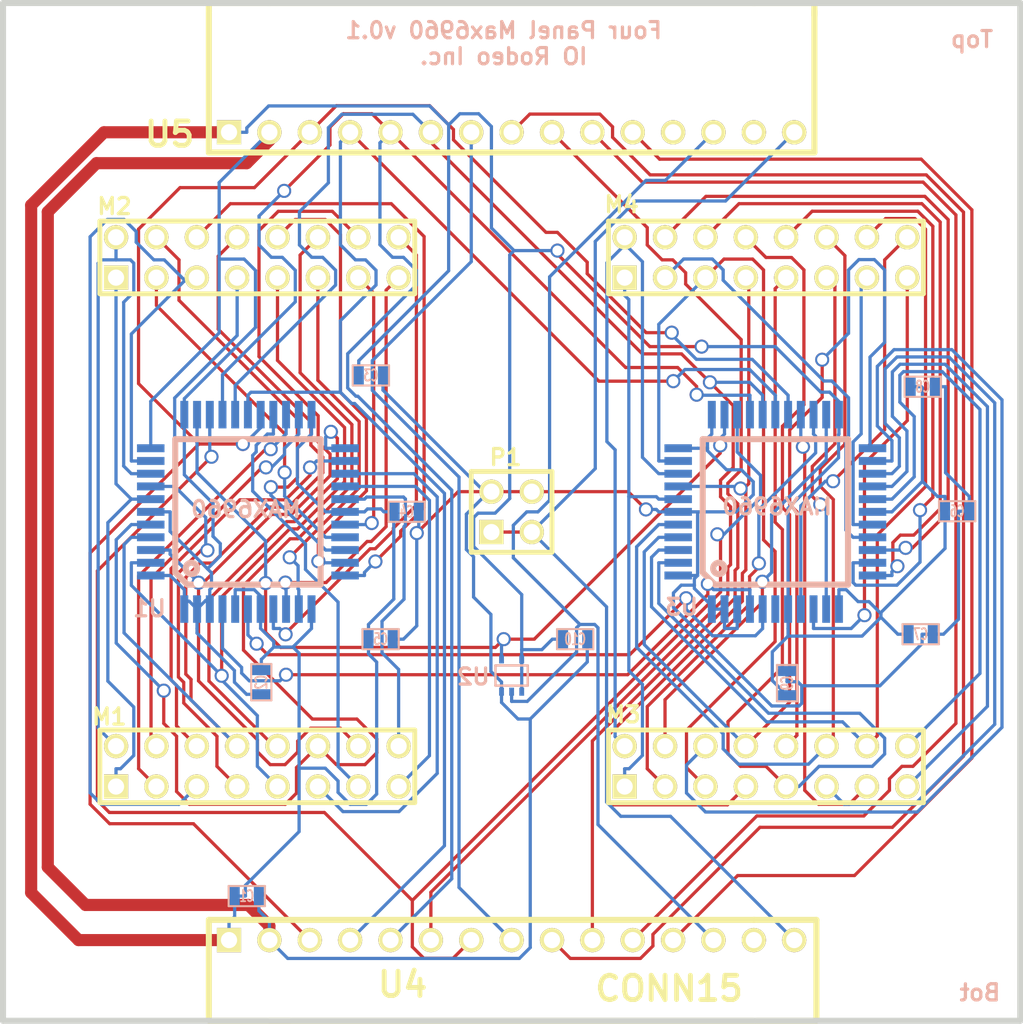
<source format=kicad_pcb>
(kicad_pcb (version 3) (host pcbnew "(2013-mar-13)-testing")

  (general
    (links 142)
    (no_connects 0)
    (area 25.209499 25.209499 89.590881 89.590881)
    (thickness 1.6002)
    (drawings 7)
    (tracks 1097)
    (zones 0)
    (modules 20)
    (nets 70)
  )

  (page A4)
  (title_block
    (date "26 jul 2013")
  )

  (layers
    (15 Front signal)
    (0 Back signal)
    (16 B.Adhes user)
    (17 F.Adhes user)
    (18 B.Paste user)
    (19 F.Paste user)
    (20 B.SilkS user)
    (21 F.SilkS user)
    (22 B.Mask user)
    (23 F.Mask user)
    (24 Dwgs.User user)
    (25 Cmts.User user)
    (26 Eco1.User user)
    (27 Eco2.User user)
    (28 Edge.Cuts user)
  )

  (setup
    (last_trace_width 0.2032)
    (trace_clearance 0.254)
    (zone_clearance 0.508)
    (zone_45_only no)
    (trace_min 0.2032)
    (segment_width 0.381)
    (edge_width 0.381)
    (via_size 0.889)
    (via_drill 0.635)
    (via_min_size 0.889)
    (via_min_drill 0.508)
    (uvia_size 0.508)
    (uvia_drill 0.127)
    (uvias_allowed no)
    (uvia_min_size 0.508)
    (uvia_min_drill 0.127)
    (pcb_text_width 0.3048)
    (pcb_text_size 1.524 2.032)
    (mod_edge_width 0.381)
    (mod_text_size 1.524 1.524)
    (mod_text_width 0.3048)
    (pad_size 1.524 1.524)
    (pad_drill 0.8128)
    (pad_to_mask_clearance 0.254)
    (aux_axis_origin 0 0)
    (visible_elements FFFFFF7F)
    (pcbplotparams
      (layerselection 3178497)
      (usegerberextensions true)
      (excludeedgelayer true)
      (linewidth 0.150000)
      (plotframeref false)
      (viasonmask false)
      (mode 1)
      (useauxorigin false)
      (hpglpennumber 1)
      (hpglpenspeed 20)
      (hpglpendiameter 15)
      (hpglpenoverlay 0)
      (psnegative false)
      (psa4output false)
      (plotreference true)
      (plotvalue true)
      (plotothertext true)
      (plotinvisibletext false)
      (padsonsilk false)
      (subtractmaskfromsilk false)
      (outputformat 1)
      (mirror false)
      (drillshape 1)
      (scaleselection 1)
      (outputdirectory ""))
  )

  (net 0 "")
  (net 1 /ADDCLK)
  (net 2 /ADDOUT_A)
  (net 3 /CLK)
  (net 4 /COL_A1)
  (net 5 /COL_A10)
  (net 6 /COL_A11)
  (net 7 /COL_A12)
  (net 8 /COL_A13)
  (net 9 /COL_A14)
  (net 10 /COL_A15)
  (net 11 /COL_A16)
  (net 12 /COL_A2)
  (net 13 /COL_A3)
  (net 14 /COL_A4)
  (net 15 /COL_A5)
  (net 16 /COL_A6)
  (net 17 /COL_A7)
  (net 18 /COL_A8)
  (net 19 /COL_A9)
  (net 20 /COL_B1)
  (net 21 /COL_B10)
  (net 22 /COL_B11)
  (net 23 /COL_B12)
  (net 24 /COL_B13)
  (net 25 /COL_B14)
  (net 26 /COL_B15)
  (net 27 /COL_B16)
  (net 28 /COL_B2)
  (net 29 /COL_B3)
  (net 30 /COL_B4)
  (net 31 /COL_B5)
  (net 32 /COL_B6)
  (net 33 /COL_B7)
  (net 34 /COL_B8)
  (net 35 /COL_B9)
  (net 36 /CS1)
  (net 37 /CS2)
  (net 38 /CS3)
  (net 39 /CS4)
  (net 40 /CS5)
  (net 41 /CS6)
  (net 42 /MISO)
  (net 43 /MOSI)
  (net 44 /OSC)
  (net 45 /OSC_BUF)
  (net 46 /ROW_A1)
  (net 47 /ROW_A2)
  (net 48 /ROW_A3)
  (net 49 /ROW_A4)
  (net 50 /ROW_A5)
  (net 51 /ROW_A6)
  (net 52 /ROW_A7)
  (net 53 /ROW_A8)
  (net 54 /ROW_B1)
  (net 55 /ROW_B2)
  (net 56 /ROW_B3)
  (net 57 /ROW_B4)
  (net 58 /ROW_B5)
  (net 59 /ROW_B6)
  (net 60 /ROW_B7)
  (net 61 /ROW_B8)
  (net 62 /RST)
  (net 63 /V+)
  (net 64 /VAUX)
  (net 65 GND)
  (net 66 N-000001)
  (net 67 N-0000035)
  (net 68 N-0000036)
  (net 69 N-0000066)

  (net_class Default "This is the default net class."
    (clearance 0.254)
    (trace_width 0.2032)
    (via_dia 0.889)
    (via_drill 0.635)
    (uvia_dia 0.508)
    (uvia_drill 0.127)
    (add_net "")
    (add_net /ADDCLK)
    (add_net /ADDOUT_A)
    (add_net /CLK)
    (add_net /COL_A1)
    (add_net /COL_A10)
    (add_net /COL_A11)
    (add_net /COL_A12)
    (add_net /COL_A13)
    (add_net /COL_A14)
    (add_net /COL_A15)
    (add_net /COL_A16)
    (add_net /COL_A2)
    (add_net /COL_A3)
    (add_net /COL_A4)
    (add_net /COL_A5)
    (add_net /COL_A6)
    (add_net /COL_A7)
    (add_net /COL_A8)
    (add_net /COL_A9)
    (add_net /COL_B1)
    (add_net /COL_B10)
    (add_net /COL_B11)
    (add_net /COL_B12)
    (add_net /COL_B13)
    (add_net /COL_B14)
    (add_net /COL_B15)
    (add_net /COL_B16)
    (add_net /COL_B2)
    (add_net /COL_B3)
    (add_net /COL_B4)
    (add_net /COL_B5)
    (add_net /COL_B6)
    (add_net /COL_B7)
    (add_net /COL_B8)
    (add_net /COL_B9)
    (add_net /CS1)
    (add_net /CS2)
    (add_net /CS3)
    (add_net /CS4)
    (add_net /CS5)
    (add_net /CS6)
    (add_net /MISO)
    (add_net /MOSI)
    (add_net /OSC)
    (add_net /OSC_BUF)
    (add_net /ROW_A1)
    (add_net /ROW_A2)
    (add_net /ROW_A3)
    (add_net /ROW_A4)
    (add_net /ROW_A5)
    (add_net /ROW_A6)
    (add_net /ROW_A7)
    (add_net /ROW_A8)
    (add_net /ROW_B1)
    (add_net /ROW_B2)
    (add_net /ROW_B3)
    (add_net /ROW_B4)
    (add_net /ROW_B5)
    (add_net /ROW_B6)
    (add_net /ROW_B7)
    (add_net /ROW_B8)
    (add_net /RST)
    (add_net /V+)
    (add_net /VAUX)
    (add_net GND)
    (add_net N-000001)
    (add_net N-0000035)
    (add_net N-0000036)
    (add_net N-0000066)
  )

  (module SOT353 (layer Back) (tedit 51F2CB93) (tstamp 51F2C19E)
    (at 57.3989 67.691 90)
    (descr SOT353)
    (path /51F2B1B1)
    (attr smd)
    (fp_text reference U2 (at -0.0762 -2.413 180) (layer B.SilkS)
      (effects (font (size 1.016 1.016) (thickness 0.2032)) (justify mirror))
    )
    (fp_text value 74AHC1G126 (at -2.07518 -0.0889 180) (layer B.SilkS) hide
      (effects (font (size 1.016 1.016) (thickness 0.2032)) (justify mirror))
    )
    (fp_line (start 0.635 -1.016) (end 0.635 1.016) (layer B.SilkS) (width 0.1524))
    (fp_line (start 0.635 1.016) (end -0.635 1.016) (layer B.SilkS) (width 0.1524))
    (fp_line (start -0.635 1.016) (end -0.635 -1.016) (layer B.SilkS) (width 0.1524))
    (fp_line (start -0.635 -1.016) (end 0.635 -1.016) (layer B.SilkS) (width 0.1524))
    (pad 1 smd rect (at -1.016 0.635 90) (size 0.508 0.3048)
      (layers Back B.Paste B.Mask)
      (net 63 /V+)
    )
    (pad 3 smd rect (at -1.016 -0.635 90) (size 0.508 0.3048)
      (layers Back B.Paste B.Mask)
      (net 65 GND)
    )
    (pad 5 smd rect (at 1.016 0.635 90) (size 0.508 0.3048)
      (layers Back B.Paste B.Mask)
      (net 63 /V+)
    )
    (pad 2 smd rect (at -1.016 0 90) (size 0.508 0.3048)
      (layers Back B.Paste B.Mask)
      (net 44 /OSC)
    )
    (pad 4 smd rect (at 1.016 -0.635 90) (size 0.508 0.3048)
      (layers Back B.Paste B.Mask)
      (net 45 /OSC_BUF)
    )
  )

  (module SM0603 (layer Back) (tedit 455C3716) (tstamp 51F2C19F)
    (at 40.7365 81.5594)
    (path /516115A2)
    (attr smd)
    (fp_text reference C1 (at 0 0) (layer B.SilkS)
      (effects (font (size 0.7112 0.4572) (thickness 0.1143)) (justify mirror))
    )
    (fp_text value 47uF (at 0 0) (layer B.SilkS) hide
      (effects (font (size 0.7112 0.4572) (thickness 0.1143)) (justify mirror))
    )
    (fp_line (start -1.143 0.635) (end 1.143 0.635) (layer B.SilkS) (width 0.127))
    (fp_line (start 1.143 0.635) (end 1.143 -0.635) (layer B.SilkS) (width 0.127))
    (fp_line (start 1.143 -0.635) (end -1.143 -0.635) (layer B.SilkS) (width 0.127))
    (fp_line (start -1.143 -0.635) (end -1.143 0.635) (layer B.SilkS) (width 0.127))
    (pad 1 smd rect (at -0.762 0) (size 0.635 1.143)
      (layers Back B.Paste B.Mask)
      (net 63 /V+)
    )
    (pad 2 smd rect (at 0.762 0) (size 0.635 1.143)
      (layers Back B.Paste B.Mask)
      (net 65 GND)
    )
    (model smd/chip_cms.wrl
      (at (xyz 0 0 0))
      (scale (xyz 0.08 0.08 0.08))
      (rotate (xyz 0 0 0))
    )
  )

  (module SM0603 (layer Back) (tedit 455C3716) (tstamp 51F2C1A3)
    (at 61.3969 65.405)
    (path /51F2B258)
    (attr smd)
    (fp_text reference C10 (at 0 0) (layer B.SilkS)
      (effects (font (size 0.7112 0.4572) (thickness 0.1143)) (justify mirror))
    )
    (fp_text value 0.1uF (at 0 0) (layer B.SilkS) hide
      (effects (font (size 0.7112 0.4572) (thickness 0.1143)) (justify mirror))
    )
    (fp_line (start -1.143 0.635) (end 1.143 0.635) (layer B.SilkS) (width 0.127))
    (fp_line (start 1.143 0.635) (end 1.143 -0.635) (layer B.SilkS) (width 0.127))
    (fp_line (start 1.143 -0.635) (end -1.143 -0.635) (layer B.SilkS) (width 0.127))
    (fp_line (start -1.143 -0.635) (end -1.143 0.635) (layer B.SilkS) (width 0.127))
    (pad 1 smd rect (at -0.762 0) (size 0.635 1.143)
      (layers Back B.Paste B.Mask)
      (net 63 /V+)
    )
    (pad 2 smd rect (at 0.762 0) (size 0.635 1.143)
      (layers Back B.Paste B.Mask)
      (net 65 GND)
    )
    (model smd/chip_cms.wrl
      (at (xyz 0 0 0))
      (scale (xyz 0.08 0.08 0.08))
      (rotate (xyz 0 0 0))
    )
  )

  (module SM0603 (layer Back) (tedit 455C3716) (tstamp 51F2C1A5)
    (at 74.7268 68.1685 90)
    (path /51F2963F)
    (attr smd)
    (fp_text reference C9 (at 0 0 90) (layer B.SilkS)
      (effects (font (size 0.7112 0.4572) (thickness 0.1143)) (justify mirror))
    )
    (fp_text value 0.1uF (at 0 0 90) (layer B.SilkS) hide
      (effects (font (size 0.7112 0.4572) (thickness 0.1143)) (justify mirror))
    )
    (fp_line (start -1.143 0.635) (end 1.143 0.635) (layer B.SilkS) (width 0.127))
    (fp_line (start 1.143 0.635) (end 1.143 -0.635) (layer B.SilkS) (width 0.127))
    (fp_line (start 1.143 -0.635) (end -1.143 -0.635) (layer B.SilkS) (width 0.127))
    (fp_line (start -1.143 -0.635) (end -1.143 0.635) (layer B.SilkS) (width 0.127))
    (pad 1 smd rect (at -0.762 0 90) (size 0.635 1.143)
      (layers Back B.Paste B.Mask)
      (net 63 /V+)
    )
    (pad 2 smd rect (at 0.762 0 90) (size 0.635 1.143)
      (layers Back B.Paste B.Mask)
      (net 65 GND)
    )
    (model smd/chip_cms.wrl
      (at (xyz 0 0 0))
      (scale (xyz 0.08 0.08 0.08))
      (rotate (xyz 0 0 0))
    )
  )

  (module SM0603 (layer Back) (tedit 455C3716) (tstamp 51F2C1A7)
    (at 83.2663 49.53)
    (path /51F29640)
    (attr smd)
    (fp_text reference C8 (at 0 0) (layer B.SilkS)
      (effects (font (size 0.7112 0.4572) (thickness 0.1143)) (justify mirror))
    )
    (fp_text value 0.1uF (at 0 0) (layer B.SilkS) hide
      (effects (font (size 0.7112 0.4572) (thickness 0.1143)) (justify mirror))
    )
    (fp_line (start -1.143 0.635) (end 1.143 0.635) (layer B.SilkS) (width 0.127))
    (fp_line (start 1.143 0.635) (end 1.143 -0.635) (layer B.SilkS) (width 0.127))
    (fp_line (start 1.143 -0.635) (end -1.143 -0.635) (layer B.SilkS) (width 0.127))
    (fp_line (start -1.143 -0.635) (end -1.143 0.635) (layer B.SilkS) (width 0.127))
    (pad 1 smd rect (at -0.762 0) (size 0.635 1.143)
      (layers Back B.Paste B.Mask)
      (net 63 /V+)
    )
    (pad 2 smd rect (at 0.762 0) (size 0.635 1.143)
      (layers Back B.Paste B.Mask)
      (net 65 GND)
    )
    (model smd/chip_cms.wrl
      (at (xyz 0 0 0))
      (scale (xyz 0.08 0.08 0.08))
      (rotate (xyz 0 0 0))
    )
  )

  (module SM0603 (layer Back) (tedit 455C3716) (tstamp 51F2C1A9)
    (at 83.1367 65.0926)
    (path /51F29641)
    (attr smd)
    (fp_text reference C7 (at 0 0) (layer B.SilkS)
      (effects (font (size 0.7112 0.4572) (thickness 0.1143)) (justify mirror))
    )
    (fp_text value 0.1uF (at 0 0) (layer B.SilkS) hide
      (effects (font (size 0.7112 0.4572) (thickness 0.1143)) (justify mirror))
    )
    (fp_line (start -1.143 0.635) (end 1.143 0.635) (layer B.SilkS) (width 0.127))
    (fp_line (start 1.143 0.635) (end 1.143 -0.635) (layer B.SilkS) (width 0.127))
    (fp_line (start 1.143 -0.635) (end -1.143 -0.635) (layer B.SilkS) (width 0.127))
    (fp_line (start -1.143 -0.635) (end -1.143 0.635) (layer B.SilkS) (width 0.127))
    (pad 1 smd rect (at -0.762 0) (size 0.635 1.143)
      (layers Back B.Paste B.Mask)
      (net 63 /V+)
    )
    (pad 2 smd rect (at 0.762 0) (size 0.635 1.143)
      (layers Back B.Paste B.Mask)
      (net 65 GND)
    )
    (model smd/chip_cms.wrl
      (at (xyz 0 0 0))
      (scale (xyz 0.08 0.08 0.08))
      (rotate (xyz 0 0 0))
    )
  )

  (module SM0603 (layer Back) (tedit 455C3716) (tstamp 51F2C1AB)
    (at 85.4304 57.3583)
    (path /51F29642)
    (attr smd)
    (fp_text reference C6 (at 0 0) (layer B.SilkS)
      (effects (font (size 0.7112 0.4572) (thickness 0.1143)) (justify mirror))
    )
    (fp_text value 0.1uF (at 0 0) (layer B.SilkS) hide
      (effects (font (size 0.7112 0.4572) (thickness 0.1143)) (justify mirror))
    )
    (fp_line (start -1.143 0.635) (end 1.143 0.635) (layer B.SilkS) (width 0.127))
    (fp_line (start 1.143 0.635) (end 1.143 -0.635) (layer B.SilkS) (width 0.127))
    (fp_line (start 1.143 -0.635) (end -1.143 -0.635) (layer B.SilkS) (width 0.127))
    (fp_line (start -1.143 -0.635) (end -1.143 0.635) (layer B.SilkS) (width 0.127))
    (pad 1 smd rect (at -0.762 0) (size 0.635 1.143)
      (layers Back B.Paste B.Mask)
      (net 63 /V+)
    )
    (pad 2 smd rect (at 0.762 0) (size 0.635 1.143)
      (layers Back B.Paste B.Mask)
      (net 65 GND)
    )
    (model smd/chip_cms.wrl
      (at (xyz 0 0 0))
      (scale (xyz 0.08 0.08 0.08))
      (rotate (xyz 0 0 0))
    )
  )

  (module SM0603 (layer Back) (tedit 455C3716) (tstamp 51F2C1AD)
    (at 49.1566 65.405)
    (path /516115E4)
    (attr smd)
    (fp_text reference C5 (at 0 0) (layer B.SilkS)
      (effects (font (size 0.7112 0.4572) (thickness 0.1143)) (justify mirror))
    )
    (fp_text value 0.1uF (at 0 0) (layer B.SilkS) hide
      (effects (font (size 0.7112 0.4572) (thickness 0.1143)) (justify mirror))
    )
    (fp_line (start -1.143 0.635) (end 1.143 0.635) (layer B.SilkS) (width 0.127))
    (fp_line (start 1.143 0.635) (end 1.143 -0.635) (layer B.SilkS) (width 0.127))
    (fp_line (start 1.143 -0.635) (end -1.143 -0.635) (layer B.SilkS) (width 0.127))
    (fp_line (start -1.143 -0.635) (end -1.143 0.635) (layer B.SilkS) (width 0.127))
    (pad 1 smd rect (at -0.762 0) (size 0.635 1.143)
      (layers Back B.Paste B.Mask)
      (net 63 /V+)
    )
    (pad 2 smd rect (at 0.762 0) (size 0.635 1.143)
      (layers Back B.Paste B.Mask)
      (net 65 GND)
    )
    (model smd/chip_cms.wrl
      (at (xyz 0 0 0))
      (scale (xyz 0.08 0.08 0.08))
      (rotate (xyz 0 0 0))
    )
  )

  (module SM0603 (layer Back) (tedit 455C3716) (tstamp 51F2C1AF)
    (at 50.7949 57.3938)
    (path /516115E0)
    (attr smd)
    (fp_text reference C4 (at 0 0) (layer B.SilkS)
      (effects (font (size 0.7112 0.4572) (thickness 0.1143)) (justify mirror))
    )
    (fp_text value 0.1uF (at 0 0) (layer B.SilkS) hide
      (effects (font (size 0.7112 0.4572) (thickness 0.1143)) (justify mirror))
    )
    (fp_line (start -1.143 0.635) (end 1.143 0.635) (layer B.SilkS) (width 0.127))
    (fp_line (start 1.143 0.635) (end 1.143 -0.635) (layer B.SilkS) (width 0.127))
    (fp_line (start 1.143 -0.635) (end -1.143 -0.635) (layer B.SilkS) (width 0.127))
    (fp_line (start -1.143 -0.635) (end -1.143 0.635) (layer B.SilkS) (width 0.127))
    (pad 1 smd rect (at -0.762 0) (size 0.635 1.143)
      (layers Back B.Paste B.Mask)
      (net 63 /V+)
    )
    (pad 2 smd rect (at 0.762 0) (size 0.635 1.143)
      (layers Back B.Paste B.Mask)
      (net 65 GND)
    )
    (model smd/chip_cms.wrl
      (at (xyz 0 0 0))
      (scale (xyz 0.08 0.08 0.08))
      (rotate (xyz 0 0 0))
    )
  )

  (module SM0603 (layer Back) (tedit 455C3716) (tstamp 51F2C1B1)
    (at 48.5445 48.8188)
    (path /516115DC)
    (attr smd)
    (fp_text reference C3 (at 0 0) (layer B.SilkS)
      (effects (font (size 0.7112 0.4572) (thickness 0.1143)) (justify mirror))
    )
    (fp_text value 0.1uF (at 0 0) (layer B.SilkS) hide
      (effects (font (size 0.7112 0.4572) (thickness 0.1143)) (justify mirror))
    )
    (fp_line (start -1.143 0.635) (end 1.143 0.635) (layer B.SilkS) (width 0.127))
    (fp_line (start 1.143 0.635) (end 1.143 -0.635) (layer B.SilkS) (width 0.127))
    (fp_line (start 1.143 -0.635) (end -1.143 -0.635) (layer B.SilkS) (width 0.127))
    (fp_line (start -1.143 -0.635) (end -1.143 0.635) (layer B.SilkS) (width 0.127))
    (pad 1 smd rect (at -0.762 0) (size 0.635 1.143)
      (layers Back B.Paste B.Mask)
      (net 63 /V+)
    )
    (pad 2 smd rect (at 0.762 0) (size 0.635 1.143)
      (layers Back B.Paste B.Mask)
      (net 65 GND)
    )
    (model smd/chip_cms.wrl
      (at (xyz 0 0 0))
      (scale (xyz 0.08 0.08 0.08))
      (rotate (xyz 0 0 0))
    )
  )

  (module SM0603 (layer Back) (tedit 455C3716) (tstamp 51F2C1B3)
    (at 41.6509 68.1101 270)
    (path /516115D7)
    (attr smd)
    (fp_text reference C2 (at 0 0 270) (layer B.SilkS)
      (effects (font (size 0.7112 0.4572) (thickness 0.1143)) (justify mirror))
    )
    (fp_text value 0.1uF (at 0 0 270) (layer B.SilkS) hide
      (effects (font (size 0.7112 0.4572) (thickness 0.1143)) (justify mirror))
    )
    (fp_line (start -1.143 0.635) (end 1.143 0.635) (layer B.SilkS) (width 0.127))
    (fp_line (start 1.143 0.635) (end 1.143 -0.635) (layer B.SilkS) (width 0.127))
    (fp_line (start 1.143 -0.635) (end -1.143 -0.635) (layer B.SilkS) (width 0.127))
    (fp_line (start -1.143 -0.635) (end -1.143 0.635) (layer B.SilkS) (width 0.127))
    (pad 1 smd rect (at -0.762 0 270) (size 0.635 1.143)
      (layers Back B.Paste B.Mask)
      (net 63 /V+)
    )
    (pad 2 smd rect (at 0.762 0 270) (size 0.635 1.143)
      (layers Back B.Paste B.Mask)
      (net 65 GND)
    )
    (model smd/chip_cms.wrl
      (at (xyz 0 0 0))
      (scale (xyz 0.08 0.08 0.08))
      (rotate (xyz 0 0 0))
    )
  )

  (module pin_array_8x2 (layer Front) (tedit 51F2CDEB) (tstamp 51F2C1B4)
    (at 41.3995 73.4009)
    (descr "Double rangee de contacts 2 x 8 pins")
    (tags CONN)
    (path /5161217C)
    (fp_text reference M1 (at -9.31164 -3.11912) (layer F.SilkS)
      (effects (font (size 1.016 1.016) (thickness 0.2032)))
    )
    (fp_text value LED-MATRIX-8X8 (at -0.21336 3.39344) (layer F.SilkS) hide
      (effects (font (size 1.016 1.016) (thickness 0.2032)))
    )
    (fp_line (start -9.906 2.286) (end -9.906 -2.286) (layer F.SilkS) (width 0.3048))
    (fp_line (start -9.906 -2.286) (end 9.906 -2.286) (layer F.SilkS) (width 0.3048))
    (fp_line (start 9.906 -2.286) (end 9.906 2.286) (layer F.SilkS) (width 0.3048))
    (fp_line (start 9.906 2.286) (end -9.906 2.286) (layer F.SilkS) (width 0.3048))
    (pad 1 thru_hole rect (at -8.89 1.27) (size 1.524 1.524) (drill 1.016)
      (layers *.Cu *.Mask F.SilkS)
      (net 50 /ROW_A5)
    )
    (pad 2 thru_hole circle (at -8.89 -1.27) (size 1.524 1.524) (drill 1.016)
      (layers *.Cu *.Mask F.SilkS)
      (net 52 /ROW_A7)
    )
    (pad 3 thru_hole circle (at -6.35 1.27) (size 1.524 1.524) (drill 1.016)
      (layers *.Cu *.Mask F.SilkS)
      (net 12 /COL_A2)
    )
    (pad 4 thru_hole circle (at -6.35 -1.27) (size 1.524 1.524) (drill 1.016)
      (layers *.Cu *.Mask F.SilkS)
      (net 13 /COL_A3)
    )
    (pad 5 thru_hole circle (at -3.81 1.27) (size 1.524 1.524) (drill 1.016)
      (layers *.Cu *.Mask F.SilkS)
      (net 53 /ROW_A8)
    )
    (pad 6 thru_hole circle (at -3.81 -1.27) (size 1.524 1.524) (drill 1.016)
      (layers *.Cu *.Mask F.SilkS)
      (net 15 /COL_A5)
    )
    (pad 7 thru_hole circle (at -1.27 1.27) (size 1.524 1.524) (drill 1.016)
      (layers *.Cu *.Mask F.SilkS)
      (net 51 /ROW_A6)
    )
    (pad 8 thru_hole circle (at -1.27 -1.27) (size 1.524 1.524) (drill 1.016)
      (layers *.Cu *.Mask F.SilkS)
      (net 48 /ROW_A3)
    )
    (pad 9 thru_hole circle (at 1.27 1.27) (size 1.524 1.524) (drill 1.016)
      (layers *.Cu *.Mask F.SilkS)
      (net 46 /ROW_A1)
    )
    (pad 10 thru_hole circle (at 1.27 -1.27) (size 1.524 1.524) (drill 1.016)
      (layers *.Cu *.Mask F.SilkS)
      (net 14 /COL_A4)
    )
    (pad 11 thru_hole circle (at 3.81 1.27) (size 1.524 1.524) (drill 1.016)
      (layers *.Cu *.Mask F.SilkS)
      (net 16 /COL_A6)
    )
    (pad 12 thru_hole circle (at 3.81 -1.27) (size 1.524 1.524) (drill 1.016)
      (layers *.Cu *.Mask F.SilkS)
      (net 49 /ROW_A4)
    )
    (pad 13 thru_hole circle (at 6.35 1.27) (size 1.524 1.524) (drill 1.016)
      (layers *.Cu *.Mask F.SilkS)
      (net 4 /COL_A1)
    )
    (pad 14 thru_hole circle (at 6.35 -1.27) (size 1.524 1.524) (drill 1.016)
      (layers *.Cu *.Mask F.SilkS)
      (net 47 /ROW_A2)
    )
    (pad 15 thru_hole circle (at 8.89 1.27) (size 1.524 1.524) (drill 1.016)
      (layers *.Cu *.Mask F.SilkS)
      (net 17 /COL_A7)
    )
    (pad 16 thru_hole circle (at 8.89 -1.27) (size 1.524 1.524) (drill 1.016)
      (layers *.Cu *.Mask F.SilkS)
      (net 18 /COL_A8)
    )
    (model pin_array/pins_array_8x2.wrl
      (at (xyz 0 0 0))
      (scale (xyz 1 1 1))
      (rotate (xyz 0 0 0))
    )
  )

  (module pin_array_8x2 (layer Front) (tedit 51F2CDEF) (tstamp 51F2C1B6)
    (at 41.3995 41.3995)
    (descr "Double rangee de contacts 2 x 8 pins")
    (tags CONN)
    (path /51612464)
    (fp_text reference M2 (at -8.98652 -3.21818) (layer F.SilkS)
      (effects (font (size 1.016 1.016) (thickness 0.2032)))
    )
    (fp_text value LED-MATRIX-8X8 (at 0 3.302) (layer F.SilkS) hide
      (effects (font (size 1.016 1.016) (thickness 0.2032)))
    )
    (fp_line (start -9.906 2.286) (end -9.906 -2.286) (layer F.SilkS) (width 0.3048))
    (fp_line (start -9.906 -2.286) (end 9.906 -2.286) (layer F.SilkS) (width 0.3048))
    (fp_line (start 9.906 -2.286) (end 9.906 2.286) (layer F.SilkS) (width 0.3048))
    (fp_line (start 9.906 2.286) (end -9.906 2.286) (layer F.SilkS) (width 0.3048))
    (pad 1 thru_hole rect (at -8.89 1.27) (size 1.524 1.524) (drill 1.016)
      (layers *.Cu *.Mask F.SilkS)
      (net 50 /ROW_A5)
    )
    (pad 2 thru_hole circle (at -8.89 -1.27) (size 1.524 1.524) (drill 1.016)
      (layers *.Cu *.Mask F.SilkS)
      (net 52 /ROW_A7)
    )
    (pad 3 thru_hole circle (at -6.35 1.27) (size 1.524 1.524) (drill 1.016)
      (layers *.Cu *.Mask F.SilkS)
      (net 5 /COL_A10)
    )
    (pad 4 thru_hole circle (at -6.35 -1.27) (size 1.524 1.524) (drill 1.016)
      (layers *.Cu *.Mask F.SilkS)
      (net 6 /COL_A11)
    )
    (pad 5 thru_hole circle (at -3.81 1.27) (size 1.524 1.524) (drill 1.016)
      (layers *.Cu *.Mask F.SilkS)
      (net 53 /ROW_A8)
    )
    (pad 6 thru_hole circle (at -3.81 -1.27) (size 1.524 1.524) (drill 1.016)
      (layers *.Cu *.Mask F.SilkS)
      (net 8 /COL_A13)
    )
    (pad 7 thru_hole circle (at -1.27 1.27) (size 1.524 1.524) (drill 1.016)
      (layers *.Cu *.Mask F.SilkS)
      (net 51 /ROW_A6)
    )
    (pad 8 thru_hole circle (at -1.27 -1.27) (size 1.524 1.524) (drill 1.016)
      (layers *.Cu *.Mask F.SilkS)
      (net 48 /ROW_A3)
    )
    (pad 9 thru_hole circle (at 1.27 1.27) (size 1.524 1.524) (drill 1.016)
      (layers *.Cu *.Mask F.SilkS)
      (net 46 /ROW_A1)
    )
    (pad 10 thru_hole circle (at 1.27 -1.27) (size 1.524 1.524) (drill 1.016)
      (layers *.Cu *.Mask F.SilkS)
      (net 7 /COL_A12)
    )
    (pad 11 thru_hole circle (at 3.81 1.27) (size 1.524 1.524) (drill 1.016)
      (layers *.Cu *.Mask F.SilkS)
      (net 9 /COL_A14)
    )
    (pad 12 thru_hole circle (at 3.81 -1.27) (size 1.524 1.524) (drill 1.016)
      (layers *.Cu *.Mask F.SilkS)
      (net 49 /ROW_A4)
    )
    (pad 13 thru_hole circle (at 6.35 1.27) (size 1.524 1.524) (drill 1.016)
      (layers *.Cu *.Mask F.SilkS)
      (net 19 /COL_A9)
    )
    (pad 14 thru_hole circle (at 6.35 -1.27) (size 1.524 1.524) (drill 1.016)
      (layers *.Cu *.Mask F.SilkS)
      (net 47 /ROW_A2)
    )
    (pad 15 thru_hole circle (at 8.89 1.27) (size 1.524 1.524) (drill 1.016)
      (layers *.Cu *.Mask F.SilkS)
      (net 10 /COL_A15)
    )
    (pad 16 thru_hole circle (at 8.89 -1.27) (size 1.524 1.524) (drill 1.016)
      (layers *.Cu *.Mask F.SilkS)
      (net 11 /COL_A16)
    )
    (model pin_array/pins_array_8x2.wrl
      (at (xyz 0 0 0))
      (scale (xyz 1 1 1))
      (rotate (xyz 0 0 0))
    )
  )

  (module pin_array_8x2 (layer Front) (tedit 51F2CDE6) (tstamp 51F2C1B8)
    (at 73.4009 73.4009)
    (descr "Double rangee de contacts 2 x 8 pins")
    (tags CONN)
    (path /51F2A6FB)
    (fp_text reference M3 (at -8.96874 -3.25628) (layer F.SilkS)
      (effects (font (size 1.016 1.016) (thickness 0.2032)))
    )
    (fp_text value LED-MATRIX-8X8 (at 0.6985 3.39344) (layer F.SilkS) hide
      (effects (font (size 1.016 1.016) (thickness 0.2032)))
    )
    (fp_line (start -9.906 2.286) (end -9.906 -2.286) (layer F.SilkS) (width 0.3048))
    (fp_line (start -9.906 -2.286) (end 9.906 -2.286) (layer F.SilkS) (width 0.3048))
    (fp_line (start 9.906 -2.286) (end 9.906 2.286) (layer F.SilkS) (width 0.3048))
    (fp_line (start 9.906 2.286) (end -9.906 2.286) (layer F.SilkS) (width 0.3048))
    (pad 1 thru_hole rect (at -8.89 1.27) (size 1.524 1.524) (drill 1.016)
      (layers *.Cu *.Mask F.SilkS)
      (net 58 /ROW_B5)
    )
    (pad 2 thru_hole circle (at -8.89 -1.27) (size 1.524 1.524) (drill 1.016)
      (layers *.Cu *.Mask F.SilkS)
      (net 60 /ROW_B7)
    )
    (pad 3 thru_hole circle (at -6.35 1.27) (size 1.524 1.524) (drill 1.016)
      (layers *.Cu *.Mask F.SilkS)
      (net 28 /COL_B2)
    )
    (pad 4 thru_hole circle (at -6.35 -1.27) (size 1.524 1.524) (drill 1.016)
      (layers *.Cu *.Mask F.SilkS)
      (net 29 /COL_B3)
    )
    (pad 5 thru_hole circle (at -3.81 1.27) (size 1.524 1.524) (drill 1.016)
      (layers *.Cu *.Mask F.SilkS)
      (net 61 /ROW_B8)
    )
    (pad 6 thru_hole circle (at -3.81 -1.27) (size 1.524 1.524) (drill 1.016)
      (layers *.Cu *.Mask F.SilkS)
      (net 31 /COL_B5)
    )
    (pad 7 thru_hole circle (at -1.27 1.27) (size 1.524 1.524) (drill 1.016)
      (layers *.Cu *.Mask F.SilkS)
      (net 59 /ROW_B6)
    )
    (pad 8 thru_hole circle (at -1.27 -1.27) (size 1.524 1.524) (drill 1.016)
      (layers *.Cu *.Mask F.SilkS)
      (net 56 /ROW_B3)
    )
    (pad 9 thru_hole circle (at 1.27 1.27) (size 1.524 1.524) (drill 1.016)
      (layers *.Cu *.Mask F.SilkS)
      (net 54 /ROW_B1)
    )
    (pad 10 thru_hole circle (at 1.27 -1.27) (size 1.524 1.524) (drill 1.016)
      (layers *.Cu *.Mask F.SilkS)
      (net 30 /COL_B4)
    )
    (pad 11 thru_hole circle (at 3.81 1.27) (size 1.524 1.524) (drill 1.016)
      (layers *.Cu *.Mask F.SilkS)
      (net 32 /COL_B6)
    )
    (pad 12 thru_hole circle (at 3.81 -1.27) (size 1.524 1.524) (drill 1.016)
      (layers *.Cu *.Mask F.SilkS)
      (net 57 /ROW_B4)
    )
    (pad 13 thru_hole circle (at 6.35 1.27) (size 1.524 1.524) (drill 1.016)
      (layers *.Cu *.Mask F.SilkS)
      (net 20 /COL_B1)
    )
    (pad 14 thru_hole circle (at 6.35 -1.27) (size 1.524 1.524) (drill 1.016)
      (layers *.Cu *.Mask F.SilkS)
      (net 55 /ROW_B2)
    )
    (pad 15 thru_hole circle (at 8.89 1.27) (size 1.524 1.524) (drill 1.016)
      (layers *.Cu *.Mask F.SilkS)
      (net 33 /COL_B7)
    )
    (pad 16 thru_hole circle (at 8.89 -1.27) (size 1.524 1.524) (drill 1.016)
      (layers *.Cu *.Mask F.SilkS)
      (net 34 /COL_B8)
    )
    (model pin_array/pins_array_8x2.wrl
      (at (xyz 0 0 0))
      (scale (xyz 1 1 1))
      (rotate (xyz 0 0 0))
    )
  )

  (module pin_array_8x2 (layer Front) (tedit 51F2CDF3) (tstamp 51F2CD9A)
    (at 73.4009 41.3995)
    (descr "Double rangee de contacts 2 x 8 pins")
    (tags CONN)
    (path /51F2A6FA)
    (fp_text reference M4 (at -9.0805 -3.32994) (layer F.SilkS)
      (effects (font (size 1.016 1.016) (thickness 0.2032)))
    )
    (fp_text value LED-MATRIX-8X8 (at -0.1397 3.48742) (layer F.SilkS) hide
      (effects (font (size 1.016 1.016) (thickness 0.2032)))
    )
    (fp_line (start -9.906 2.286) (end -9.906 -2.286) (layer F.SilkS) (width 0.3048))
    (fp_line (start -9.906 -2.286) (end 9.906 -2.286) (layer F.SilkS) (width 0.3048))
    (fp_line (start 9.906 -2.286) (end 9.906 2.286) (layer F.SilkS) (width 0.3048))
    (fp_line (start 9.906 2.286) (end -9.906 2.286) (layer F.SilkS) (width 0.3048))
    (pad 1 thru_hole rect (at -8.89 1.27) (size 1.524 1.524) (drill 1.016)
      (layers *.Cu *.Mask F.SilkS)
      (net 58 /ROW_B5)
    )
    (pad 2 thru_hole circle (at -8.89 -1.27) (size 1.524 1.524) (drill 1.016)
      (layers *.Cu *.Mask F.SilkS)
      (net 60 /ROW_B7)
    )
    (pad 3 thru_hole circle (at -6.35 1.27) (size 1.524 1.524) (drill 1.016)
      (layers *.Cu *.Mask F.SilkS)
      (net 21 /COL_B10)
    )
    (pad 4 thru_hole circle (at -6.35 -1.27) (size 1.524 1.524) (drill 1.016)
      (layers *.Cu *.Mask F.SilkS)
      (net 22 /COL_B11)
    )
    (pad 5 thru_hole circle (at -3.81 1.27) (size 1.524 1.524) (drill 1.016)
      (layers *.Cu *.Mask F.SilkS)
      (net 61 /ROW_B8)
    )
    (pad 6 thru_hole circle (at -3.81 -1.27) (size 1.524 1.524) (drill 1.016)
      (layers *.Cu *.Mask F.SilkS)
      (net 24 /COL_B13)
    )
    (pad 7 thru_hole circle (at -1.27 1.27) (size 1.524 1.524) (drill 1.016)
      (layers *.Cu *.Mask F.SilkS)
      (net 59 /ROW_B6)
    )
    (pad 8 thru_hole circle (at -1.27 -1.27) (size 1.524 1.524) (drill 1.016)
      (layers *.Cu *.Mask F.SilkS)
      (net 56 /ROW_B3)
    )
    (pad 9 thru_hole circle (at 1.27 1.27) (size 1.524 1.524) (drill 1.016)
      (layers *.Cu *.Mask F.SilkS)
      (net 54 /ROW_B1)
    )
    (pad 10 thru_hole circle (at 1.27 -1.27) (size 1.524 1.524) (drill 1.016)
      (layers *.Cu *.Mask F.SilkS)
      (net 23 /COL_B12)
    )
    (pad 11 thru_hole circle (at 3.81 1.27) (size 1.524 1.524) (drill 1.016)
      (layers *.Cu *.Mask F.SilkS)
      (net 25 /COL_B14)
    )
    (pad 12 thru_hole circle (at 3.81 -1.27) (size 1.524 1.524) (drill 1.016)
      (layers *.Cu *.Mask F.SilkS)
      (net 57 /ROW_B4)
    )
    (pad 13 thru_hole circle (at 6.35 1.27) (size 1.524 1.524) (drill 1.016)
      (layers *.Cu *.Mask F.SilkS)
      (net 35 /COL_B9)
    )
    (pad 14 thru_hole circle (at 6.35 -1.27) (size 1.524 1.524) (drill 1.016)
      (layers *.Cu *.Mask F.SilkS)
      (net 55 /ROW_B2)
    )
    (pad 15 thru_hole circle (at 8.89 1.27) (size 1.524 1.524) (drill 1.016)
      (layers *.Cu *.Mask F.SilkS)
      (net 26 /COL_B15)
    )
    (pad 16 thru_hole circle (at 8.89 -1.27) (size 1.524 1.524) (drill 1.016)
      (layers *.Cu *.Mask F.SilkS)
      (net 27 /COL_B16)
    )
    (model pin_array/pins_array_8x2.wrl
      (at (xyz 0 0 0))
      (scale (xyz 1 1 1))
      (rotate (xyz 0 0 0))
    )
  )

  (module PIN_ARRAY_2X2 (layer Front) (tedit 3FAB87D4) (tstamp 51F2C1BB)
    (at 57.3989 57.3989)
    (descr "Double rangee de contacts 2 x 2 pins")
    (tags CONN)
    (path /51F2C00D)
    (fp_text reference P1 (at -0.381 -3.429) (layer F.SilkS)
      (effects (font (size 1.016 1.016) (thickness 0.2032)))
    )
    (fp_text value CONN_2X2 (at 0 3.048) (layer F.SilkS) hide
      (effects (font (size 1.016 1.016) (thickness 0.2032)))
    )
    (fp_line (start -2.54 -2.54) (end 2.54 -2.54) (layer F.SilkS) (width 0.3048))
    (fp_line (start 2.54 -2.54) (end 2.54 2.54) (layer F.SilkS) (width 0.3048))
    (fp_line (start 2.54 2.54) (end -2.54 2.54) (layer F.SilkS) (width 0.3048))
    (fp_line (start -2.54 2.54) (end -2.54 -2.54) (layer F.SilkS) (width 0.3048))
    (pad 1 thru_hole rect (at -1.27 1.27) (size 1.524 1.524) (drill 1.016)
      (layers *.Cu *.Mask F.SilkS)
      (net 64 /VAUX)
    )
    (pad 2 thru_hole circle (at -1.27 -1.27) (size 1.524 1.524) (drill 1.016)
      (layers *.Cu *.Mask F.SilkS)
      (net 65 GND)
    )
    (pad 3 thru_hole circle (at 1.27 1.27) (size 1.524 1.524) (drill 1.016)
      (layers *.Cu *.Mask F.SilkS)
      (net 64 /VAUX)
    )
    (pad 4 thru_hole circle (at 1.27 -1.27) (size 1.524 1.524) (drill 1.016)
      (layers *.Cu *.Mask F.SilkS)
      (net 65 GND)
    )
    (model pin_array/pins_array_2x2.wrl
      (at (xyz 0 0 0))
      (scale (xyz 1 1 1))
      (rotate (xyz 0 0 0))
    )
  )

  (module MQFP44 (layer Back) (tedit 51F2C8F0) (tstamp 51F2C671)
    (at 40.8076 57.3989)
    (path /516112AF)
    (fp_text reference U1 (at -6.19252 6.07568) (layer B.SilkS)
      (effects (font (size 1.016 1.016) (thickness 0.2032)) (justify mirror))
    )
    (fp_text value MAX6960 (at -0.12446 -0.16256) (layer B.SilkS)
      (effects (font (size 1.016 1.016) (thickness 0.2032)) (justify mirror))
    )
    (fp_circle (center -3.556 3.556) (end -3.302 3.302) (layer B.SilkS) (width 0.381))
    (fp_line (start -4.572 3.81) (end -4.572 -4.572) (layer B.SilkS) (width 0.381))
    (fp_line (start -4.572 -4.572) (end 4.572 -4.572) (layer B.SilkS) (width 0.381))
    (fp_line (start 4.572 -4.572) (end 4.572 4.572) (layer B.SilkS) (width 0.381))
    (fp_line (start 4.572 4.572) (end -3.81 4.572) (layer B.SilkS) (width 0.381))
    (fp_line (start -3.81 4.572) (end -4.572 3.81) (layer B.SilkS) (width 0.381))
    (pad 1 smd rect (at -6.11378 4.0005) (size 1.72974 0.50038)
      (layers Back B.Paste B.Mask)
      (net 65 GND)
    )
    (pad 2 smd rect (at -6.11378 3.2004) (size 1.72974 0.50038)
      (layers Back B.Paste B.Mask)
      (net 46 /ROW_A1)
    )
    (pad 3 smd rect (at -6.11378 2.4003) (size 1.72974 0.50038)
      (layers Back B.Paste B.Mask)
      (net 47 /ROW_A2)
    )
    (pad 4 smd rect (at -6.11378 1.6002) (size 1.72974 0.50038)
      (layers Back B.Paste B.Mask)
      (net 48 /ROW_A3)
    )
    (pad 5 smd rect (at -6.11378 0.8001) (size 1.72974 0.50038)
      (layers Back B.Paste B.Mask)
      (net 49 /ROW_A4)
    )
    (pad 6 smd rect (at -6.11378 0) (size 1.72974 0.50038)
      (layers Back B.Paste B.Mask)
      (net 65 GND)
    )
    (pad 7 smd rect (at -6.11378 -0.8001) (size 1.72974 0.50038)
      (layers Back B.Paste B.Mask)
      (net 50 /ROW_A5)
    )
    (pad 8 smd rect (at -6.11378 -1.6002) (size 1.72974 0.50038)
      (layers Back B.Paste B.Mask)
      (net 51 /ROW_A6)
    )
    (pad 9 smd rect (at -6.11378 -2.4003) (size 1.72974 0.50038)
      (layers Back B.Paste B.Mask)
      (net 52 /ROW_A7)
    )
    (pad 10 smd rect (at -6.11378 -3.2004) (size 1.72974 0.50038)
      (layers Back B.Paste B.Mask)
      (net 53 /ROW_A8)
    )
    (pad 11 smd rect (at -6.11378 -4.0005) (size 1.72974 0.50038)
      (layers Back B.Paste B.Mask)
      (net 65 GND)
    )
    (pad 12 smd rect (at -4.0005 -6.11378) (size 0.50038 1.72974)
      (layers Back B.Paste B.Mask)
      (net 65 GND)
    )
    (pad 13 smd rect (at -3.2004 -6.11378) (size 0.50038 1.72974)
      (layers Back B.Paste B.Mask)
      (net 45 /OSC_BUF)
    )
    (pad 14 smd rect (at -2.4003 -6.11378) (size 0.50038 1.72974)
      (layers Back B.Paste B.Mask)
      (net 36 /CS1)
    )
    (pad 15 smd rect (at -1.6002 -6.11378) (size 0.50038 1.72974)
      (layers Back B.Paste B.Mask)
      (net 43 /MOSI)
    )
    (pad 16 smd rect (at -0.8001 -6.11378) (size 0.50038 1.72974)
      (layers Back B.Paste B.Mask)
      (net 42 /MISO)
    )
    (pad 17 smd rect (at 0 -6.11378) (size 0.50038 1.72974)
      (layers Back B.Paste B.Mask)
      (net 3 /CLK)
    )
    (pad 18 smd rect (at 0.8001 -6.11378) (size 0.50038 1.72974)
      (layers Back B.Paste B.Mask)
      (net 62 /RST)
    )
    (pad 19 smd rect (at 1.6002 -6.11378) (size 0.50038 1.72974)
      (layers Back B.Paste B.Mask)
      (net 4 /COL_A1)
    )
    (pad 20 smd rect (at 2.4003 -6.11378) (size 0.50038 1.72974)
      (layers Back B.Paste B.Mask)
      (net 12 /COL_A2)
    )
    (pad 21 smd rect (at 3.2004 -6.11378) (size 0.50038 1.72974)
      (layers Back B.Paste B.Mask)
      (net 13 /COL_A3)
    )
    (pad 22 smd rect (at 4.0005 -6.11378) (size 0.50038 1.72974)
      (layers Back B.Paste B.Mask)
      (net 63 /V+)
    )
    (pad 23 smd rect (at 6.11378 -4.0005) (size 1.72974 0.50038)
      (layers Back B.Paste B.Mask)
      (net 14 /COL_A4)
    )
    (pad 24 smd rect (at 6.11378 -3.2004) (size 1.72974 0.50038)
      (layers Back B.Paste B.Mask)
      (net 15 /COL_A5)
    )
    (pad 25 smd rect (at 6.11378 -2.4003) (size 1.72974 0.50038)
      (layers Back B.Paste B.Mask)
      (net 16 /COL_A6)
    )
    (pad 26 smd rect (at 6.11378 -1.6002) (size 1.72974 0.50038)
      (layers Back B.Paste B.Mask)
      (net 17 /COL_A7)
    )
    (pad 27 smd rect (at 6.11378 -0.8001) (size 1.72974 0.50038)
      (layers Back B.Paste B.Mask)
      (net 18 /COL_A8)
    )
    (pad 28 smd rect (at 6.11378 0) (size 1.72974 0.50038)
      (layers Back B.Paste B.Mask)
      (net 63 /V+)
    )
    (pad 29 smd rect (at 6.11378 0.8001) (size 1.72974 0.50038)
      (layers Back B.Paste B.Mask)
      (net 19 /COL_A9)
    )
    (pad 30 smd rect (at 6.11378 1.6002) (size 1.72974 0.50038)
      (layers Back B.Paste B.Mask)
      (net 5 /COL_A10)
    )
    (pad 31 smd rect (at 6.11378 2.4003) (size 1.72974 0.50038)
      (layers Back B.Paste B.Mask)
      (net 6 /COL_A11)
    )
    (pad 32 smd rect (at 6.11378 3.2004) (size 1.72974 0.50038)
      (layers Back B.Paste B.Mask)
      (net 7 /COL_A12)
    )
    (pad 33 smd rect (at 6.11378 4.0005) (size 1.72974 0.50038)
      (layers Back B.Paste B.Mask)
      (net 8 /COL_A13)
    )
    (pad 34 smd rect (at 4.0005 6.11378) (size 0.50038 1.72974)
      (layers Back B.Paste B.Mask)
      (net 63 /V+)
    )
    (pad 35 smd rect (at 3.2004 6.11378) (size 0.50038 1.72974)
      (layers Back B.Paste B.Mask)
      (net 9 /COL_A14)
    )
    (pad 36 smd rect (at 2.4003 6.11378) (size 0.50038 1.72974)
      (layers Back B.Paste B.Mask)
      (net 10 /COL_A15)
    )
    (pad 37 smd rect (at 1.6002 6.11378) (size 0.50038 1.72974)
      (layers Back B.Paste B.Mask)
      (net 11 /COL_A16)
    )
    (pad 38 smd rect (at 0.8001 6.11378) (size 0.50038 1.72974)
      (layers Back B.Paste B.Mask)
      (net 63 /V+)
    )
    (pad 39 smd rect (at 0 6.11378) (size 0.50038 1.72974)
      (layers Back B.Paste B.Mask)
      (net 2 /ADDOUT_A)
    )
    (pad 40 smd rect (at -0.8001 6.11378) (size 0.50038 1.72974)
      (layers Back B.Paste B.Mask)
      (net 63 /V+)
    )
    (pad 41 smd rect (at -1.6002 6.11378) (size 0.50038 1.72974)
      (layers Back B.Paste B.Mask)
      (net 1 /ADDCLK)
    )
    (pad 42 smd rect (at -2.4003 6.11378) (size 0.50038 1.72974)
      (layers Back B.Paste B.Mask)
      (net 65 GND)
    )
    (pad 43 smd rect (at -3.2004 6.11378) (size 0.50038 1.72974)
      (layers Back B.Paste B.Mask)
      (net 65 GND)
    )
    (pad 44 smd rect (at -4.0005 6.11378) (size 0.50038 1.72974)
      (layers Back B.Paste B.Mask)
      (net 65 GND)
    )
  )

  (module MQFP44 (layer Back) (tedit 51F2C903) (tstamp 51F2C66B)
    (at 73.9927 57.3989)
    (path /51F292FC)
    (fp_text reference U3 (at -5.90042 5.98678) (layer B.SilkS)
      (effects (font (size 1.016 1.016) (thickness 0.2032)) (justify mirror))
    )
    (fp_text value MAX6960 (at 0.10668 -0.3302) (layer B.SilkS)
      (effects (font (size 1.016 1.016) (thickness 0.2032)) (justify mirror))
    )
    (fp_circle (center -3.556 3.556) (end -3.302 3.302) (layer B.SilkS) (width 0.381))
    (fp_line (start -4.572 3.81) (end -4.572 -4.572) (layer B.SilkS) (width 0.381))
    (fp_line (start -4.572 -4.572) (end 4.572 -4.572) (layer B.SilkS) (width 0.381))
    (fp_line (start 4.572 -4.572) (end 4.572 4.572) (layer B.SilkS) (width 0.381))
    (fp_line (start 4.572 4.572) (end -3.81 4.572) (layer B.SilkS) (width 0.381))
    (fp_line (start -3.81 4.572) (end -4.572 3.81) (layer B.SilkS) (width 0.381))
    (pad 1 smd rect (at -6.11378 4.0005) (size 1.72974 0.50038)
      (layers Back B.Paste B.Mask)
      (net 65 GND)
    )
    (pad 2 smd rect (at -6.11378 3.2004) (size 1.72974 0.50038)
      (layers Back B.Paste B.Mask)
      (net 54 /ROW_B1)
    )
    (pad 3 smd rect (at -6.11378 2.4003) (size 1.72974 0.50038)
      (layers Back B.Paste B.Mask)
      (net 55 /ROW_B2)
    )
    (pad 4 smd rect (at -6.11378 1.6002) (size 1.72974 0.50038)
      (layers Back B.Paste B.Mask)
      (net 56 /ROW_B3)
    )
    (pad 5 smd rect (at -6.11378 0.8001) (size 1.72974 0.50038)
      (layers Back B.Paste B.Mask)
      (net 57 /ROW_B4)
    )
    (pad 6 smd rect (at -6.11378 0) (size 1.72974 0.50038)
      (layers Back B.Paste B.Mask)
      (net 65 GND)
    )
    (pad 7 smd rect (at -6.11378 -0.8001) (size 1.72974 0.50038)
      (layers Back B.Paste B.Mask)
      (net 58 /ROW_B5)
    )
    (pad 8 smd rect (at -6.11378 -1.6002) (size 1.72974 0.50038)
      (layers Back B.Paste B.Mask)
      (net 59 /ROW_B6)
    )
    (pad 9 smd rect (at -6.11378 -2.4003) (size 1.72974 0.50038)
      (layers Back B.Paste B.Mask)
      (net 60 /ROW_B7)
    )
    (pad 10 smd rect (at -6.11378 -3.2004) (size 1.72974 0.50038)
      (layers Back B.Paste B.Mask)
      (net 61 /ROW_B8)
    )
    (pad 11 smd rect (at -6.11378 -4.0005) (size 1.72974 0.50038)
      (layers Back B.Paste B.Mask)
      (net 65 GND)
    )
    (pad 12 smd rect (at -4.0005 -6.11378) (size 0.50038 1.72974)
      (layers Back B.Paste B.Mask)
      (net 65 GND)
    )
    (pad 13 smd rect (at -3.2004 -6.11378) (size 0.50038 1.72974)
      (layers Back B.Paste B.Mask)
      (net 45 /OSC_BUF)
    )
    (pad 14 smd rect (at -2.4003 -6.11378) (size 0.50038 1.72974)
      (layers Back B.Paste B.Mask)
      (net 36 /CS1)
    )
    (pad 15 smd rect (at -1.6002 -6.11378) (size 0.50038 1.72974)
      (layers Back B.Paste B.Mask)
      (net 43 /MOSI)
    )
    (pad 16 smd rect (at -0.8001 -6.11378) (size 0.50038 1.72974)
      (layers Back B.Paste B.Mask)
      (net 42 /MISO)
    )
    (pad 17 smd rect (at 0 -6.11378) (size 0.50038 1.72974)
      (layers Back B.Paste B.Mask)
      (net 3 /CLK)
    )
    (pad 18 smd rect (at 0.8001 -6.11378) (size 0.50038 1.72974)
      (layers Back B.Paste B.Mask)
      (net 62 /RST)
    )
    (pad 19 smd rect (at 1.6002 -6.11378) (size 0.50038 1.72974)
      (layers Back B.Paste B.Mask)
      (net 20 /COL_B1)
    )
    (pad 20 smd rect (at 2.4003 -6.11378) (size 0.50038 1.72974)
      (layers Back B.Paste B.Mask)
      (net 28 /COL_B2)
    )
    (pad 21 smd rect (at 3.2004 -6.11378) (size 0.50038 1.72974)
      (layers Back B.Paste B.Mask)
      (net 29 /COL_B3)
    )
    (pad 22 smd rect (at 4.0005 -6.11378) (size 0.50038 1.72974)
      (layers Back B.Paste B.Mask)
      (net 63 /V+)
    )
    (pad 23 smd rect (at 6.11378 -4.0005) (size 1.72974 0.50038)
      (layers Back B.Paste B.Mask)
      (net 30 /COL_B4)
    )
    (pad 24 smd rect (at 6.11378 -3.2004) (size 1.72974 0.50038)
      (layers Back B.Paste B.Mask)
      (net 31 /COL_B5)
    )
    (pad 25 smd rect (at 6.11378 -2.4003) (size 1.72974 0.50038)
      (layers Back B.Paste B.Mask)
      (net 32 /COL_B6)
    )
    (pad 26 smd rect (at 6.11378 -1.6002) (size 1.72974 0.50038)
      (layers Back B.Paste B.Mask)
      (net 33 /COL_B7)
    )
    (pad 27 smd rect (at 6.11378 -0.8001) (size 1.72974 0.50038)
      (layers Back B.Paste B.Mask)
      (net 34 /COL_B8)
    )
    (pad 28 smd rect (at 6.11378 0) (size 1.72974 0.50038)
      (layers Back B.Paste B.Mask)
      (net 63 /V+)
    )
    (pad 29 smd rect (at 6.11378 0.8001) (size 1.72974 0.50038)
      (layers Back B.Paste B.Mask)
      (net 35 /COL_B9)
    )
    (pad 30 smd rect (at 6.11378 1.6002) (size 1.72974 0.50038)
      (layers Back B.Paste B.Mask)
      (net 21 /COL_B10)
    )
    (pad 31 smd rect (at 6.11378 2.4003) (size 1.72974 0.50038)
      (layers Back B.Paste B.Mask)
      (net 22 /COL_B11)
    )
    (pad 32 smd rect (at 6.11378 3.2004) (size 1.72974 0.50038)
      (layers Back B.Paste B.Mask)
      (net 23 /COL_B12)
    )
    (pad 33 smd rect (at 6.11378 4.0005) (size 1.72974 0.50038)
      (layers Back B.Paste B.Mask)
      (net 24 /COL_B13)
    )
    (pad 34 smd rect (at 4.0005 6.11378) (size 0.50038 1.72974)
      (layers Back B.Paste B.Mask)
      (net 63 /V+)
    )
    (pad 35 smd rect (at 3.2004 6.11378) (size 0.50038 1.72974)
      (layers Back B.Paste B.Mask)
      (net 25 /COL_B14)
    )
    (pad 36 smd rect (at 2.4003 6.11378) (size 0.50038 1.72974)
      (layers Back B.Paste B.Mask)
      (net 26 /COL_B15)
    )
    (pad 37 smd rect (at 1.6002 6.11378) (size 0.50038 1.72974)
      (layers Back B.Paste B.Mask)
      (net 27 /COL_B16)
    )
    (pad 38 smd rect (at 0.8001 6.11378) (size 0.50038 1.72974)
      (layers Back B.Paste B.Mask)
      (net 63 /V+)
    )
    (pad 39 smd rect (at 0 6.11378) (size 0.50038 1.72974)
      (layers Back B.Paste B.Mask)
      (net 66 N-000001)
    )
    (pad 40 smd rect (at -0.8001 6.11378) (size 0.50038 1.72974)
      (layers Back B.Paste B.Mask)
      (net 2 /ADDOUT_A)
    )
    (pad 41 smd rect (at -1.6002 6.11378) (size 0.50038 1.72974)
      (layers Back B.Paste B.Mask)
      (net 1 /ADDCLK)
    )
    (pad 42 smd rect (at -2.4003 6.11378) (size 0.50038 1.72974)
      (layers Back B.Paste B.Mask)
      (net 65 GND)
    )
    (pad 43 smd rect (at -3.2004 6.11378) (size 0.50038 1.72974)
      (layers Back B.Paste B.Mask)
      (net 65 GND)
    )
    (pad 44 smd rect (at -4.0005 6.11378) (size 0.50038 1.72974)
      (layers Back B.Paste B.Mask)
      (net 65 GND)
    )
  )

  (module HEADER_TOP (layer Front) (tedit 51F2CDFF) (tstamp 51F2C1BF)
    (at 57.3989 33.528)
    (path /51F2AD2B)
    (fp_text reference U5 (at -21.52142 0.127) (layer F.SilkS)
      (effects (font (thickness 0.3048)))
    )
    (fp_text value CONN15 (at 0.10414 -4.17576) (layer F.SilkS) hide
      (effects (font (thickness 0.3048)))
    )
    (fp_line (start 15.24 -8.128) (end 19.05 -8.128) (layer F.SilkS) (width 0.381))
    (fp_line (start 19.05 -8.128) (end 19.05 -7.366) (layer F.SilkS) (width 0.381))
    (fp_line (start -15.24 -8.128) (end -19.05 -8.128) (layer F.SilkS) (width 0.381))
    (fp_line (start -19.05 -8.128) (end -19.05 -7.62) (layer F.SilkS) (width 0.381))
    (fp_line (start -15.24 1.27) (end -19.05 1.27) (layer F.SilkS) (width 0.381))
    (fp_line (start -19.05 1.27) (end -19.05 -7.62) (layer F.SilkS) (width 0.381))
    (fp_line (start 15.24 1.27) (end 19.05 1.27) (layer F.SilkS) (width 0.381))
    (fp_line (start 19.05 1.27) (end 19.05 -7.62) (layer F.SilkS) (width 0.381))
    (fp_line (start 15.24 1.27) (end -15.24 1.27) (layer F.SilkS) (width 0.381))
    (fp_line (start -15.24 -8.128) (end 15.24 -8.128) (layer F.SilkS) (width 0.381))
    (pad 1 thru_hole rect (at -17.78 0) (size 1.524 1.524) (drill 1.016)
      (layers *.Cu *.Mask F.SilkS)
      (net 63 /V+)
    )
    (pad 2 thru_hole circle (at -15.24 0) (size 1.524 1.524) (drill 1.016)
      (layers *.Cu *.Mask F.SilkS)
      (net 65 GND)
    )
    (pad 3 thru_hole circle (at -12.7 0) (size 1.524 1.524) (drill 1.016)
      (layers *.Cu *.Mask F.SilkS)
      (net 62 /RST)
    )
    (pad 4 thru_hole circle (at -10.16 0) (size 1.524 1.524) (drill 1.016)
      (layers *.Cu *.Mask F.SilkS)
      (net 3 /CLK)
    )
    (pad 5 thru_hole circle (at -7.62 0) (size 1.524 1.524) (drill 1.016)
      (layers *.Cu *.Mask F.SilkS)
      (net 43 /MOSI)
    )
    (pad 6 thru_hole circle (at -5.08 0) (size 1.524 1.524) (drill 1.016)
      (layers *.Cu *.Mask F.SilkS)
      (net 42 /MISO)
    )
    (pad 7 thru_hole circle (at -2.54 0) (size 1.524 1.524) (drill 1.016)
      (layers *.Cu *.Mask F.SilkS)
      (net 37 /CS2)
    )
    (pad 8 thru_hole circle (at 0 0) (size 1.524 1.524) (drill 1.016)
      (layers *.Cu *.Mask F.SilkS)
      (net 38 /CS3)
    )
    (pad 9 thru_hole circle (at 2.54 0) (size 1.524 1.524) (drill 1.016)
      (layers *.Cu *.Mask F.SilkS)
      (net 39 /CS4)
    )
    (pad 10 thru_hole circle (at 5.08 0) (size 1.524 1.524) (drill 1.016)
      (layers *.Cu *.Mask F.SilkS)
      (net 40 /CS5)
    )
    (pad 11 thru_hole circle (at 7.62 0) (size 1.524 1.524) (drill 1.016)
      (layers *.Cu *.Mask F.SilkS)
      (net 41 /CS6)
    )
    (pad 12 thru_hole circle (at 10.16 0) (size 1.524 1.524) (drill 1.016)
      (layers *.Cu *.Mask F.SilkS)
      (net 69 N-0000066)
    )
    (pad 13 thru_hole circle (at 12.7 0) (size 1.524 1.524) (drill 1.016)
      (layers *.Cu *.Mask F.SilkS)
      (net 44 /OSC)
    )
    (pad 14 thru_hole circle (at 15.24 0) (size 1.524 1.524) (drill 1.016)
      (layers *.Cu *.Mask F.SilkS)
      (net 68 N-0000036)
    )
    (pad 15 thru_hole circle (at 17.78 0) (size 1.524 1.524) (drill 1.016)
      (layers *.Cu *.Mask F.SilkS)
      (net 64 /VAUX)
    )
  )

  (module HEADER_BOT (layer Front) (tedit 5213E746) (tstamp 51F2C1C0)
    (at 57.3989 84.328)
    (path /51F2AC1D)
    (fp_text reference U4 (at -6.858 2.794) (layer F.SilkS)
      (effects (font (thickness 0.3048)))
    )
    (fp_text value CONN15 (at 9.906 3.048) (layer F.SilkS)
      (effects (font (thickness 0.3048)))
    )
    (fp_line (start 15.367 5.08) (end 19.177 5.08) (layer F.SilkS) (width 0.381))
    (fp_line (start 15.24 -1.27) (end 19.177 -1.27) (layer F.SilkS) (width 0.381))
    (fp_line (start 19.177 -1.27) (end 19.177 5.08) (layer F.SilkS) (width 0.381))
    (fp_line (start -15.24 -1.27) (end -19.05 -1.27) (layer F.SilkS) (width 0.381))
    (fp_line (start -19.05 -1.27) (end -19.05 5.08) (layer F.SilkS) (width 0.381))
    (fp_line (start -19.05 5.08) (end -13.97 5.08) (layer F.SilkS) (width 0.381))
    (fp_line (start -15.24 -1.27) (end 15.24 -1.27) (layer F.SilkS) (width 0.381))
    (fp_line (start -15.24 5.08) (end 15.24 5.08) (layer F.SilkS) (width 0.381))
    (pad 1 thru_hole rect (at -17.78 0) (size 1.524 1.524) (drill 1.016)
      (layers *.Cu *.Mask F.SilkS)
      (net 63 /V+)
    )
    (pad 2 thru_hole circle (at -15.24 0) (size 1.524 1.524) (drill 1.016)
      (layers *.Cu *.Mask F.SilkS)
      (net 65 GND)
    )
    (pad 3 thru_hole circle (at -12.7 0) (size 1.524 1.524) (drill 1.016)
      (layers *.Cu *.Mask F.SilkS)
      (net 62 /RST)
    )
    (pad 4 thru_hole circle (at -10.16 0) (size 1.524 1.524) (drill 1.016)
      (layers *.Cu *.Mask F.SilkS)
      (net 3 /CLK)
    )
    (pad 5 thru_hole circle (at -7.62 0) (size 1.524 1.524) (drill 1.016)
      (layers *.Cu *.Mask F.SilkS)
      (net 43 /MOSI)
    )
    (pad 6 thru_hole circle (at -5.08 0) (size 1.524 1.524) (drill 1.016)
      (layers *.Cu *.Mask F.SilkS)
      (net 42 /MISO)
    )
    (pad 7 thru_hole circle (at -2.54 0) (size 1.524 1.524) (drill 1.016)
      (layers *.Cu *.Mask F.SilkS)
      (net 36 /CS1)
    )
    (pad 8 thru_hole circle (at 0 0) (size 1.524 1.524) (drill 1.016)
      (layers *.Cu *.Mask F.SilkS)
      (net 37 /CS2)
    )
    (pad 9 thru_hole circle (at 2.54 0) (size 1.524 1.524) (drill 1.016)
      (layers *.Cu *.Mask F.SilkS)
      (net 38 /CS3)
    )
    (pad 10 thru_hole circle (at 5.08 0) (size 1.524 1.524) (drill 1.016)
      (layers *.Cu *.Mask F.SilkS)
      (net 39 /CS4)
    )
    (pad 11 thru_hole circle (at 7.62 0) (size 1.524 1.524) (drill 1.016)
      (layers *.Cu *.Mask F.SilkS)
      (net 40 /CS5)
    )
    (pad 12 thru_hole circle (at 10.16 0) (size 1.524 1.524) (drill 1.016)
      (layers *.Cu *.Mask F.SilkS)
      (net 41 /CS6)
    )
    (pad 13 thru_hole circle (at 12.7 0) (size 1.524 1.524) (drill 1.016)
      (layers *.Cu *.Mask F.SilkS)
      (net 44 /OSC)
    )
    (pad 14 thru_hole circle (at 15.24 0) (size 1.524 1.524) (drill 1.016)
      (layers *.Cu *.Mask F.SilkS)
      (net 67 N-0000035)
    )
    (pad 15 thru_hole circle (at 17.78 0) (size 1.524 1.524) (drill 1.016)
      (layers *.Cu *.Mask F.SilkS)
      (net 64 /VAUX)
    )
  )

  (gr_text Bot (at 86.868 87.63) (layer B.SilkS)
    (effects (font (size 1.016 1.016) (thickness 0.2032)) (justify mirror))
  )
  (gr_text Top (at 86.36 27.686) (layer B.SilkS)
    (effects (font (size 1.016 1.016) (thickness 0.2032)) (justify mirror))
  )
  (gr_text "Four Panel Max6960 v0.1\nIO Rodeo Inc." (at 56.896 27.94) (layer B.SilkS)
    (effects (font (size 1.016 1.016) (thickness 0.2032)) (justify mirror))
  )
  (gr_line (start 89.40038 89.40038) (end 89.40038 25.4) (angle 90) (layer Edge.Cuts) (width 0.381))
  (gr_line (start 25.4 89.40038) (end 89.40038 89.40038) (angle 90) (layer Edge.Cuts) (width 0.381))
  (gr_line (start 25.4 25.4) (end 25.4 89.40038) (angle 90) (layer Edge.Cuts) (width 0.381))
  (gr_line (start 25.4 25.4) (end 89.40038 25.4) (angle 90) (layer Edge.Cuts) (width 0.381))

  (via (at 69.7434 61.9314) (size 0.889) (layers Front Back) (net 1))
  (via (at 43.2075 67.6397) (size 0.889) (layers Front Back) (net 1))
  (segment (start 72.3925 63.5127) (end 72.3925 62.2919) (width 0.2032) (layer Back) (net 1))
  (segment (start 70.1039 62.2919) (end 69.7434 61.9314) (width 0.2032) (layer Back) (net 1))
  (segment (start 72.3925 62.2919) (end 70.1039 62.2919) (width 0.2032) (layer Back) (net 1))
  (segment (start 42.8256 68.0216) (end 43.2075 67.6397) (width 0.2032) (layer Back) (net 1))
  (segment (start 40.892 68.0216) (end 42.8256 68.0216) (width 0.2032) (layer Back) (net 1))
  (segment (start 40.4144 67.544) (end 40.892 68.0216) (width 0.2032) (layer Back) (net 1))
  (segment (start 40.4144 67.1842) (end 40.4144 67.544) (width 0.2032) (layer Back) (net 1))
  (segment (start 39.2074 65.9772) (end 40.4144 67.1842) (width 0.2032) (layer Back) (net 1))
  (segment (start 39.2074 63.5127) (end 39.2074 65.9772) (width 0.2032) (layer Back) (net 1))
  (segment (start 64.7006 67.6397) (end 43.2075 67.6397) (width 0.2032) (layer Front) (net 1))
  (segment (start 69.7434 62.5969) (end 64.7006 67.6397) (width 0.2032) (layer Front) (net 1))
  (segment (start 69.7434 61.9314) (end 69.7434 62.5969) (width 0.2032) (layer Front) (net 1))
  (via (at 68.3781 62.8301) (size 0.889) (layers Front Back) (net 2))
  (via (at 41.3547 65.689) (size 0.889) (layers Front Back) (net 2))
  (segment (start 73.1926 63.5127) (end 73.1926 64.7335) (width 0.2032) (layer Back) (net 2))
  (segment (start 40.8076 65.1419) (end 41.3547 65.689) (width 0.2032) (layer Back) (net 2))
  (segment (start 40.8076 63.5127) (end 40.8076 65.1419) (width 0.2032) (layer Back) (net 2))
  (segment (start 68.3781 63.5263) (end 68.3781 62.8301) (width 0.2032) (layer Back) (net 2))
  (segment (start 70.0429 65.1911) (end 68.3781 63.5263) (width 0.2032) (layer Back) (net 2))
  (segment (start 72.735 65.1911) (end 70.0429 65.1911) (width 0.2032) (layer Back) (net 2))
  (segment (start 73.1926 64.7335) (end 72.735 65.1911) (width 0.2032) (layer Back) (net 2))
  (segment (start 64.8265 66.3817) (end 68.3781 62.8301) (width 0.2032) (layer Front) (net 2))
  (segment (start 42.0474 66.3817) (end 64.8265 66.3817) (width 0.2032) (layer Front) (net 2))
  (segment (start 41.3547 65.689) (end 42.0474 66.3817) (width 0.2032) (layer Front) (net 2))
  (via (at 67.5724 49.1786) (size 0.889) (layers Front Back) (net 3))
  (segment (start 40.8076 51.2851) (end 40.8076 50.0643) (width 0.2032) (layer Back) (net 3))
  (segment (start 40.9961 49.8758) (end 40.8076 50.0643) (width 0.2032) (layer Back) (net 3))
  (segment (start 46.6263 49.8758) (end 40.9961 49.8758) (width 0.2032) (layer Back) (net 3))
  (segment (start 53.1745 78.3924) (end 47.2389 84.328) (width 0.2032) (layer Back) (net 3))
  (segment (start 53.1745 56.2355) (end 53.1745 78.3924) (width 0.2032) (layer Back) (net 3))
  (segment (start 47.5242 50.5852) (end 53.1745 56.2355) (width 0.2032) (layer Back) (net 3))
  (segment (start 47.3357 50.5852) (end 47.5242 50.5852) (width 0.2032) (layer Back) (net 3))
  (segment (start 46.6263 49.8758) (end 47.3357 50.5852) (width 0.2032) (layer Back) (net 3))
  (segment (start 46.6263 34.1406) (end 47.2389 33.528) (width 0.2032) (layer Back) (net 3))
  (segment (start 46.6263 40.6052) (end 46.6263 34.1406) (width 0.2032) (layer Back) (net 3))
  (segment (start 47.5727 41.5516) (end 46.6263 40.6052) (width 0.2032) (layer Back) (net 3))
  (segment (start 48.2126 41.5516) (end 47.5727 41.5516) (width 0.2032) (layer Back) (net 3))
  (segment (start 48.8674 42.2064) (end 48.2126 41.5516) (width 0.2032) (layer Back) (net 3))
  (segment (start 48.8674 43.1326) (end 48.8674 42.2064) (width 0.2032) (layer Back) (net 3))
  (segment (start 46.6263 45.3737) (end 48.8674 43.1326) (width 0.2032) (layer Back) (net 3))
  (segment (start 46.6263 49.8758) (end 46.6263 45.3737) (width 0.2032) (layer Back) (net 3))
  (segment (start 73.9927 51.2851) (end 73.9927 50.0643) (width 0.2032) (layer Back) (net 3))
  (segment (start 62.8895 49.1786) (end 67.5724 49.1786) (width 0.2032) (layer Front) (net 3))
  (segment (start 47.2389 33.528) (end 62.8895 49.1786) (width 0.2032) (layer Front) (net 3))
  (segment (start 72.3753 48.4469) (end 73.9927 50.0643) (width 0.2032) (layer Back) (net 3))
  (segment (start 68.3041 48.4469) (end 72.3753 48.4469) (width 0.2032) (layer Back) (net 3))
  (segment (start 67.5724 49.1786) (end 68.3041 48.4469) (width 0.2032) (layer Back) (net 3))
  (segment (start 42.4078 51.2851) (end 42.4078 52.5059) (width 0.2032) (layer Back) (net 4))
  (segment (start 42.0315 52.5059) (end 42.4078 52.5059) (width 0.2032) (layer Back) (net 4))
  (segment (start 41.3279 53.2095) (end 42.0315 52.5059) (width 0.2032) (layer Back) (net 4))
  (segment (start 41.3279 53.6258) (end 41.3279 53.2095) (width 0.2032) (layer Back) (net 4))
  (segment (start 41.1088 53.8449) (end 41.3279 53.6258) (width 0.2032) (layer Back) (net 4))
  (segment (start 41.1088 56.093) (end 41.1088 53.8449) (width 0.2032) (layer Back) (net 4))
  (segment (start 44.4308 59.415) (end 41.1088 56.093) (width 0.2032) (layer Back) (net 4))
  (segment (start 44.4308 61.0221) (end 44.4308 59.415) (width 0.2032) (layer Back) (net 4))
  (segment (start 46.4795 63.0708) (end 44.4308 61.0221) (width 0.2032) (layer Back) (net 4))
  (segment (start 46.4795 73.4009) (end 46.4795 63.0708) (width 0.2032) (layer Back) (net 4))
  (segment (start 47.7495 74.6709) (end 46.4795 73.4009) (width 0.2032) (layer Back) (net 4))
  (via (at 43.1172 54.9162) (size 0.889) (layers Front Back) (net 5))
  (segment (start 46.9214 58.9991) (end 45.7006 58.9991) (width 0.2032) (layer Back) (net 5))
  (segment (start 43.1172 56.4157) (end 43.1172 54.9162) (width 0.2032) (layer Back) (net 5))
  (segment (start 45.7006 58.9991) (end 43.1172 56.4157) (width 0.2032) (layer Back) (net 5))
  (segment (start 35.0495 44.4172) (end 35.0495 42.6695) (width 0.2032) (layer Front) (net 5))
  (segment (start 43.1172 52.4849) (end 35.0495 44.4172) (width 0.2032) (layer Front) (net 5))
  (segment (start 43.1172 54.9162) (end 43.1172 52.4849) (width 0.2032) (layer Front) (net 5))
  (via (at 42.2547 55.8413) (size 0.889) (layers Front Back) (net 6))
  (segment (start 46.9214 59.7992) (end 45.7006 59.7992) (width 0.2032) (layer Back) (net 6))
  (segment (start 42.2547 56.3533) (end 42.2547 55.8413) (width 0.2032) (layer Back) (net 6))
  (segment (start 45.7006 59.7992) (end 42.2547 56.3533) (width 0.2032) (layer Back) (net 6))
  (segment (start 43.3241 55.8413) (end 42.2547 55.8413) (width 0.2032) (layer Front) (net 6))
  (segment (start 43.9176 55.2478) (end 43.3241 55.8413) (width 0.2032) (layer Front) (net 6))
  (segment (start 43.9176 51.5374) (end 43.9176 55.2478) (width 0.2032) (layer Front) (net 6))
  (segment (start 36.4715 44.0913) (end 43.9176 51.5374) (width 0.2032) (layer Front) (net 6))
  (segment (start 36.4715 41.5515) (end 36.4715 44.0913) (width 0.2032) (layer Front) (net 6))
  (segment (start 35.0495 40.1295) (end 36.4715 41.5515) (width 0.2032) (layer Front) (net 6))
  (via (at 45.2402 60.5011) (size 0.889) (layers Front Back) (net 7))
  (segment (start 45.3384 60.5993) (end 45.2402 60.5011) (width 0.2032) (layer Back) (net 7))
  (segment (start 46.9214 60.5993) (end 45.3384 60.5993) (width 0.2032) (layer Back) (net 7))
  (segment (start 43.7875 39.0115) (end 42.6695 40.1295) (width 0.2032) (layer Front) (net 7))
  (segment (start 45.6726 39.0115) (end 43.7875 39.0115) (width 0.2032) (layer Front) (net 7))
  (segment (start 46.6315 39.9704) (end 45.6726 39.0115) (width 0.2032) (layer Front) (net 7))
  (segment (start 46.6315 49.8952) (end 46.6315 39.9704) (width 0.2032) (layer Front) (net 7))
  (segment (start 48.2635 51.5272) (end 46.6315 49.8952) (width 0.2032) (layer Front) (net 7))
  (segment (start 48.2635 56.0779) (end 48.2635 51.5272) (width 0.2032) (layer Front) (net 7))
  (segment (start 45.2402 59.1012) (end 48.2635 56.0779) (width 0.2032) (layer Front) (net 7))
  (segment (start 45.2402 60.5011) (end 45.2402 59.1012) (width 0.2032) (layer Front) (net 7))
  (via (at 48.8296 60.519) (size 0.889) (layers Front Back) (net 8))
  (segment (start 46.9214 61.3994) (end 48.1422 61.3994) (width 0.2032) (layer Back) (net 8))
  (segment (start 48.1422 61.2064) (end 48.8296 60.519) (width 0.2032) (layer Back) (net 8))
  (segment (start 48.1422 61.3994) (end 48.1422 61.2064) (width 0.2032) (layer Back) (net 8))
  (segment (start 50.4178 58.9308) (end 48.8296 60.519) (width 0.2032) (layer Front) (net 8))
  (segment (start 50.4178 58.6121) (end 50.4178 58.9308) (width 0.2032) (layer Front) (net 8))
  (segment (start 51.8922 57.1377) (end 50.4178 58.6121) (width 0.2032) (layer Front) (net 8))
  (segment (start 51.8922 40.0831) (end 51.8922 57.1377) (width 0.2032) (layer Front) (net 8))
  (segment (start 49.8298 38.0207) (end 51.8922 40.0831) (width 0.2032) (layer Front) (net 8))
  (segment (start 39.6983 38.0207) (end 49.8298 38.0207) (width 0.2032) (layer Front) (net 8))
  (segment (start 37.5895 40.1295) (end 39.6983 38.0207) (width 0.2032) (layer Front) (net 8))
  (via (at 43.4368 60.2576) (size 0.889) (layers Front Back) (net 9))
  (segment (start 44.008 63.5127) (end 44.008 62.2919) (width 0.2032) (layer Back) (net 9))
  (segment (start 43.9639 60.7847) (end 43.4368 60.2576) (width 0.2032) (layer Back) (net 9))
  (segment (start 43.9639 62.2478) (end 43.9639 60.7847) (width 0.2032) (layer Back) (net 9))
  (segment (start 44.008 62.2919) (end 43.9639 62.2478) (width 0.2032) (layer Back) (net 9))
  (segment (start 45.2095 49.1202) (end 45.2095 42.6695) (width 0.2032) (layer Front) (net 9))
  (segment (start 47.806 51.7167) (end 45.2095 49.1202) (width 0.2032) (layer Front) (net 9))
  (segment (start 47.806 55.8884) (end 47.806 51.7167) (width 0.2032) (layer Front) (net 9))
  (segment (start 43.4368 60.2576) (end 47.806 55.8884) (width 0.2032) (layer Front) (net 9))
  (via (at 43.1634 61.8458) (size 0.889) (layers Front Back) (net 10))
  (segment (start 43.1634 62.2474) (end 43.1634 61.8458) (width 0.2032) (layer Back) (net 10))
  (segment (start 43.2079 62.2919) (end 43.1634 62.2474) (width 0.2032) (layer Back) (net 10))
  (segment (start 43.2079 63.5127) (end 43.2079 62.2919) (width 0.2032) (layer Back) (net 10))
  (segment (start 45.724 61.8458) (end 43.1634 61.8458) (width 0.2032) (layer Front) (net 10))
  (segment (start 48.3087 59.2611) (end 45.724 61.8458) (width 0.2032) (layer Front) (net 10))
  (segment (start 48.5685 59.2611) (end 48.3087 59.2611) (width 0.2032) (layer Front) (net 10))
  (segment (start 49.5028 58.3268) (end 48.5685 59.2611) (width 0.2032) (layer Front) (net 10))
  (segment (start 49.5028 43.4562) (end 49.5028 58.3268) (width 0.2032) (layer Front) (net 10))
  (segment (start 50.2895 42.6695) (end 49.5028 43.4562) (width 0.2032) (layer Front) (net 10))
  (via (at 43.1768 65.1) (size 0.889) (layers Front Back) (net 11))
  (segment (start 42.8103 64.7335) (end 43.1768 65.1) (width 0.2032) (layer Back) (net 11))
  (segment (start 42.4078 64.7335) (end 42.8103 64.7335) (width 0.2032) (layer Back) (net 11))
  (segment (start 42.4078 63.5127) (end 42.4078 64.7335) (width 0.2032) (layer Back) (net 11))
  (segment (start 43.1768 65.0399) (end 43.1768 65.1) (width 0.2032) (layer Front) (net 11))
  (segment (start 48.4981 59.7186) (end 43.1768 65.0399) (width 0.2032) (layer Front) (net 11))
  (segment (start 48.8187 59.7186) (end 48.4981 59.7186) (width 0.2032) (layer Front) (net 11))
  (segment (start 49.9603 58.577) (end 48.8187 59.7186) (width 0.2032) (layer Front) (net 11))
  (segment (start 49.9603 58.4226) (end 49.9603 58.577) (width 0.2032) (layer Front) (net 11))
  (segment (start 51.4075 56.9754) (end 49.9603 58.4226) (width 0.2032) (layer Front) (net 11))
  (segment (start 51.4075 41.2475) (end 51.4075 56.9754) (width 0.2032) (layer Front) (net 11))
  (segment (start 50.2895 40.1295) (end 51.4075 41.2475) (width 0.2032) (layer Front) (net 11))
  (via (at 42.241 53.4579) (size 0.889) (layers Front Back) (net 12))
  (segment (start 43.2079 51.2851) (end 43.2079 52.5059) (width 0.2032) (layer Back) (net 12))
  (segment (start 43.193 52.5059) (end 42.241 53.4579) (width 0.2032) (layer Back) (net 12))
  (segment (start 43.2079 52.5059) (end 43.193 52.5059) (width 0.2032) (layer Back) (net 12))
  (segment (start 33.9315 73.5529) (end 35.0495 74.6709) (width 0.2032) (layer Front) (net 12))
  (segment (start 33.9315 61.4431) (end 33.9315 73.5529) (width 0.2032) (layer Front) (net 12))
  (segment (start 41.9167 53.4579) (end 33.9315 61.4431) (width 0.2032) (layer Front) (net 12))
  (segment (start 42.241 53.4579) (end 41.9167 53.4579) (width 0.2032) (layer Front) (net 12))
  (via (at 41.941 54.6013) (size 0.889) (layers Front Back) (net 13))
  (segment (start 44.008 51.2851) (end 44.008 52.5059) (width 0.2032) (layer Back) (net 13))
  (segment (start 43.1117 53.4022) (end 44.008 52.5059) (width 0.2032) (layer Back) (net 13))
  (segment (start 43.1117 53.7895) (end 43.1117 53.4022) (width 0.2032) (layer Back) (net 13))
  (segment (start 42.2999 54.6013) (end 43.1117 53.7895) (width 0.2032) (layer Back) (net 13))
  (segment (start 41.941 54.6013) (end 42.2999 54.6013) (width 0.2032) (layer Back) (net 13))
  (segment (start 34.7121 71.7935) (end 35.0495 72.1309) (width 0.2032) (layer Front) (net 13))
  (segment (start 34.7121 61.5875) (end 34.7121 71.7935) (width 0.2032) (layer Front) (net 13))
  (segment (start 41.6983 54.6013) (end 34.7121 61.5875) (width 0.2032) (layer Front) (net 13))
  (segment (start 41.941 54.6013) (end 41.6983 54.6013) (width 0.2032) (layer Front) (net 13))
  (via (at 46.0271 52.364) (size 0.889) (layers Front Back) (net 14))
  (segment (start 46.9214 53.3984) (end 45.7006 53.3984) (width 0.2032) (layer Back) (net 14))
  (segment (start 45.7006 52.6905) (end 46.0271 52.364) (width 0.2032) (layer Back) (net 14))
  (segment (start 45.7006 53.3984) (end 45.7006 52.6905) (width 0.2032) (layer Back) (net 14))
  (segment (start 42.4503 72.1309) (end 42.6695 72.1309) (width 0.2032) (layer Front) (net 14))
  (segment (start 38.3561 68.0367) (end 42.4503 72.1309) (width 0.2032) (layer Front) (net 14))
  (segment (start 38.3561 62.9022) (end 38.3561 68.0367) (width 0.2032) (layer Front) (net 14))
  (segment (start 43.244 58.0143) (end 38.3561 62.9022) (width 0.2032) (layer Front) (net 14))
  (segment (start 43.7391 58.0143) (end 43.244 58.0143) (width 0.2032) (layer Front) (net 14))
  (segment (start 46.4335 55.3199) (end 43.7391 58.0143) (width 0.2032) (layer Front) (net 14))
  (segment (start 46.4335 52.7704) (end 46.4335 55.3199) (width 0.2032) (layer Front) (net 14))
  (segment (start 46.0271 52.364) (end 46.4335 52.7704) (width 0.2032) (layer Front) (net 14))
  (via (at 44.7181 54.6086) (size 0.889) (layers Front Back) (net 15))
  (segment (start 45.1282 54.1985) (end 44.7181 54.6086) (width 0.2032) (layer Back) (net 15))
  (segment (start 46.9214 54.1985) (end 45.1282 54.1985) (width 0.2032) (layer Back) (net 15))
  (segment (start 44.7181 55.0943) (end 44.7181 54.6086) (width 0.2032) (layer Front) (net 15))
  (segment (start 43.1706 56.6418) (end 44.7181 55.0943) (width 0.2032) (layer Front) (net 15))
  (segment (start 40.3048 56.6418) (end 43.1706 56.6418) (width 0.2032) (layer Front) (net 15))
  (segment (start 35.9755 60.9711) (end 40.3048 56.6418) (width 0.2032) (layer Front) (net 15))
  (segment (start 35.9755 67.9725) (end 35.9755 60.9711) (width 0.2032) (layer Front) (net 15))
  (segment (start 36.3129 68.3099) (end 35.9755 67.9725) (width 0.2032) (layer Front) (net 15))
  (segment (start 36.3129 70.8543) (end 36.3129 68.3099) (width 0.2032) (layer Front) (net 15))
  (segment (start 37.5895 72.1309) (end 36.3129 70.8543) (width 0.2032) (layer Front) (net 15))
  (segment (start 51.2564 54.9986) (end 46.9214 54.9986) (width 0.2032) (layer Back) (net 16))
  (segment (start 52.717 56.4592) (end 51.2564 54.9986) (width 0.2032) (layer Back) (net 16))
  (segment (start 52.717 73.8443) (end 52.717 56.4592) (width 0.2032) (layer Back) (net 16))
  (segment (start 50.3126 76.2487) (end 52.717 73.8443) (width 0.2032) (layer Back) (net 16))
  (segment (start 46.7873 76.2487) (end 50.3126 76.2487) (width 0.2032) (layer Back) (net 16))
  (segment (start 45.2095 74.6709) (end 46.7873 76.2487) (width 0.2032) (layer Back) (net 16))
  (segment (start 52.2303 72.7301) (end 50.2895 74.6709) (width 0.2032) (layer Back) (net 17))
  (segment (start 52.2303 56.6749) (end 52.2303 72.7301) (width 0.2032) (layer Back) (net 17))
  (segment (start 51.3541 55.7987) (end 52.2303 56.6749) (width 0.2032) (layer Back) (net 17))
  (segment (start 46.9214 55.7987) (end 51.3541 55.7987) (width 0.2032) (layer Back) (net 17))
  (segment (start 50.2895 67.3089) (end 50.2895 72.1309) (width 0.2032) (layer Back) (net 18))
  (segment (start 49.2451 66.2645) (end 50.2895 67.3089) (width 0.2032) (layer Back) (net 18))
  (segment (start 49.2451 64.2742) (end 49.2451 66.2645) (width 0.2032) (layer Back) (net 18))
  (segment (start 50.6294 62.8899) (end 49.2451 64.2742) (width 0.2032) (layer Back) (net 18))
  (segment (start 50.6294 58.3213) (end 50.6294 62.8899) (width 0.2032) (layer Back) (net 18))
  (segment (start 50.7155 58.2352) (end 50.6294 58.3213) (width 0.2032) (layer Back) (net 18))
  (segment (start 50.7155 56.5861) (end 50.7155 58.2352) (width 0.2032) (layer Back) (net 18))
  (segment (start 50.5957 56.4663) (end 50.7155 56.5861) (width 0.2032) (layer Back) (net 18))
  (segment (start 48.2747 56.4663) (end 50.5957 56.4663) (width 0.2032) (layer Back) (net 18))
  (segment (start 48.1422 56.5988) (end 48.2747 56.4663) (width 0.2032) (layer Back) (net 18))
  (segment (start 46.9214 56.5988) (end 48.1422 56.5988) (width 0.2032) (layer Back) (net 18))
  (via (at 48.5971 58.1003) (size 0.889) (layers Front Back) (net 19))
  (segment (start 48.4984 58.199) (end 48.5971 58.1003) (width 0.2032) (layer Back) (net 19))
  (segment (start 46.9214 58.199) (end 48.4984 58.199) (width 0.2032) (layer Back) (net 19))
  (segment (start 48.721 43.641) (end 47.7495 42.6695) (width 0.2032) (layer Front) (net 19))
  (segment (start 48.721 57.9764) (end 48.721 43.641) (width 0.2032) (layer Front) (net 19))
  (segment (start 48.5971 58.1003) (end 48.721 57.9764) (width 0.2032) (layer Front) (net 19))
  (via (at 75.728 53.3035) (size 0.889) (layers Front Back) (net 20))
  (segment (start 75.5929 53.1684) (end 75.728 53.3035) (width 0.2032) (layer Back) (net 20))
  (segment (start 75.5929 51.2851) (end 75.5929 53.1684) (width 0.2032) (layer Back) (net 20))
  (segment (start 78.6329 75.7889) (end 79.7509 74.6709) (width 0.2032) (layer Front) (net 20))
  (segment (start 76.7183 75.7889) (end 78.6329 75.7889) (width 0.2032) (layer Front) (net 20))
  (segment (start 75.8397 74.9103) (end 76.7183 75.7889) (width 0.2032) (layer Front) (net 20))
  (segment (start 75.8397 53.4152) (end 75.8397 74.9103) (width 0.2032) (layer Front) (net 20))
  (segment (start 75.728 53.3035) (end 75.8397 53.4152) (width 0.2032) (layer Front) (net 20))
  (segment (start 80.1065 58.9991) (end 78.8857 58.9991) (width 0.2032) (layer Back) (net 21))
  (segment (start 78.4282 58.5416) (end 78.8857 58.9991) (width 0.2032) (layer Back) (net 21))
  (segment (start 78.4282 52.8113) (end 78.4282 58.5416) (width 0.2032) (layer Back) (net 21))
  (segment (start 78.5998 52.6397) (end 78.4282 52.8113) (width 0.2032) (layer Back) (net 21))
  (segment (start 78.5998 50.2252) (end 78.5998 52.6397) (width 0.2032) (layer Back) (net 21))
  (segment (start 77.5434 49.1688) (end 78.5998 50.2252) (width 0.2032) (layer Back) (net 21))
  (segment (start 77.0449 49.1688) (end 77.5434 49.1688) (width 0.2032) (layer Back) (net 21))
  (segment (start 70.7089 42.8328) (end 77.0449 49.1688) (width 0.2032) (layer Back) (net 21))
  (segment (start 70.7089 42.1818) (end 70.7089 42.8328) (width 0.2032) (layer Back) (net 21))
  (segment (start 70.0244 41.4973) (end 70.7089 42.1818) (width 0.2032) (layer Back) (net 21))
  (segment (start 68.2231 41.4973) (end 70.0244 41.4973) (width 0.2032) (layer Back) (net 21))
  (segment (start 67.0509 42.6695) (end 68.2231 41.4973) (width 0.2032) (layer Back) (net 21))
  (via (at 82.1866 59.661) (size 0.889) (layers Front Back) (net 22))
  (segment (start 82.0484 59.7992) (end 82.1866 59.661) (width 0.2032) (layer Back) (net 22))
  (segment (start 80.1065 59.7992) (end 82.0484 59.7992) (width 0.2032) (layer Back) (net 22))
  (segment (start 82.626 59.661) (end 82.1866 59.661) (width 0.2032) (layer Front) (net 22))
  (segment (start 84.8635 57.4235) (end 82.626 59.661) (width 0.2032) (layer Front) (net 22))
  (segment (start 84.8635 39.0197) (end 84.8635 57.4235) (width 0.2032) (layer Front) (net 22))
  (segment (start 83.4017 37.5579) (end 84.8635 39.0197) (width 0.2032) (layer Front) (net 22))
  (segment (start 69.6225 37.5579) (end 83.4017 37.5579) (width 0.2032) (layer Front) (net 22))
  (segment (start 67.0509 40.1295) (end 69.6225 37.5579) (width 0.2032) (layer Front) (net 22))
  (via (at 83.0944 57.2895) (size 0.889) (layers Front Back) (net 23))
  (segment (start 76.307 38.4934) (end 74.6709 40.1295) (width 0.2032) (layer Front) (net 23))
  (segment (start 82.9563 38.4934) (end 76.307 38.4934) (width 0.2032) (layer Front) (net 23))
  (segment (start 83.9003 39.4374) (end 82.9563 38.4934) (width 0.2032) (layer Front) (net 23))
  (segment (start 83.9003 56.4836) (end 83.9003 39.4374) (width 0.2032) (layer Front) (net 23))
  (segment (start 83.0944 57.2895) (end 83.9003 56.4836) (width 0.2032) (layer Front) (net 23))
  (segment (start 80.1065 60.5993) (end 78.8857 60.5993) (width 0.2032) (layer Back) (net 23))
  (segment (start 78.8857 61.8456) (end 78.8857 60.5993) (width 0.2032) (layer Back) (net 23))
  (segment (start 79.0511 62.011) (end 78.8857 61.8456) (width 0.2032) (layer Back) (net 23))
  (segment (start 81.6399 62.011) (end 79.0511 62.011) (width 0.2032) (layer Back) (net 23))
  (segment (start 83.0944 60.5565) (end 81.6399 62.011) (width 0.2032) (layer Back) (net 23))
  (segment (start 83.0944 57.2895) (end 83.0944 60.5565) (width 0.2032) (layer Back) (net 23))
  (via (at 81.6709 60.8174) (size 0.889) (layers Front Back) (net 24))
  (segment (start 81.3273 61.161) (end 81.6709 60.8174) (width 0.2032) (layer Back) (net 24))
  (segment (start 81.3273 61.3994) (end 81.3273 61.161) (width 0.2032) (layer Back) (net 24))
  (segment (start 81.3862 60.5327) (end 81.6709 60.8174) (width 0.2032) (layer Front) (net 24))
  (segment (start 81.3862 59.3295) (end 81.3862 60.5327) (width 0.2032) (layer Front) (net 24))
  (segment (start 81.8551 58.8606) (end 81.3862 59.3295) (width 0.2032) (layer Front) (net 24))
  (segment (start 82.7004 58.8606) (end 81.8551 58.8606) (width 0.2032) (layer Front) (net 24))
  (segment (start 84.3635 57.1975) (end 82.7004 58.8606) (width 0.2032) (layer Front) (net 24))
  (segment (start 84.3635 39.1725) (end 84.3635 57.1975) (width 0.2032) (layer Front) (net 24))
  (segment (start 83.2088 38.0178) (end 84.3635 39.1725) (width 0.2032) (layer Front) (net 24))
  (segment (start 71.7026 38.0178) (end 83.2088 38.0178) (width 0.2032) (layer Front) (net 24))
  (segment (start 69.5909 40.1295) (end 71.7026 38.0178) (width 0.2032) (layer Front) (net 24))
  (segment (start 80.1065 61.3994) (end 81.3273 61.3994) (width 0.2032) (layer Back) (net 24))
  (via (at 76.8176 56.9289) (size 0.889) (layers Front Back) (net 25))
  (segment (start 77.1931 57.3044) (end 76.8176 56.9289) (width 0.2032) (layer Back) (net 25))
  (segment (start 77.1931 63.5127) (end 77.1931 57.3044) (width 0.2032) (layer Back) (net 25))
  (segment (start 77.7389 43.1975) (end 77.2109 42.6695) (width 0.2032) (layer Front) (net 25))
  (segment (start 77.7389 53.1205) (end 77.7389 43.1975) (width 0.2032) (layer Front) (net 25))
  (segment (start 76.3143 54.5451) (end 77.7389 53.1205) (width 0.2032) (layer Front) (net 25))
  (segment (start 76.3143 56.4256) (end 76.3143 54.5451) (width 0.2032) (layer Front) (net 25))
  (segment (start 76.8176 56.9289) (end 76.3143 56.4256) (width 0.2032) (layer Front) (net 25))
  (via (at 79.5997 63.8967) (size 0.889) (layers Front Back) (net 26))
  (segment (start 76.393 63.5127) (end 76.393 64.7335) (width 0.2032) (layer Back) (net 26))
  (segment (start 78.7629 64.7335) (end 79.5997 63.8967) (width 0.2032) (layer Back) (net 26))
  (segment (start 76.393 64.7335) (end 78.7629 64.7335) (width 0.2032) (layer Back) (net 26))
  (segment (start 79.5997 54.352) (end 79.5997 63.8967) (width 0.2032) (layer Front) (net 26))
  (segment (start 82.2909 51.6608) (end 79.5997 54.352) (width 0.2032) (layer Front) (net 26))
  (segment (start 82.2909 42.6695) (end 82.2909 51.6608) (width 0.2032) (layer Front) (net 26))
  (via (at 77.6243 55.4716) (size 0.889) (layers Front Back) (net 27))
  (segment (start 75.5929 63.5127) (end 75.5929 62.2919) (width 0.2032) (layer Back) (net 27))
  (segment (start 80.8689 52.227) (end 77.6243 55.4716) (width 0.2032) (layer Front) (net 27))
  (segment (start 80.8689 41.5515) (end 80.8689 52.227) (width 0.2032) (layer Front) (net 27))
  (segment (start 82.2909 40.1295) (end 80.8689 41.5515) (width 0.2032) (layer Front) (net 27))
  (segment (start 77.1392 55.4716) (end 77.6243 55.4716) (width 0.2032) (layer Back) (net 27))
  (segment (start 75.5929 57.0179) (end 77.1392 55.4716) (width 0.2032) (layer Back) (net 27))
  (segment (start 75.5929 62.2919) (end 75.5929 57.0179) (width 0.2032) (layer Back) (net 27))
  (via (at 72.9557 60.6358) (size 0.889) (layers Front Back) (net 28))
  (segment (start 76.5284 52.6413) (end 76.393 52.5059) (width 0.2032) (layer Back) (net 28))
  (segment (start 76.5284 53.6875) (end 76.5284 52.6413) (width 0.2032) (layer Back) (net 28))
  (segment (start 72.9557 57.2602) (end 76.5284 53.6875) (width 0.2032) (layer Back) (net 28))
  (segment (start 72.9557 60.6358) (end 72.9557 57.2602) (width 0.2032) (layer Back) (net 28))
  (segment (start 76.393 51.2851) (end 76.393 52.5059) (width 0.2032) (layer Back) (net 28))
  (segment (start 65.9329 73.5529) (end 67.0509 74.6709) (width 0.2032) (layer Front) (net 28))
  (segment (start 65.9329 69.6424) (end 65.9329 73.5529) (width 0.2032) (layer Front) (net 28))
  (segment (start 72.3739 63.2014) (end 65.9329 69.6424) (width 0.2032) (layer Front) (net 28))
  (segment (start 72.3739 61.4583) (end 72.3739 63.2014) (width 0.2032) (layer Front) (net 28))
  (segment (start 72.9557 60.8765) (end 72.3739 61.4583) (width 0.2032) (layer Front) (net 28))
  (segment (start 72.9557 60.6358) (end 72.9557 60.8765) (width 0.2032) (layer Front) (net 28))
  (via (at 73.1743 61.7898) (size 0.889) (layers Front Back) (net 29))
  (segment (start 77.1931 51.2851) (end 77.1931 52.5059) (width 0.2032) (layer Back) (net 29))
  (segment (start 73.7561 61.208) (end 73.1743 61.7898) (width 0.2032) (layer Back) (net 29))
  (segment (start 73.7561 57.5607) (end 73.7561 61.208) (width 0.2032) (layer Back) (net 29))
  (segment (start 77.1931 54.1237) (end 73.7561 57.5607) (width 0.2032) (layer Back) (net 29))
  (segment (start 77.1931 52.5059) (end 77.1931 54.1237) (width 0.2032) (layer Back) (net 29))
  (segment (start 67.0509 69.2109) (end 67.0509 72.1309) (width 0.2032) (layer Front) (net 29))
  (segment (start 73.1743 63.0875) (end 67.0509 69.2109) (width 0.2032) (layer Front) (net 29))
  (segment (start 73.1743 61.7898) (end 73.1743 63.0875) (width 0.2032) (layer Front) (net 29))
  (via (at 76.9385 47.8301) (size 0.889) (layers Front Back) (net 30))
  (segment (start 78.5996 46.169) (end 76.9385 47.8301) (width 0.2032) (layer Back) (net 30))
  (segment (start 78.5996 42.1823) (end 78.5996 46.169) (width 0.2032) (layer Back) (net 30))
  (segment (start 79.2471 41.5348) (end 78.5996 42.1823) (width 0.2032) (layer Back) (net 30))
  (segment (start 80.2219 41.5348) (end 79.2471 41.5348) (width 0.2032) (layer Back) (net 30))
  (segment (start 80.8689 42.1818) (end 80.2219 41.5348) (width 0.2032) (layer Back) (net 30))
  (segment (start 80.8689 46.7417) (end 80.8689 42.1818) (width 0.2032) (layer Back) (net 30))
  (segment (start 79.9491 47.6615) (end 80.8689 46.7417) (width 0.2032) (layer Back) (net 30))
  (segment (start 79.9491 53.241) (end 79.9491 47.6615) (width 0.2032) (layer Back) (net 30))
  (segment (start 80.1065 53.3984) (end 79.9491 53.241) (width 0.2032) (layer Back) (net 30))
  (segment (start 75.3473 71.4545) (end 74.6709 72.1309) (width 0.2032) (layer Front) (net 30))
  (segment (start 75.3473 57.391) (end 75.3473 71.4545) (width 0.2032) (layer Front) (net 30))
  (segment (start 74.8947 56.9384) (end 75.3473 57.391) (width 0.2032) (layer Front) (net 30))
  (segment (start 74.8947 52.2436) (end 74.8947 56.9384) (width 0.2032) (layer Front) (net 30))
  (segment (start 76.9385 50.1998) (end 74.8947 52.2436) (width 0.2032) (layer Front) (net 30))
  (segment (start 76.9385 47.8301) (end 76.9385 50.1998) (width 0.2032) (layer Front) (net 30))
  (segment (start 80.1065 54.1985) (end 81.3273 54.1985) (width 0.2032) (layer Back) (net 31))
  (segment (start 81.3273 52.9181) (end 81.3273 54.1985) (width 0.2032) (layer Back) (net 31))
  (segment (start 80.4067 51.9975) (end 81.3273 52.9181) (width 0.2032) (layer Back) (net 31))
  (segment (start 80.4067 48.2514) (end 80.4067 51.9975) (width 0.2032) (layer Back) (net 31))
  (segment (start 81.4588 47.1993) (end 80.4067 48.2514) (width 0.2032) (layer Back) (net 31))
  (segment (start 85.0973 47.1993) (end 81.4588 47.1993) (width 0.2032) (layer Back) (net 31))
  (segment (start 88.2515 50.3535) (end 85.0973 47.1993) (width 0.2032) (layer Back) (net 31))
  (segment (start 88.2515 70.9469) (end 88.2515 50.3535) (width 0.2032) (layer Back) (net 31))
  (segment (start 82.9246 76.2738) (end 88.2515 70.9469) (width 0.2032) (layer Back) (net 31))
  (segment (start 69.5978 76.2738) (end 82.9246 76.2738) (width 0.2032) (layer Back) (net 31))
  (segment (start 68.4003 75.0763) (end 69.5978 76.2738) (width 0.2032) (layer Back) (net 31))
  (segment (start 68.4003 73.3215) (end 68.4003 75.0763) (width 0.2032) (layer Back) (net 31))
  (segment (start 69.5909 72.1309) (end 68.4003 73.3215) (width 0.2032) (layer Back) (net 31))
  (segment (start 78.3288 75.7888) (end 77.2109 74.6709) (width 0.2032) (layer Back) (net 32))
  (segment (start 82.7626 75.7888) (end 78.3288 75.7888) (width 0.2032) (layer Back) (net 32))
  (segment (start 87.794 70.7574) (end 82.7626 75.7888) (width 0.2032) (layer Back) (net 32))
  (segment (start 87.794 50.543) (end 87.794 70.7574) (width 0.2032) (layer Back) (net 32))
  (segment (start 84.9078 47.6568) (end 87.794 50.543) (width 0.2032) (layer Back) (net 32))
  (segment (start 81.6483 47.6568) (end 84.9078 47.6568) (width 0.2032) (layer Back) (net 32))
  (segment (start 80.8967 48.4084) (end 81.6483 47.6568) (width 0.2032) (layer Back) (net 32))
  (segment (start 80.8967 51.8405) (end 80.8967 48.4084) (width 0.2032) (layer Back) (net 32))
  (segment (start 81.792 52.7358) (end 80.8967 51.8405) (width 0.2032) (layer Back) (net 32))
  (segment (start 81.792 54.5339) (end 81.792 52.7358) (width 0.2032) (layer Back) (net 32))
  (segment (start 81.3273 54.9986) (end 81.792 54.5339) (width 0.2032) (layer Back) (net 32))
  (segment (start 80.1065 54.9986) (end 81.3273 54.9986) (width 0.2032) (layer Back) (net 32))
  (segment (start 87.3364 69.6254) (end 82.2909 74.6709) (width 0.2032) (layer Back) (net 33))
  (segment (start 87.3364 50.7803) (end 87.3364 69.6254) (width 0.2032) (layer Back) (net 33))
  (segment (start 84.6705 48.1144) (end 87.3364 50.7803) (width 0.2032) (layer Back) (net 33))
  (segment (start 81.8378 48.1144) (end 84.6705 48.1144) (width 0.2032) (layer Back) (net 33))
  (segment (start 81.3543 48.5979) (end 81.8378 48.1144) (width 0.2032) (layer Back) (net 33))
  (segment (start 81.3543 51.3914) (end 81.3543 48.5979) (width 0.2032) (layer Back) (net 33))
  (segment (start 82.2707 52.3078) (end 81.3543 51.3914) (width 0.2032) (layer Back) (net 33))
  (segment (start 82.2707 54.8553) (end 82.2707 52.3078) (width 0.2032) (layer Back) (net 33))
  (segment (start 81.3273 55.7987) (end 82.2707 54.8553) (width 0.2032) (layer Back) (net 33))
  (segment (start 80.1065 55.7987) (end 81.3273 55.7987) (width 0.2032) (layer Back) (net 33))
  (segment (start 80.1065 56.5988) (end 81.3273 56.5988) (width 0.2032) (layer Back) (net 34))
  (segment (start 86.8658 67.556) (end 82.2909 72.1309) (width 0.2032) (layer Back) (net 34))
  (segment (start 86.8658 50.9568) (end 86.8658 67.556) (width 0.2032) (layer Back) (net 34))
  (segment (start 84.4883 48.5793) (end 86.8658 50.9568) (width 0.2032) (layer Back) (net 34))
  (segment (start 82.0515 48.5793) (end 84.4883 48.5793) (width 0.2032) (layer Back) (net 34))
  (segment (start 81.8271 48.8037) (end 82.0515 48.5793) (width 0.2032) (layer Back) (net 34))
  (segment (start 81.8271 50.4997) (end 81.8271 48.8037) (width 0.2032) (layer Back) (net 34))
  (segment (start 82.7283 51.4009) (end 81.8271 50.4997) (width 0.2032) (layer Back) (net 34))
  (segment (start 82.7283 55.1978) (end 82.7283 51.4009) (width 0.2032) (layer Back) (net 34))
  (segment (start 81.3273 56.5988) (end 82.7283 55.1978) (width 0.2032) (layer Back) (net 34))
  (segment (start 79.3911 43.0293) (end 79.7509 42.6695) (width 0.2032) (layer Back) (net 35))
  (segment (start 79.3911 52.4955) (end 79.3911 43.0293) (width 0.2032) (layer Back) (net 35))
  (segment (start 78.8857 53.0009) (end 79.3911 52.4955) (width 0.2032) (layer Back) (net 35))
  (segment (start 78.8857 58.199) (end 78.8857 53.0009) (width 0.2032) (layer Back) (net 35))
  (segment (start 80.1065 58.199) (end 78.8857 58.199) (width 0.2032) (layer Back) (net 35))
  (via (at 70.3415 58.811) (size 0.889) (layers Front Back) (net 36))
  (via (at 38.515 53.9327) (size 0.889) (layers Front Back) (net 36))
  (segment (start 70.3415 58.8109) (end 70.3415 58.811) (width 0.2032) (layer Back) (net 36))
  (segment (start 70.7579 58.8109) (end 70.3415 58.8109) (width 0.2032) (layer Back) (net 36))
  (segment (start 73.0613 56.5075) (end 70.7579 58.8109) (width 0.2032) (layer Back) (net 36))
  (segment (start 73.0613 55.1029) (end 73.0613 56.5075) (width 0.2032) (layer Back) (net 36))
  (segment (start 71.5924 53.634) (end 73.0613 55.1029) (width 0.2032) (layer Back) (net 36))
  (segment (start 71.5924 51.2851) (end 71.5924 53.634) (width 0.2032) (layer Back) (net 36))
  (segment (start 51.1519 84.752) (end 51.1519 81.8353) (width 0.2032) (layer Front) (net 36))
  (segment (start 51.8731 85.4732) (end 51.1519 84.752) (width 0.2032) (layer Front) (net 36))
  (segment (start 53.7137 85.4732) (end 51.8731 85.4732) (width 0.2032) (layer Front) (net 36))
  (segment (start 54.8589 84.328) (end 53.7137 85.4732) (width 0.2032) (layer Front) (net 36))
  (segment (start 31.3363 61.1114) (end 38.515 53.9327) (width 0.2032) (layer Front) (net 36))
  (segment (start 31.3363 75.5494) (end 31.3363 61.1114) (width 0.2032) (layer Front) (net 36))
  (segment (start 32.0913 76.3044) (end 31.3363 75.5494) (width 0.2032) (layer Front) (net 36))
  (segment (start 45.621 76.3044) (end 32.0913 76.3044) (width 0.2032) (layer Front) (net 36))
  (segment (start 51.1519 81.8353) (end 45.621 76.3044) (width 0.2032) (layer Front) (net 36))
  (segment (start 38.4073 53.825) (end 38.4073 51.2851) (width 0.2032) (layer Back) (net 36))
  (segment (start 38.515 53.9327) (end 38.4073 53.825) (width 0.2032) (layer Back) (net 36))
  (segment (start 70.5439 62.4433) (end 51.1519 81.8353) (width 0.2032) (layer Front) (net 36))
  (segment (start 70.5439 59.0134) (end 70.5439 62.4433) (width 0.2032) (layer Front) (net 36))
  (segment (start 70.3415 58.811) (end 70.5439 59.0134) (width 0.2032) (layer Front) (net 36))
  (segment (start 54.8589 41.6654) (end 54.8589 33.528) (width 0.2032) (layer Back) (net 37))
  (segment (start 48.633 47.8913) (end 54.8589 41.6654) (width 0.2032) (layer Back) (net 37))
  (segment (start 48.633 49.7531) (end 48.633 47.8913) (width 0.2032) (layer Back) (net 37))
  (segment (start 54.0895 55.2096) (end 48.633 49.7531) (width 0.2032) (layer Back) (net 37))
  (segment (start 54.0895 81.0186) (end 54.0895 55.2096) (width 0.2032) (layer Back) (net 37))
  (segment (start 57.3989 84.328) (end 54.0895 81.0186) (width 0.2032) (layer Back) (net 37))
  (segment (start 58.543 32.3839) (end 57.3989 33.528) (width 0.2032) (layer Front) (net 38))
  (segment (start 62.9511 32.3839) (end 58.543 32.3839) (width 0.2032) (layer Front) (net 38))
  (segment (start 63.7489 33.1817) (end 62.9511 32.3839) (width 0.2032) (layer Front) (net 38))
  (segment (start 63.7489 33.8429) (end 63.7489 33.1817) (width 0.2032) (layer Front) (net 38))
  (segment (start 66.1119 36.2059) (end 63.7489 33.8429) (width 0.2032) (layer Front) (net 38))
  (segment (start 83.4868 36.2059) (end 66.1119 36.2059) (width 0.2032) (layer Front) (net 38))
  (segment (start 85.8309 38.55) (end 83.4868 36.2059) (width 0.2032) (layer Front) (net 38))
  (segment (start 85.8309 72.7626) (end 85.8309 38.55) (width 0.2032) (layer Front) (net 38))
  (segment (start 81.3588 77.2347) (end 85.8309 72.7626) (width 0.2032) (layer Front) (net 38))
  (segment (start 73.0214 77.2347) (end 81.3588 77.2347) (width 0.2032) (layer Front) (net 38))
  (segment (start 66.2889 83.9672) (end 73.0214 77.2347) (width 0.2032) (layer Front) (net 38))
  (segment (start 66.2889 84.6988) (end 66.2889 83.9672) (width 0.2032) (layer Front) (net 38))
  (segment (start 65.5045 85.4832) (end 66.2889 84.6988) (width 0.2032) (layer Front) (net 38))
  (segment (start 61.0941 85.4832) (end 65.5045 85.4832) (width 0.2032) (layer Front) (net 38))
  (segment (start 59.9389 84.328) (end 61.0941 85.4832) (width 0.2032) (layer Front) (net 38))
  (segment (start 62.4789 71.8023) (end 62.4789 84.328) (width 0.2032) (layer Front) (net 39))
  (segment (start 71.4589 62.8223) (end 62.4789 71.8023) (width 0.2032) (layer Front) (net 39))
  (segment (start 71.4589 61.0793) (end 71.4589 62.8223) (width 0.2032) (layer Front) (net 39))
  (segment (start 71.6305 60.9077) (end 71.4589 61.0793) (width 0.2032) (layer Front) (net 39))
  (segment (start 71.6305 56.891) (end 71.6305 60.9077) (width 0.2032) (layer Front) (net 39))
  (segment (start 71.0014 56.2619) (end 71.6305 56.891) (width 0.2032) (layer Front) (net 39))
  (segment (start 71.0014 55.5989) (end 71.0014 56.2619) (width 0.2032) (layer Front) (net 39))
  (segment (start 71.8411 54.7592) (end 71.0014 55.5989) (width 0.2032) (layer Front) (net 39))
  (segment (start 71.8411 46.5665) (end 71.8411 54.7592) (width 0.2032) (layer Front) (net 39))
  (segment (start 68.3496 43.075) (end 71.8411 46.5665) (width 0.2032) (layer Front) (net 39))
  (segment (start 68.3496 42.3626) (end 68.3496 43.075) (width 0.2032) (layer Front) (net 39))
  (segment (start 67.5385 41.5515) (end 68.3496 42.3626) (width 0.2032) (layer Front) (net 39))
  (segment (start 66.8673 41.5515) (end 67.5385 41.5515) (width 0.2032) (layer Front) (net 39))
  (segment (start 65.9329 40.6171) (end 66.8673 41.5515) (width 0.2032) (layer Front) (net 39))
  (segment (start 65.9329 39.522) (end 65.9329 40.6171) (width 0.2032) (layer Front) (net 39))
  (segment (start 59.9389 33.528) (end 65.9329 39.522) (width 0.2032) (layer Front) (net 39))
  (segment (start 65.6143 36.6634) (end 62.4789 33.528) (width 0.2032) (layer Front) (net 40))
  (segment (start 83.2901 36.6634) (end 65.6143 36.6634) (width 0.2032) (layer Front) (net 40))
  (segment (start 85.3523 38.7256) (end 83.2901 36.6634) (width 0.2032) (layer Front) (net 40))
  (segment (start 85.3523 70.6985) (end 85.3523 38.7256) (width 0.2032) (layer Front) (net 40))
  (segment (start 82.6499 73.4009) (end 85.3523 70.6985) (width 0.2032) (layer Front) (net 40))
  (segment (start 81.9553 73.4009) (end 82.6499 73.4009) (width 0.2032) (layer Front) (net 40))
  (segment (start 81.1729 74.1833) (end 81.9553 73.4009) (width 0.2032) (layer Front) (net 40))
  (segment (start 81.1729 74.9097) (end 81.1729 74.1833) (width 0.2032) (layer Front) (net 40))
  (segment (start 79.561 76.5216) (end 81.1729 74.9097) (width 0.2032) (layer Front) (net 40))
  (segment (start 72.8253 76.5216) (end 79.561 76.5216) (width 0.2032) (layer Front) (net 40))
  (segment (start 65.0189 84.328) (end 72.8253 76.5216) (width 0.2032) (layer Front) (net 40))
  (segment (start 66.7097 35.2188) (end 65.0189 33.528) (width 0.2032) (layer Front) (net 41))
  (segment (start 66.7097 35.2189) (end 66.7097 35.2188) (width 0.2032) (layer Front) (net 41))
  (segment (start 83.1688 35.2189) (end 66.7097 35.2189) (width 0.2032) (layer Front) (net 41))
  (segment (start 86.3564 38.4065) (end 83.1688 35.2189) (width 0.2032) (layer Front) (net 41))
  (segment (start 86.3564 72.8841) (end 86.3564 38.4065) (width 0.2032) (layer Front) (net 41))
  (segment (start 78.9703 80.2702) (end 86.3564 72.8841) (width 0.2032) (layer Front) (net 41))
  (segment (start 71.6167 80.2702) (end 78.9703 80.2702) (width 0.2032) (layer Front) (net 41))
  (segment (start 67.5589 84.328) (end 71.6167 80.2702) (width 0.2032) (layer Front) (net 41))
  (via (at 69.8761 49.2508) (size 0.889) (layers Front Back) (net 42))
  (segment (start 73.1926 51.2851) (end 73.1926 50.0643) (width 0.2032) (layer Back) (net 42))
  (segment (start 51.1881 32.3972) (end 52.3189 33.528) (width 0.2032) (layer Back) (net 42))
  (segment (start 46.7136 32.3972) (end 51.1881 32.3972) (width 0.2032) (layer Back) (net 42))
  (segment (start 45.8697 33.2411) (end 46.7136 32.3972) (width 0.2032) (layer Back) (net 42))
  (segment (start 45.8697 36.7072) (end 45.8697 33.2411) (width 0.2032) (layer Back) (net 42))
  (segment (start 44.0501 38.5268) (end 45.8697 36.7072) (width 0.2032) (layer Back) (net 42))
  (segment (start 44.0501 40.6175) (end 44.0501 38.5268) (width 0.2032) (layer Back) (net 42))
  (segment (start 44.8245 41.3919) (end 44.0501 40.6175) (width 0.2032) (layer Back) (net 42))
  (segment (start 45.5129 41.3919) (end 44.8245 41.3919) (width 0.2032) (layer Back) (net 42))
  (segment (start 46.3274 42.2064) (end 45.5129 41.3919) (width 0.2032) (layer Back) (net 42))
  (segment (start 46.3274 43.1326) (end 46.3274 42.2064) (width 0.2032) (layer Back) (net 42))
  (segment (start 40.0075 49.4525) (end 46.3274 43.1326) (width 0.2032) (layer Back) (net 42))
  (segment (start 40.0075 51.2851) (end 40.0075 49.4525) (width 0.2032) (layer Back) (net 42))
  (segment (start 52.319 84.328) (end 52.3189 84.328) (width 0.2032) (layer Front) (net 42))
  (segment (start 52.319 81.3152) (end 52.319 84.328) (width 0.2032) (layer Front) (net 42))
  (segment (start 71.0014 62.6328) (end 52.319 81.3152) (width 0.2032) (layer Front) (net 42))
  (segment (start 71.0014 60.8898) (end 71.0014 62.6328) (width 0.2032) (layer Front) (net 42))
  (segment (start 71.173 60.7182) (end 71.0014 60.8898) (width 0.2032) (layer Front) (net 42))
  (segment (start 71.173 57.0805) (end 71.173 60.7182) (width 0.2032) (layer Front) (net 42))
  (segment (start 70.5439 56.4514) (end 71.173 57.0805) (width 0.2032) (layer Front) (net 42))
  (segment (start 70.5439 55.4094) (end 70.5439 56.4514) (width 0.2032) (layer Front) (net 42))
  (segment (start 71.3388 54.6145) (end 70.5439 55.4094) (width 0.2032) (layer Front) (net 42))
  (segment (start 71.3388 50.7135) (end 71.3388 54.6145) (width 0.2032) (layer Front) (net 42))
  (segment (start 69.8761 49.2508) (end 71.3388 50.7135) (width 0.2032) (layer Front) (net 42))
  (segment (start 52.3189 34.1597) (end 52.3189 33.528) (width 0.2032) (layer Front) (net 42))
  (segment (start 65.6224 47.4632) (end 52.3189 34.1597) (width 0.2032) (layer Front) (net 42))
  (segment (start 68.0885 47.4632) (end 65.6224 47.4632) (width 0.2032) (layer Front) (net 42))
  (segment (start 69.8761 49.2508) (end 68.0885 47.4632) (width 0.2032) (layer Front) (net 42))
  (segment (start 72.3791 49.2508) (end 73.1926 50.0643) (width 0.2032) (layer Back) (net 42))
  (segment (start 69.8761 49.2508) (end 72.3791 49.2508) (width 0.2032) (layer Back) (net 42))
  (via (at 43.0886 37.2117) (size 0.889) (layers Front Back) (net 43))
  (via (at 69.0382 50.0298) (size 0.889) (layers Front Back) (net 43))
  (segment (start 49.1144 34.1925) (end 49.7789 33.528) (width 0.2032) (layer Back) (net 43))
  (segment (start 49.1144 40.6018) (end 49.1144 34.1925) (width 0.2032) (layer Back) (net 43))
  (segment (start 49.9045 41.3919) (end 49.1144 40.6018) (width 0.2032) (layer Back) (net 43))
  (segment (start 50.5929 41.3919) (end 49.9045 41.3919) (width 0.2032) (layer Back) (net 43))
  (segment (start 51.4074 42.2064) (end 50.5929 41.3919) (width 0.2032) (layer Back) (net 43))
  (segment (start 51.4074 43.1326) (end 51.4074 42.2064) (width 0.2032) (layer Back) (net 43))
  (segment (start 47.0838 47.4562) (end 51.4074 43.1326) (width 0.2032) (layer Back) (net 43))
  (segment (start 47.0838 49.6064) (end 47.0838 47.4562) (width 0.2032) (layer Back) (net 43))
  (segment (start 47.6051 50.1277) (end 47.0838 49.6064) (width 0.2032) (layer Back) (net 43))
  (segment (start 47.7264 50.1277) (end 47.6051 50.1277) (width 0.2032) (layer Back) (net 43))
  (segment (start 53.632 56.0333) (end 47.7264 50.1277) (width 0.2032) (layer Back) (net 43))
  (segment (start 53.632 80.4749) (end 53.632 56.0333) (width 0.2032) (layer Back) (net 43))
  (segment (start 49.7789 84.328) (end 53.632 80.4749) (width 0.2032) (layer Back) (net 43))
  (segment (start 41.5101 38.7902) (end 43.0886 37.2117) (width 0.2032) (layer Back) (net 43))
  (segment (start 41.5101 40.6176) (end 41.5101 38.7902) (width 0.2032) (layer Back) (net 43))
  (segment (start 42.2846 41.3921) (end 41.5101 40.6176) (width 0.2032) (layer Back) (net 43))
  (segment (start 42.9731 41.3921) (end 42.2846 41.3921) (width 0.2032) (layer Back) (net 43))
  (segment (start 43.7874 42.2064) (end 42.9731 41.3921) (width 0.2032) (layer Back) (net 43))
  (segment (start 43.7874 44.1891) (end 43.7874 42.2064) (width 0.2032) (layer Back) (net 43))
  (segment (start 39.2074 48.7691) (end 43.7874 44.1891) (width 0.2032) (layer Back) (net 43))
  (segment (start 39.2074 51.2851) (end 39.2074 48.7691) (width 0.2032) (layer Back) (net 43))
  (segment (start 48.6144 32.3635) (end 49.7789 33.528) (width 0.2032) (layer Front) (net 43))
  (segment (start 46.8105 32.3635) (end 48.6144 32.3635) (width 0.2032) (layer Front) (net 43))
  (segment (start 45.9689 33.2051) (end 46.8105 32.3635) (width 0.2032) (layer Front) (net 43))
  (segment (start 45.9689 34.3314) (end 45.9689 33.2051) (width 0.2032) (layer Front) (net 43))
  (segment (start 43.0886 37.2117) (end 45.9689 34.3314) (width 0.2032) (layer Front) (net 43))
  (segment (start 72.3925 51.2851) (end 72.3925 50.0643) (width 0.2032) (layer Back) (net 43))
  (segment (start 69.0727 50.0643) (end 69.0382 50.0298) (width 0.2032) (layer Back) (net 43))
  (segment (start 72.3925 50.0643) (end 69.0727 50.0643) (width 0.2032) (layer Back) (net 43))
  (segment (start 64.5719 48.321) (end 49.7789 33.528) (width 0.2032) (layer Front) (net 43))
  (segment (start 67.847 48.321) (end 64.5719 48.321) (width 0.2032) (layer Front) (net 43))
  (segment (start 69.0382 49.5122) (end 67.847 48.321) (width 0.2032) (layer Front) (net 43))
  (segment (start 69.0382 50.0298) (end 69.0382 49.5122) (width 0.2032) (layer Front) (net 43))
  (segment (start 57.3989 68.707) (end 57.3989 69.3169) (width 0.2032) (layer Back) (net 44))
  (segment (start 67.0743 36.5526) (end 70.0989 33.528) (width 0.2032) (layer Back) (net 44))
  (segment (start 65.8545 36.5526) (end 67.0743 36.5526) (width 0.2032) (layer Back) (net 44))
  (segment (start 59.7869 42.6202) (end 65.8545 36.5526) (width 0.2032) (layer Back) (net 44))
  (segment (start 59.7869 56.6686) (end 59.7869 42.6202) (width 0.2032) (layer Back) (net 44))
  (segment (start 59.0566 57.3989) (end 59.7869 56.6686) (width 0.2032) (layer Back) (net 44))
  (segment (start 58.3512 57.3989) (end 59.0566 57.3989) (width 0.2032) (layer Back) (net 44))
  (segment (start 57.5074 58.2427) (end 58.3512 57.3989) (width 0.2032) (layer Back) (net 44))
  (segment (start 57.5074 60.291) (end 57.5074 58.2427) (width 0.2032) (layer Back) (net 44))
  (segment (start 61.694 64.4776) (end 57.5074 60.291) (width 0.2032) (layer Back) (net 44))
  (segment (start 62.6238 64.4776) (end 61.694 64.4776) (width 0.2032) (layer Back) (net 44))
  (segment (start 62.8323 64.6861) (end 62.6238 64.4776) (width 0.2032) (layer Back) (net 44))
  (segment (start 62.8323 77.0614) (end 62.8323 64.6861) (width 0.2032) (layer Back) (net 44))
  (segment (start 70.0989 84.328) (end 62.8323 77.0614) (width 0.2032) (layer Back) (net 44))
  (segment (start 58.3834 69.3169) (end 57.3989 69.3169) (width 0.2032) (layer Back) (net 44))
  (segment (start 61.4855 66.2148) (end 58.3834 69.3169) (width 0.2032) (layer Back) (net 44))
  (segment (start 61.4855 64.6861) (end 61.4855 66.2148) (width 0.2032) (layer Back) (net 44))
  (segment (start 61.694 64.4776) (end 61.4855 64.6861) (width 0.2032) (layer Back) (net 44))
  (via (at 70.5221 53.221) (size 0.889) (layers Front Back) (net 45))
  (via (at 56.9013 65.4035) (size 0.889) (layers Front Back) (net 45))
  (via (at 41.9222 61.8752) (size 0.889) (layers Front Back) (net 45))
  (segment (start 70.7923 51.2851) (end 70.7923 52.5059) (width 0.2032) (layer Back) (net 45))
  (segment (start 56.7639 65.5409) (end 56.9013 65.4035) (width 0.2032) (layer Back) (net 45))
  (segment (start 56.7639 66.675) (end 56.7639 65.5409) (width 0.2032) (layer Back) (net 45))
  (segment (start 70.5221 52.7761) (end 70.5221 53.221) (width 0.2032) (layer Back) (net 45))
  (segment (start 70.7923 52.5059) (end 70.5221 52.7761) (width 0.2032) (layer Back) (net 45))
  (segment (start 58.823 65.4035) (end 56.9013 65.4035) (width 0.2032) (layer Front) (net 45))
  (segment (start 70.5221 53.7044) (end 58.823 65.4035) (width 0.2032) (layer Front) (net 45))
  (segment (start 70.5221 53.221) (end 70.5221 53.7044) (width 0.2032) (layer Front) (net 45))
  (segment (start 41.9222 59.2314) (end 41.9222 61.8752) (width 0.2032) (layer Back) (net 45))
  (segment (start 37.6072 54.9164) (end 41.9222 59.2314) (width 0.2032) (layer Back) (net 45))
  (segment (start 37.6072 51.2851) (end 37.6072 54.9164) (width 0.2032) (layer Back) (net 45))
  (segment (start 41.9222 64.9782) (end 41.9222 61.8752) (width 0.2032) (layer Front) (net 45))
  (segment (start 42.8681 65.9241) (end 41.9222 64.9782) (width 0.2032) (layer Front) (net 45))
  (segment (start 56.3807 65.9241) (end 42.8681 65.9241) (width 0.2032) (layer Front) (net 45))
  (segment (start 56.9013 65.4035) (end 56.3807 65.9241) (width 0.2032) (layer Front) (net 45))
  (via (at 39.1565 67.7052) (size 0.889) (layers Front Back) (net 46))
  (segment (start 34.6938 60.5993) (end 33.473 60.5993) (width 0.2032) (layer Back) (net 46))
  (segment (start 39.1565 62.7488) (end 39.1565 67.7052) (width 0.2032) (layer Front) (net 46))
  (segment (start 43.4332 58.4721) (end 39.1565 62.7488) (width 0.2032) (layer Front) (net 46))
  (segment (start 43.9283 58.4721) (end 43.4332 58.4721) (width 0.2032) (layer Front) (net 46))
  (segment (start 46.891 55.5094) (end 43.9283 58.4721) (width 0.2032) (layer Front) (net 46))
  (segment (start 46.891 52.0957) (end 46.891 55.5094) (width 0.2032) (layer Front) (net 46))
  (segment (start 42.6695 47.8742) (end 46.891 52.0957) (width 0.2032) (layer Front) (net 46))
  (segment (start 42.6695 42.6695) (end 42.6695 47.8742) (width 0.2032) (layer Front) (net 46))
  (segment (start 41.3995 73.4009) (end 42.6695 74.6709) (width 0.2032) (layer Back) (net 46))
  (segment (start 41.3995 70.2096) (end 41.3995 73.4009) (width 0.2032) (layer Back) (net 46))
  (segment (start 39.1565 67.9666) (end 41.3995 70.2096) (width 0.2032) (layer Back) (net 46))
  (segment (start 39.1565 67.7052) (end 39.1565 67.9666) (width 0.2032) (layer Back) (net 46))
  (segment (start 33.473 62.0217) (end 39.1565 67.7052) (width 0.2032) (layer Back) (net 46))
  (segment (start 33.473 60.5993) (end 33.473 62.0217) (width 0.2032) (layer Back) (net 46))
  (via (at 37.7015 61.8507) (size 0.889) (layers Front Back) (net 47))
  (segment (start 35.9146 60.0638) (end 37.7015 61.8507) (width 0.2032) (layer Back) (net 47))
  (segment (start 35.9146 59.7992) (end 35.9146 60.0638) (width 0.2032) (layer Back) (net 47))
  (segment (start 34.6938 59.7992) (end 35.9146 59.7992) (width 0.2032) (layer Back) (net 47))
  (segment (start 46.6212 71.0026) (end 47.7495 72.1309) (width 0.2032) (layer Front) (net 47))
  (segment (start 44.7516 71.0026) (end 46.6212 71.0026) (width 0.2032) (layer Front) (net 47))
  (segment (start 43.9395 71.8147) (end 44.7516 71.0026) (width 0.2032) (layer Front) (net 47))
  (segment (start 43.9395 72.5002) (end 43.9395 71.8147) (width 0.2032) (layer Front) (net 47))
  (segment (start 43.1452 73.2945) (end 43.9395 72.5002) (width 0.2032) (layer Front) (net 47))
  (segment (start 42.2122 73.2945) (end 43.1452 73.2945) (width 0.2032) (layer Front) (net 47))
  (segment (start 41.3995 72.4818) (end 42.2122 73.2945) (width 0.2032) (layer Front) (net 47))
  (segment (start 41.3995 71.727) (end 41.3995 72.4818) (width 0.2032) (layer Front) (net 47))
  (segment (start 37.7015 68.029) (end 41.3995 71.727) (width 0.2032) (layer Front) (net 47))
  (segment (start 37.7015 61.8507) (end 37.7015 68.029) (width 0.2032) (layer Front) (net 47))
  (segment (start 46.1188 38.4988) (end 47.7495 40.1295) (width 0.2032) (layer Front) (net 47))
  (segment (start 42.7147 38.4988) (end 46.1188 38.4988) (width 0.2032) (layer Front) (net 47))
  (segment (start 41.5059 39.7076) (end 42.7147 38.4988) (width 0.2032) (layer Front) (net 47))
  (segment (start 41.5059 47.6349) (end 41.5059 39.7076) (width 0.2032) (layer Front) (net 47))
  (segment (start 45.2267 51.3557) (end 41.5059 47.6349) (width 0.2032) (layer Front) (net 47))
  (segment (start 45.2267 53.0122) (end 45.2267 51.3557) (width 0.2032) (layer Front) (net 47))
  (segment (start 45.976 53.7615) (end 45.2267 53.0122) (width 0.2032) (layer Front) (net 47))
  (segment (start 45.976 55.1304) (end 45.976 53.7615) (width 0.2032) (layer Front) (net 47))
  (segment (start 43.5496 57.5568) (end 45.976 55.1304) (width 0.2032) (layer Front) (net 47))
  (segment (start 42.3006 57.5568) (end 43.5496 57.5568) (width 0.2032) (layer Front) (net 47))
  (segment (start 38.0067 61.8507) (end 42.3006 57.5568) (width 0.2032) (layer Front) (net 47))
  (segment (start 37.7015 61.8507) (end 38.0067 61.8507) (width 0.2032) (layer Front) (net 47))
  (segment (start 34.6938 58.9991) (end 33.473 58.9991) (width 0.2032) (layer Back) (net 48))
  (segment (start 38.9389 41.3201) (end 40.1295 40.1295) (width 0.2032) (layer Front) (net 48))
  (segment (start 38.9389 45.9117) (end 38.9389 41.3201) (width 0.2032) (layer Front) (net 48))
  (segment (start 44.7692 51.742) (end 38.9389 45.9117) (width 0.2032) (layer Front) (net 48))
  (segment (start 44.7692 53.2017) (end 44.7692 51.742) (width 0.2032) (layer Front) (net 48))
  (segment (start 45.5185 53.951) (end 44.7692 53.2017) (width 0.2032) (layer Front) (net 48))
  (segment (start 45.5185 54.9409) (end 45.5185 53.951) (width 0.2032) (layer Front) (net 48))
  (segment (start 43.3601 57.0993) (end 45.5185 54.9409) (width 0.2032) (layer Front) (net 48))
  (segment (start 42.1112 57.0993) (end 43.3601 57.0993) (width 0.2032) (layer Front) (net 48))
  (segment (start 38.5908 60.6197) (end 42.1112 57.0993) (width 0.2032) (layer Front) (net 48))
  (segment (start 37.7947 60.6197) (end 38.5908 60.6197) (width 0.2032) (layer Front) (net 48))
  (segment (start 36.8991 61.5153) (end 37.7947 60.6197) (width 0.2032) (layer Front) (net 48))
  (segment (start 36.8991 67.6021) (end 36.8991 61.5153) (width 0.2032) (layer Front) (net 48))
  (segment (start 37.2279 67.9309) (end 36.8991 67.6021) (width 0.2032) (layer Front) (net 48))
  (segment (start 37.2279 69.2293) (end 37.2279 67.9309) (width 0.2032) (layer Front) (net 48))
  (segment (start 40.1295 72.1309) (end 37.2279 69.2293) (width 0.2032) (layer Front) (net 48))
  (segment (start 33.0154 59.4567) (end 33.473 58.9991) (width 0.2032) (layer Back) (net 48))
  (segment (start 33.0154 65.0125) (end 33.0154 59.4567) (width 0.2032) (layer Back) (net 48))
  (segment (start 40.1295 72.1266) (end 33.0154 65.0125) (width 0.2032) (layer Back) (net 48))
  (segment (start 40.1295 72.1309) (end 40.1295 72.1266) (width 0.2032) (layer Back) (net 48))
  (via (at 35.5125 68.6415) (size 0.889) (layers Front Back) (net 49))
  (segment (start 46.3733 73.2947) (end 45.2095 72.1309) (width 0.2032) (layer Front) (net 49))
  (segment (start 48.1706 73.2947) (end 46.3733 73.2947) (width 0.2032) (layer Front) (net 49))
  (segment (start 48.914 72.5513) (end 48.1706 73.2947) (width 0.2032) (layer Front) (net 49))
  (segment (start 48.914 71.6755) (end 48.914 72.5513) (width 0.2032) (layer Front) (net 49))
  (segment (start 47.6675 70.429) (end 48.914 71.6755) (width 0.2032) (layer Front) (net 49))
  (segment (start 44.8649 70.429) (end 47.6675 70.429) (width 0.2032) (layer Front) (net 49))
  (segment (start 40.5276 66.0917) (end 44.8649 70.429) (width 0.2032) (layer Front) (net 49))
  (segment (start 40.5276 62.0247) (end 40.5276 66.0917) (width 0.2032) (layer Front) (net 49))
  (segment (start 43.4612 59.0911) (end 40.5276 62.0247) (width 0.2032) (layer Front) (net 49))
  (segment (start 43.9563 59.0911) (end 43.4612 59.0911) (width 0.2032) (layer Front) (net 49))
  (segment (start 47.3485 55.6989) (end 43.9563 59.0911) (width 0.2032) (layer Front) (net 49))
  (segment (start 47.3485 51.9062) (end 47.3485 55.6989) (width 0.2032) (layer Front) (net 49))
  (segment (start 44.0915 48.6492) (end 47.3485 51.9062) (width 0.2032) (layer Front) (net 49))
  (segment (start 44.0915 41.2475) (end 44.0915 48.6492) (width 0.2032) (layer Front) (net 49))
  (segment (start 45.2095 40.1295) (end 44.0915 41.2475) (width 0.2032) (layer Front) (net 49))
  (segment (start 32.5236 65.6526) (end 35.5125 68.6415) (width 0.2032) (layer Back) (net 49))
  (segment (start 32.5236 59.1484) (end 32.5236 65.6526) (width 0.2032) (layer Back) (net 49))
  (segment (start 33.473 58.199) (end 32.5236 59.1484) (width 0.2032) (layer Back) (net 49))
  (segment (start 43.8642 73.4762) (end 45.2095 72.1309) (width 0.2032) (layer Front) (net 49))
  (segment (start 43.8642 75.085) (end 43.8642 73.4762) (width 0.2032) (layer Front) (net 49))
  (segment (start 43.1603 75.7889) (end 43.8642 75.085) (width 0.2032) (layer Front) (net 49))
  (segment (start 37.1221 75.7889) (end 43.1603 75.7889) (width 0.2032) (layer Front) (net 49))
  (segment (start 36.3195 74.9863) (end 37.1221 75.7889) (width 0.2032) (layer Front) (net 49))
  (segment (start 36.3195 71.508) (end 36.3195 74.9863) (width 0.2032) (layer Front) (net 49))
  (segment (start 35.5125 70.701) (end 36.3195 71.508) (width 0.2032) (layer Front) (net 49))
  (segment (start 35.5125 68.6415) (end 35.5125 70.701) (width 0.2032) (layer Front) (net 49))
  (segment (start 34.6938 58.199) (end 33.473 58.199) (width 0.2032) (layer Back) (net 49))
  (segment (start 34.6938 56.5988) (end 33.473 56.5988) (width 0.2032) (layer Back) (net 50))
  (segment (start 32.5095 42.6695) (end 32.5095 43.7874) (width 0.2032) (layer Back) (net 50))
  (segment (start 32.5095 74.6709) (end 32.5095 73.553) (width 0.2032) (layer Back) (net 50))
  (segment (start 32.5095 55.6353) (end 33.473 56.5988) (width 0.2032) (layer Back) (net 50))
  (segment (start 32.5095 43.7874) (end 32.5095 55.6353) (width 0.2032) (layer Back) (net 50))
  (segment (start 32.7891 73.553) (end 32.5095 73.553) (width 0.2032) (layer Back) (net 50))
  (segment (start 33.6274 72.7147) (end 32.7891 73.553) (width 0.2032) (layer Back) (net 50))
  (segment (start 33.6274 69.6731) (end 33.6274 72.7147) (width 0.2032) (layer Back) (net 50))
  (segment (start 31.9956 68.0413) (end 33.6274 69.6731) (width 0.2032) (layer Back) (net 50))
  (segment (start 31.9956 58.0762) (end 31.9956 68.0413) (width 0.2032) (layer Back) (net 50))
  (segment (start 33.473 56.5988) (end 31.9956 58.0762) (width 0.2032) (layer Back) (net 50))
  (via (at 38.2592 59.8193) (size 0.889) (layers Front Back) (net 51))
  (segment (start 34.6938 55.7987) (end 35.3042 55.7987) (width 0.2032) (layer Back) (net 51))
  (segment (start 35.3042 55.7987) (end 36.2009 55.7987) (width 0.2032) (layer Back) (net 51))
  (segment (start 36.2009 50.2365) (end 36.2009 55.7987) (width 0.2032) (layer Back) (net 51))
  (segment (start 40.1295 46.3079) (end 36.2009 50.2365) (width 0.2032) (layer Back) (net 51))
  (segment (start 40.1295 42.6695) (end 40.1295 46.3079) (width 0.2032) (layer Back) (net 51))
  (segment (start 38.1553 59.7154) (end 38.2592 59.8193) (width 0.2032) (layer Back) (net 51))
  (segment (start 38.1553 57.7531) (end 38.1553 59.7154) (width 0.2032) (layer Back) (net 51))
  (segment (start 36.2009 55.7987) (end 38.1553 57.7531) (width 0.2032) (layer Back) (net 51))
  (segment (start 37.8601 59.8193) (end 38.2592 59.8193) (width 0.2032) (layer Front) (net 51))
  (segment (start 36.433 61.2464) (end 37.8601 59.8193) (width 0.2032) (layer Front) (net 51))
  (segment (start 36.433 67.783) (end 36.433 61.2464) (width 0.2032) (layer Front) (net 51))
  (segment (start 36.7704 68.1204) (end 36.433 67.783) (width 0.2032) (layer Front) (net 51))
  (segment (start 36.7704 69.4189) (end 36.7704 68.1204) (width 0.2032) (layer Front) (net 51))
  (segment (start 38.8595 71.508) (end 36.7704 69.4189) (width 0.2032) (layer Front) (net 51))
  (segment (start 38.8595 73.4009) (end 38.8595 71.508) (width 0.2032) (layer Front) (net 51))
  (segment (start 40.1295 74.6709) (end 38.8595 73.4009) (width 0.2032) (layer Front) (net 51))
  (segment (start 34.6938 54.9986) (end 33.473 54.9986) (width 0.2032) (layer Back) (net 52))
  (segment (start 32.5095 41.5516) (end 32.5095 40.1295) (width 0.2032) (layer Back) (net 52))
  (segment (start 32.9913 54.5169) (end 33.473 54.9986) (width 0.2032) (layer Back) (net 52))
  (segment (start 32.9913 44.215) (end 32.9913 54.5169) (width 0.2032) (layer Back) (net 52))
  (segment (start 33.6274 43.5789) (end 32.9913 44.215) (width 0.2032) (layer Back) (net 52))
  (segment (start 33.6274 41.7601) (end 33.6274 43.5789) (width 0.2032) (layer Back) (net 52))
  (segment (start 33.4189 41.5516) (end 33.6274 41.7601) (width 0.2032) (layer Back) (net 52))
  (segment (start 32.5095 41.5516) (end 33.4189 41.5516) (width 0.2032) (layer Back) (net 52))
  (segment (start 31.3858 71.0072) (end 32.5095 72.1309) (width 0.2032) (layer Back) (net 52))
  (segment (start 31.3858 41.7659) (end 31.3858 71.0072) (width 0.2032) (layer Back) (net 52))
  (segment (start 31.6001 41.5516) (end 31.3858 41.7659) (width 0.2032) (layer Back) (net 52))
  (segment (start 32.5095 41.5516) (end 31.6001 41.5516) (width 0.2032) (layer Back) (net 52))
  (segment (start 34.6938 54.1985) (end 33.473 54.1985) (width 0.2032) (layer Back) (net 53))
  (segment (start 37.0165 42.6695) (end 37.5895 42.6695) (width 0.2032) (layer Back) (net 53))
  (segment (start 36.8391 42.8469) (end 37.0165 42.6695) (width 0.2032) (layer Back) (net 53))
  (segment (start 33.473 46.213) (end 33.473 54.1985) (width 0.2032) (layer Back) (net 53))
  (segment (start 36.8391 42.8469) (end 33.473 46.213) (width 0.2032) (layer Back) (net 53))
  (segment (start 36.471 75.7894) (end 37.5895 74.6709) (width 0.2032) (layer Back) (net 53))
  (segment (start 31.5969 75.7894) (end 36.471 75.7894) (width 0.2032) (layer Back) (net 53))
  (segment (start 30.8795 75.072) (end 31.5969 75.7894) (width 0.2032) (layer Back) (net 53))
  (segment (start 30.8795 40.0993) (end 30.8795 75.072) (width 0.2032) (layer Back) (net 53))
  (segment (start 31.9699 39.0089) (end 30.8795 40.0993) (width 0.2032) (layer Back) (net 53))
  (segment (start 33.0144 39.0089) (end 31.9699 39.0089) (width 0.2032) (layer Back) (net 53))
  (segment (start 33.7795 39.774) (end 33.0144 39.0089) (width 0.2032) (layer Back) (net 53))
  (segment (start 33.7795 40.4424) (end 33.7795 39.774) (width 0.2032) (layer Back) (net 53))
  (segment (start 34.8886 41.5515) (end 33.7795 40.4424) (width 0.2032) (layer Back) (net 53))
  (segment (start 35.5437 41.5515) (end 34.8886 41.5515) (width 0.2032) (layer Back) (net 53))
  (segment (start 36.8391 42.8469) (end 35.5437 41.5515) (width 0.2032) (layer Back) (net 53))
  (segment (start 67.8789 60.5993) (end 66.6581 60.5993) (width 0.2032) (layer Back) (net 54))
  (segment (start 73.4009 73.4009) (end 74.6709 74.6709) (width 0.2032) (layer Front) (net 54))
  (segment (start 71.7953 73.4009) (end 73.4009 73.4009) (width 0.2032) (layer Front) (net 54))
  (segment (start 71.0129 72.6185) (end 71.7953 73.4009) (width 0.2032) (layer Front) (net 54))
  (segment (start 71.0129 70.5908) (end 71.0129 72.6185) (width 0.2032) (layer Front) (net 54))
  (segment (start 74.4323 67.1714) (end 71.0129 70.5908) (width 0.2032) (layer Front) (net 54))
  (segment (start 74.4323 58.5035) (end 74.4323 67.1714) (width 0.2032) (layer Front) (net 54))
  (segment (start 73.9797 58.0509) (end 74.4323 58.5035) (width 0.2032) (layer Front) (net 54))
  (segment (start 73.9797 43.3607) (end 73.9797 58.0509) (width 0.2032) (layer Front) (net 54))
  (segment (start 74.6709 42.6695) (end 73.9797 43.3607) (width 0.2032) (layer Front) (net 54))
  (segment (start 66.6581 63.1572) (end 66.6581 60.5993) (width 0.2032) (layer Back) (net 54))
  (segment (start 73.5624 70.0615) (end 66.6581 63.1572) (width 0.2032) (layer Back) (net 54))
  (segment (start 79.3014 70.0615) (end 73.5624 70.0615) (width 0.2032) (layer Back) (net 54))
  (segment (start 80.8689 71.629) (end 79.3014 70.0615) (width 0.2032) (layer Back) (net 54))
  (segment (start 80.8689 72.6258) (end 80.8689 71.629) (width 0.2032) (layer Back) (net 54))
  (segment (start 80.0938 73.4009) (end 80.8689 72.6258) (width 0.2032) (layer Back) (net 54))
  (segment (start 76.744 73.4009) (end 80.0938 73.4009) (width 0.2032) (layer Back) (net 54))
  (segment (start 75.474 74.6709) (end 76.744 73.4009) (width 0.2032) (layer Back) (net 54))
  (segment (start 74.6709 74.6709) (end 75.474 74.6709) (width 0.2032) (layer Back) (net 54))
  (segment (start 80.9294 38.951) (end 79.7509 40.1295) (width 0.2032) (layer Front) (net 55))
  (segment (start 82.7668 38.951) (end 80.9294 38.951) (width 0.2032) (layer Front) (net 55))
  (segment (start 83.4427 39.6269) (end 82.7668 38.951) (width 0.2032) (layer Front) (net 55))
  (segment (start 83.4427 55.8092) (end 83.4427 39.6269) (width 0.2032) (layer Front) (net 55))
  (segment (start 80.4059 58.846) (end 83.4427 55.8092) (width 0.2032) (layer Front) (net 55))
  (segment (start 80.4059 71.4759) (end 80.4059 58.846) (width 0.2032) (layer Front) (net 55))
  (segment (start 79.7509 72.1309) (end 80.4059 71.4759) (width 0.2032) (layer Front) (net 55))
  (segment (start 67.8789 59.7992) (end 66.6581 59.7992) (width 0.2032) (layer Back) (net 55))
  (segment (start 66.2005 60.2568) (end 66.6581 59.7992) (width 0.2032) (layer Back) (net 55))
  (segment (start 66.2005 63.3676) (end 66.2005 60.2568) (width 0.2032) (layer Back) (net 55))
  (segment (start 73.437 70.6041) (end 66.2005 63.3676) (width 0.2032) (layer Back) (net 55))
  (segment (start 78.2241 70.6041) (end 73.437 70.6041) (width 0.2032) (layer Back) (net 55))
  (segment (start 79.7509 72.1309) (end 78.2241 70.6041) (width 0.2032) (layer Back) (net 55))
  (segment (start 74.8898 69.372) (end 72.1309 72.1309) (width 0.2032) (layer Front) (net 56))
  (segment (start 74.8898 57.5805) (end 74.8898 69.372) (width 0.2032) (layer Front) (net 56))
  (segment (start 74.4372 57.1279) (end 74.8898 57.5805) (width 0.2032) (layer Front) (net 56))
  (segment (start 74.4372 52.0149) (end 74.4372 57.1279) (width 0.2032) (layer Front) (net 56))
  (segment (start 75.7889 50.6632) (end 74.4372 52.0149) (width 0.2032) (layer Front) (net 56))
  (segment (start 75.7889 42.1818) (end 75.7889 50.6632) (width 0.2032) (layer Front) (net 56))
  (segment (start 75.0066 41.3995) (end 75.7889 42.1818) (width 0.2032) (layer Front) (net 56))
  (segment (start 73.4009 41.3995) (end 75.0066 41.3995) (width 0.2032) (layer Front) (net 56))
  (segment (start 72.1309 40.1295) (end 73.4009 41.3995) (width 0.2032) (layer Front) (net 56))
  (segment (start 65.7429 65.7429) (end 72.1309 72.1309) (width 0.2032) (layer Back) (net 56))
  (segment (start 65.7429 59.9143) (end 65.7429 65.7429) (width 0.2032) (layer Back) (net 56))
  (segment (start 66.6581 58.9991) (end 65.7429 59.9143) (width 0.2032) (layer Back) (net 56))
  (segment (start 67.8789 58.9991) (end 66.6581 58.9991) (width 0.2032) (layer Back) (net 56))
  (segment (start 67.8789 58.199) (end 66.6581 58.199) (width 0.2032) (layer Back) (net 57))
  (segment (start 78.3665 41.2851) (end 77.2109 40.1295) (width 0.2032) (layer Front) (net 57))
  (segment (start 78.3665 53.1399) (end 78.3665 41.2851) (width 0.2032) (layer Front) (net 57))
  (segment (start 76.8171 54.6893) (end 78.3665 53.1399) (width 0.2032) (layer Front) (net 57))
  (segment (start 76.8171 55.7964) (end 76.8171 54.6893) (width 0.2032) (layer Front) (net 57))
  (segment (start 77.6375 56.6168) (end 76.8171 55.7964) (width 0.2032) (layer Front) (net 57))
  (segment (start 77.6375 71.7043) (end 77.6375 56.6168) (width 0.2032) (layer Front) (net 57))
  (segment (start 77.2109 72.1309) (end 77.6375 71.7043) (width 0.2032) (layer Front) (net 57))
  (segment (start 65.2641 59.593) (end 66.6581 58.199) (width 0.2032) (layer Back) (net 57))
  (segment (start 65.2641 65.9112) (end 65.2641 59.593) (width 0.2032) (layer Back) (net 57))
  (segment (start 70.7089 71.356) (end 65.2641 65.9112) (width 0.2032) (layer Back) (net 57))
  (segment (start 70.7089 72.3025) (end 70.7089 71.356) (width 0.2032) (layer Back) (net 57))
  (segment (start 71.6722 73.2658) (end 70.7089 72.3025) (width 0.2032) (layer Back) (net 57))
  (segment (start 76.076 73.2658) (end 71.6722 73.2658) (width 0.2032) (layer Back) (net 57))
  (segment (start 77.2109 72.1309) (end 76.076 73.2658) (width 0.2032) (layer Back) (net 57))
  (segment (start 67.8789 56.5988) (end 66.6581 56.5988) (width 0.2032) (layer Back) (net 58))
  (segment (start 64.5109 74.6709) (end 64.5109 73.553) (width 0.2032) (layer Back) (net 58))
  (segment (start 64.5109 42.6695) (end 64.5109 43.7874) (width 0.2032) (layer Back) (net 58))
  (segment (start 66.504 56.4447) (end 64.7732 56.4447) (width 0.2032) (layer Back) (net 58))
  (segment (start 66.6581 56.5988) (end 66.504 56.4447) (width 0.2032) (layer Back) (net 58))
  (segment (start 64.7732 44.0497) (end 64.7732 56.4447) (width 0.2032) (layer Back) (net 58))
  (segment (start 64.5109 43.7874) (end 64.7732 44.0497) (width 0.2032) (layer Back) (net 58))
  (segment (start 64.7905 73.553) (end 64.5109 73.553) (width 0.2032) (layer Back) (net 58))
  (segment (start 65.6288 72.7147) (end 64.7905 73.553) (width 0.2032) (layer Back) (net 58))
  (segment (start 65.6288 68.2441) (end 65.6288 72.7147) (width 0.2032) (layer Back) (net 58))
  (segment (start 64.7732 67.3885) (end 65.6288 68.2441) (width 0.2032) (layer Back) (net 58))
  (segment (start 64.7732 56.4447) (end 64.7732 67.3885) (width 0.2032) (layer Back) (net 58))
  (via (at 71.8018 55.9304) (size 0.889) (layers Front Back) (net 59))
  (segment (start 71.6701 55.7987) (end 71.8018 55.9304) (width 0.2032) (layer Back) (net 59))
  (segment (start 67.8789 55.7987) (end 71.6701 55.7987) (width 0.2032) (layer Back) (net 59))
  (segment (start 72.3205 55.6223) (end 72.0124 55.9304) (width 0.2032) (layer Front) (net 59))
  (segment (start 72.3205 42.8591) (end 72.3205 55.6223) (width 0.2032) (layer Front) (net 59))
  (segment (start 72.1309 42.6695) (end 72.3205 42.8591) (width 0.2032) (layer Front) (net 59))
  (segment (start 72.0124 55.9304) (end 71.8018 55.9304) (width 0.2032) (layer Front) (net 59))
  (segment (start 70.9813 75.8205) (end 72.1309 74.6709) (width 0.2032) (layer Front) (net 59))
  (segment (start 63.6286 75.8205) (end 70.9813 75.8205) (width 0.2032) (layer Front) (net 59))
  (segment (start 63.3851 75.577) (end 63.6286 75.8205) (width 0.2032) (layer Front) (net 59))
  (segment (start 63.3851 71.5431) (end 63.3851 75.577) (width 0.2032) (layer Front) (net 59))
  (segment (start 71.9164 63.0118) (end 63.3851 71.5431) (width 0.2032) (layer Front) (net 59))
  (segment (start 71.9164 61.2688) (end 71.9164 63.0118) (width 0.2032) (layer Front) (net 59))
  (segment (start 72.1359 61.0493) (end 71.9164 61.2688) (width 0.2032) (layer Front) (net 59))
  (segment (start 72.1359 56.0539) (end 72.1359 61.0493) (width 0.2032) (layer Front) (net 59))
  (segment (start 72.0124 55.9304) (end 72.1359 56.0539) (width 0.2032) (layer Front) (net 59))
  (segment (start 67.8789 54.9986) (end 66.6581 54.9986) (width 0.2032) (layer Back) (net 60))
  (segment (start 64.5109 40.6885) (end 64.5109 40.1295) (width 0.2032) (layer Back) (net 60))
  (segment (start 64.6506 40.6885) (end 64.5109 40.6885) (width 0.2032) (layer Back) (net 60))
  (segment (start 65.6289 41.6668) (end 64.6506 40.6885) (width 0.2032) (layer Back) (net 60))
  (segment (start 65.6289 53.9694) (end 65.6289 41.6668) (width 0.2032) (layer Back) (net 60))
  (segment (start 66.6581 54.9986) (end 65.6289 53.9694) (width 0.2032) (layer Back) (net 60))
  (segment (start 63.9105 71.5305) (end 64.5109 72.1309) (width 0.2032) (layer Back) (net 60))
  (segment (start 63.9105 53.4964) (end 63.9105 71.5305) (width 0.2032) (layer Back) (net 60))
  (segment (start 63.3929 52.9788) (end 63.9105 53.4964) (width 0.2032) (layer Back) (net 60))
  (segment (start 63.3929 41.7365) (end 63.3929 52.9788) (width 0.2032) (layer Back) (net 60))
  (segment (start 64.4409 40.6885) (end 63.3929 41.7365) (width 0.2032) (layer Back) (net 60))
  (segment (start 64.5109 40.6885) (end 64.4409 40.6885) (width 0.2032) (layer Back) (net 60))
  (segment (start 68.4003 73.4803) (end 69.5909 74.6709) (width 0.2032) (layer Front) (net 61))
  (segment (start 68.4003 71.1302) (end 68.4003 73.4803) (width 0.2032) (layer Front) (net 61))
  (segment (start 73.9748 65.5557) (end 68.4003 71.1302) (width 0.2032) (layer Front) (net 61))
  (segment (start 73.9748 59.8843) (end 73.9748 65.5557) (width 0.2032) (layer Front) (net 61))
  (segment (start 73.2489 59.1584) (end 73.9748 59.8843) (width 0.2032) (layer Front) (net 61))
  (segment (start 73.2489 42.1871) (end 73.2489 59.1584) (width 0.2032) (layer Front) (net 61))
  (segment (start 72.5648 41.503) (end 73.2489 42.1871) (width 0.2032) (layer Front) (net 61))
  (segment (start 70.7574 41.503) (end 72.5648 41.503) (width 0.2032) (layer Front) (net 61))
  (segment (start 69.5909 42.6695) (end 70.7574 41.503) (width 0.2032) (layer Front) (net 61))
  (segment (start 66.6581 45.6023) (end 69.5909 42.6695) (width 0.2032) (layer Back) (net 61))
  (segment (start 66.6581 54.1985) (end 66.6581 45.6023) (width 0.2032) (layer Back) (net 61))
  (segment (start 67.8789 54.1985) (end 66.6581 54.1985) (width 0.2032) (layer Back) (net 61))
  (via (at 40.4889 53.1322) (size 0.889) (layers Front Back) (net 62))
  (via (at 67.4725 46.1298) (size 0.889) (layers Front Back) (net 62))
  (segment (start 30.8787 59.9795) (end 37.726 53.1322) (width 0.2032) (layer Front) (net 62))
  (segment (start 30.8787 75.7803) (end 30.8787 59.9795) (width 0.2032) (layer Front) (net 62))
  (segment (start 32.1075 77.0091) (end 30.8787 75.7803) (width 0.2032) (layer Front) (net 62))
  (segment (start 37.3801 77.0091) (end 32.1075 77.0091) (width 0.2032) (layer Front) (net 62))
  (segment (start 37.3801 77.0092) (end 37.3801 77.0091) (width 0.2032) (layer Front) (net 62))
  (segment (start 44.6989 84.328) (end 37.3801 77.0092) (width 0.2032) (layer Front) (net 62))
  (segment (start 40.5792 53.1322) (end 40.4889 53.1322) (width 0.2032) (layer Back) (net 62))
  (segment (start 41.6077 52.1037) (end 40.5792 53.1322) (width 0.2032) (layer Back) (net 62))
  (segment (start 41.6077 51.2851) (end 41.6077 52.1037) (width 0.2032) (layer Back) (net 62))
  (segment (start 37.726 53.1322) (end 40.4889 53.1322) (width 0.2032) (layer Front) (net 62))
  (segment (start 41.218 37.0089) (end 44.6989 33.528) (width 0.2032) (layer Front) (net 62))
  (segment (start 36.5359 37.0089) (end 41.218 37.0089) (width 0.2032) (layer Front) (net 62))
  (segment (start 33.9258 39.619) (end 36.5359 37.0089) (width 0.2032) (layer Front) (net 62))
  (segment (start 33.9258 49.332) (end 33.9258 39.619) (width 0.2032) (layer Front) (net 62))
  (segment (start 37.726 53.1322) (end 33.9258 49.332) (width 0.2032) (layer Front) (net 62))
  (segment (start 65.8654 46.1298) (end 67.4725 46.1298) (width 0.2032) (layer Front) (net 62))
  (segment (start 62.154 42.4184) (end 65.8654 46.1298) (width 0.2032) (layer Front) (net 62))
  (segment (start 62.154 41.6967) (end 62.154 42.4184) (width 0.2032) (layer Front) (net 62))
  (segment (start 60.2787 39.8214) (end 62.154 41.6967) (width 0.2032) (layer Front) (net 62))
  (segment (start 59.5595 39.8214) (end 60.2787 39.8214) (width 0.2032) (layer Front) (net 62))
  (segment (start 53.7409 34.0028) (end 59.5595 39.8214) (width 0.2032) (layer Front) (net 62))
  (segment (start 53.7409 33.3546) (end 53.7409 34.0028) (width 0.2032) (layer Front) (net 62))
  (segment (start 52.2456 31.8593) (end 53.7409 33.3546) (width 0.2032) (layer Front) (net 62))
  (segment (start 46.3676 31.8593) (end 52.2456 31.8593) (width 0.2032) (layer Front) (net 62))
  (segment (start 44.6989 33.528) (end 46.3676 31.8593) (width 0.2032) (layer Front) (net 62))
  (segment (start 72.5347 47.8062) (end 74.7928 50.0643) (width 0.2032) (layer Back) (net 62))
  (segment (start 69.0222 47.8062) (end 72.5347 47.8062) (width 0.2032) (layer Back) (net 62))
  (segment (start 67.4725 46.2565) (end 69.0222 47.8062) (width 0.2032) (layer Back) (net 62))
  (segment (start 67.4725 46.1298) (end 67.4725 46.2565) (width 0.2032) (layer Back) (net 62))
  (segment (start 74.7928 51.2851) (end 74.7928 50.0643) (width 0.2032) (layer Back) (net 62))
  (via (at 60.2835 40.9679) (size 0.889) (layers Front Back) (net 63))
  (via (at 69.3538 47.0057) (size 0.889) (layers Front Back) (net 63))
  (segment (start 80.1065 57.3989) (end 81.3273 57.3989) (width 0.2032) (layer Back) (net 63))
  (segment (start 82.5043 49.53) (end 83.1777 49.53) (width 0.2032) (layer Back) (net 63))
  (segment (start 44.8081 51.2851) (end 44.8081 52.5059) (width 0.2032) (layer Back) (net 63))
  (segment (start 46.311 57.3989) (end 45.7006 57.3989) (width 0.2032) (layer Back) (net 63))
  (segment (start 46.311 57.3989) (end 46.9214 57.3989) (width 0.2032) (layer Back) (net 63))
  (segment (start 49.1804 57.2147) (end 49.3595 57.3938) (width 0.2032) (layer Back) (net 63))
  (segment (start 48.3264 57.2147) (end 49.1804 57.2147) (width 0.2032) (layer Back) (net 63))
  (segment (start 48.1422 57.3989) (end 48.3264 57.2147) (width 0.2032) (layer Back) (net 63))
  (segment (start 46.9214 57.3989) (end 48.1422 57.3989) (width 0.2032) (layer Back) (net 63))
  (segment (start 50.0329 57.3938) (end 49.9851 57.3938) (width 0.2032) (layer Back) (net 63))
  (segment (start 49.9851 57.3938) (end 49.3595 57.3938) (width 0.2032) (layer Back) (net 63))
  (segment (start 39.6189 33.528) (end 40.7368 33.528) (width 0.2032) (layer Back) (net 63))
  (segment (start 31.7525 33.528) (end 39.6189 33.528) (width 0.762) (layer Front) (net 63))
  (segment (start 27.1704 38.1102) (end 31.7525 33.528) (width 0.762) (layer Front) (net 63))
  (segment (start 27.1704 81.3486) (end 27.1704 38.1102) (width 0.762) (layer Front) (net 63))
  (segment (start 30.1498 84.328) (end 27.1704 81.3486) (width 0.762) (layer Front) (net 63))
  (segment (start 39.6189 84.328) (end 30.1498 84.328) (width 0.762) (layer Front) (net 63))
  (segment (start 82.3747 65.0926) (end 81.7013 65.0926) (width 0.2032) (layer Back) (net 63))
  (segment (start 77.9932 63.5127) (end 77.9932 62.2919) (width 0.2032) (layer Back) (net 63))
  (segment (start 84.1965 56.4309) (end 84.6684 56.4309) (width 0.2032) (layer Back) (net 63))
  (segment (start 83.2459 55.4803) (end 84.1965 56.4309) (width 0.2032) (layer Back) (net 63))
  (segment (start 83.2459 49.5982) (end 83.2459 55.4803) (width 0.2032) (layer Back) (net 63))
  (segment (start 83.1777 49.53) (end 83.2459 49.5982) (width 0.2032) (layer Back) (net 63))
  (segment (start 83.2459 55.4803) (end 81.3273 57.3989) (width 0.2032) (layer Back) (net 63))
  (segment (start 84.6684 57.3583) (end 84.6684 56.4309) (width 0.2032) (layer Back) (net 63))
  (segment (start 47.7825 48.8188) (end 47.7825 47.8914) (width 0.2032) (layer Back) (net 63))
  (segment (start 48.3946 65.405) (end 48.3946 64.4776) (width 0.2032) (layer Back) (net 63))
  (segment (start 58.0339 66.675) (end 58.0339 67.2849) (width 0.2032) (layer Back) (net 63))
  (segment (start 58.0339 68.707) (end 58.0339 67.2849) (width 0.2032) (layer Back) (net 63))
  (segment (start 58.0339 66.675) (end 58.0339 66.0651) (width 0.2032) (layer Back) (net 63))
  (segment (start 59.3014 66.0651) (end 59.9615 65.405) (width 0.2032) (layer Back) (net 63))
  (segment (start 58.0339 66.0651) (end 59.3014 66.0651) (width 0.2032) (layer Back) (net 63))
  (segment (start 60.6349 65.405) (end 59.9615 65.405) (width 0.2032) (layer Back) (net 63))
  (segment (start 77.9932 51.2851) (end 77.9932 52.5059) (width 0.2032) (layer Back) (net 63))
  (segment (start 84.6684 59.6966) (end 84.6684 57.3583) (width 0.2032) (layer Back) (net 63))
  (segment (start 80.6011 63.7639) (end 84.6684 59.6966) (width 0.2032) (layer Back) (net 63))
  (segment (start 79.8826 63.0454) (end 80.6011 63.7639) (width 0.2032) (layer Back) (net 63))
  (segment (start 79.2012 63.0454) (end 79.8826 63.0454) (width 0.2032) (layer Back) (net 63))
  (segment (start 78.4477 62.2919) (end 79.2012 63.0454) (width 0.2032) (layer Back) (net 63))
  (segment (start 77.9932 62.2919) (end 78.4477 62.2919) (width 0.2032) (layer Back) (net 63))
  (segment (start 39.6189 84.328) (end 39.6189 83.2101) (width 0.2032) (layer Back) (net 63))
  (segment (start 60.2835 40.9679) (end 57.5511 40.9679) (width 0.2032) (layer Back) (net 63))
  (segment (start 58.0339 62.6011) (end 58.0339 66.0651) (width 0.2032) (layer Back) (net 63))
  (segment (start 55.011 59.5782) (end 58.0339 62.6011) (width 0.2032) (layer Back) (net 63))
  (segment (start 55.011 57.7537) (end 55.011 59.5782) (width 0.2032) (layer Back) (net 63))
  (segment (start 55.285 57.4797) (end 55.011 57.7537) (width 0.2032) (layer Back) (net 63))
  (segment (start 56.3599 57.4797) (end 55.285 57.4797) (width 0.2032) (layer Back) (net 63))
  (segment (start 57.2787 56.5609) (end 56.3599 57.4797) (width 0.2032) (layer Back) (net 63))
  (segment (start 57.2787 41.2403) (end 57.2787 56.5609) (width 0.2032) (layer Back) (net 63))
  (segment (start 57.5511 40.9679) (end 57.2787 41.2403) (width 0.2032) (layer Back) (net 63))
  (segment (start 43.9176 53.3964) (end 44.8081 52.5059) (width 0.2032) (layer Back) (net 63))
  (segment (start 43.9176 55.6159) (end 43.9176 53.3964) (width 0.2032) (layer Back) (net 63))
  (segment (start 45.7006 57.3989) (end 43.9176 55.6159) (width 0.2032) (layer Back) (net 63))
  (segment (start 44.8081 63.5127) (end 44.8081 64.7335) (width 0.2032) (layer Back) (net 63))
  (segment (start 56.1289 39.5457) (end 57.5511 40.9679) (width 0.2032) (layer Back) (net 63))
  (segment (start 56.1289 33.1661) (end 56.1289 39.5457) (width 0.2032) (layer Back) (net 63))
  (segment (start 55.3259 32.3631) (end 56.1289 33.1661) (width 0.2032) (layer Back) (net 63))
  (segment (start 54.1386 32.3631) (end 55.3259 32.3631) (width 0.2032) (layer Back) (net 63))
  (segment (start 53.4368 33.0649) (end 54.1386 32.3631) (width 0.2032) (layer Back) (net 63))
  (segment (start 53.4368 42.2371) (end 53.4368 33.0649) (width 0.2032) (layer Back) (net 63))
  (segment (start 47.7825 47.8914) (end 53.4368 42.2371) (width 0.2032) (layer Back) (net 63))
  (segment (start 40.7368 33.2485) (end 40.7368 33.528) (width 0.2032) (layer Back) (net 63))
  (segment (start 42.114 31.8713) (end 40.7368 33.2485) (width 0.2032) (layer Back) (net 63))
  (segment (start 52.2432 31.8713) (end 42.114 31.8713) (width 0.2032) (layer Back) (net 63))
  (segment (start 53.4368 33.0649) (end 52.2432 31.8713) (width 0.2032) (layer Back) (net 63))
  (segment (start 74.7928 57.171) (end 74.7928 63.5127) (width 0.2032) (layer Back) (net 63))
  (segment (start 77.9707 53.9931) (end 74.7928 57.171) (width 0.2032) (layer Back) (net 63))
  (segment (start 77.9707 52.5284) (end 77.9707 53.9931) (width 0.2032) (layer Back) (net 63))
  (segment (start 77.9932 52.5059) (end 77.9707 52.5284) (width 0.2032) (layer Back) (net 63))
  (segment (start 74.7928 63.5127) (end 74.7928 64.7335) (width 0.2032) (layer Back) (net 63))
  (segment (start 80.6338 63.7966) (end 80.6338 64.025) (width 0.2032) (layer Back) (net 63))
  (segment (start 80.6011 63.7639) (end 80.6338 63.7966) (width 0.2032) (layer Back) (net 63))
  (segment (start 80.6338 64.025) (end 81.7013 65.0926) (width 0.2032) (layer Back) (net 63))
  (segment (start 74.7928 65.211) (end 74.7928 64.7335) (width 0.2032) (layer Back) (net 63))
  (segment (start 79.4478 65.211) (end 74.7928 65.211) (width 0.2032) (layer Back) (net 63))
  (segment (start 80.6338 64.025) (end 79.4478 65.211) (width 0.2032) (layer Back) (net 63))
  (segment (start 73.7993 68.003) (end 74.7268 68.9305) (width 0.2032) (layer Back) (net 63))
  (segment (start 73.7993 66.2045) (end 73.7993 68.003) (width 0.2032) (layer Back) (net 63))
  (segment (start 74.7928 65.211) (end 73.7993 66.2045) (width 0.2032) (layer Back) (net 63))
  (segment (start 40.0075 63.5127) (end 40.0075 62.2919) (width 0.2032) (layer Back) (net 63))
  (segment (start 41.6077 62.6944) (end 41.6077 63.5127) (width 0.2032) (layer Back) (net 63))
  (segment (start 41.2052 62.2919) (end 41.6077 62.6944) (width 0.2032) (layer Back) (net 63))
  (segment (start 40.0075 62.2919) (end 41.2052 62.2919) (width 0.2032) (layer Back) (net 63))
  (segment (start 41.6077 63.5127) (end 41.6077 64.7335) (width 0.2032) (layer Back) (net 63))
  (segment (start 41.6509 67.3481) (end 41.6509 66.6747) (width 0.2032) (layer Back) (net 63))
  (segment (start 41.6589 66.6747) (end 41.6509 66.6747) (width 0.2032) (layer Back) (net 63))
  (segment (start 42.4332 65.9004) (end 41.6589 66.6747) (width 0.2032) (layer Back) (net 63))
  (segment (start 42.4332 65.559) (end 42.4332 65.9004) (width 0.2032) (layer Back) (net 63))
  (segment (start 41.6077 64.7335) (end 42.4332 65.559) (width 0.2032) (layer Back) (net 63))
  (segment (start 73.9862 47.0057) (end 69.3538 47.0057) (width 0.2032) (layer Back) (net 63))
  (segment (start 76.8505 49.87) (end 73.9862 47.0057) (width 0.2032) (layer Back) (net 63))
  (segment (start 77.4021 49.87) (end 76.8505 49.87) (width 0.2032) (layer Back) (net 63))
  (segment (start 77.9932 50.4611) (end 77.4021 49.87) (width 0.2032) (layer Back) (net 63))
  (segment (start 77.9932 51.2851) (end 77.9932 50.4611) (width 0.2032) (layer Back) (net 63))
  (segment (start 66.0942 47.0057) (end 69.3538 47.0057) (width 0.2032) (layer Front) (net 63))
  (segment (start 60.2835 41.195) (end 66.0942 47.0057) (width 0.2032) (layer Front) (net 63))
  (segment (start 60.2835 40.9679) (end 60.2835 41.195) (width 0.2032) (layer Front) (net 63))
  (segment (start 39.9745 82.8545) (end 39.9745 81.5594) (width 0.2032) (layer Back) (net 63))
  (segment (start 39.6189 83.2101) (end 39.9745 82.8545) (width 0.2032) (layer Back) (net 63))
  (segment (start 44.8081 64.7335) (end 43.6412 65.9004) (width 0.2032) (layer Back) (net 63))
  (segment (start 43.6412 65.9004) (end 42.4332 65.9004) (width 0.2032) (layer Back) (net 63))
  (segment (start 39.9745 81.5594) (end 40.6479 81.5594) (width 0.2032) (layer Back) (net 63))
  (segment (start 48.9083 66.8461) (end 48.3946 66.3324) (width 0.2032) (layer Back) (net 63))
  (segment (start 48.9083 75.1456) (end 48.9083 66.8461) (width 0.2032) (layer Back) (net 63))
  (segment (start 48.2627 75.7912) (end 48.9083 75.1456) (width 0.2032) (layer Back) (net 63))
  (segment (start 47.2327 75.7912) (end 48.2627 75.7912) (width 0.2032) (layer Back) (net 63))
  (segment (start 46.4795 75.038) (end 47.2327 75.7912) (width 0.2032) (layer Back) (net 63))
  (segment (start 46.4795 74.3218) (end 46.4795 75.038) (width 0.2032) (layer Back) (net 63))
  (segment (start 45.6737 73.516) (end 46.4795 74.3218) (width 0.2032) (layer Back) (net 63))
  (segment (start 44.0274 73.516) (end 45.6737 73.516) (width 0.2032) (layer Back) (net 63))
  (segment (start 44.0274 77.5065) (end 44.0274 73.516) (width 0.2032) (layer Back) (net 63))
  (segment (start 40.6479 80.886) (end 44.0274 77.5065) (width 0.2032) (layer Back) (net 63))
  (segment (start 40.6479 81.5594) (end 40.6479 80.886) (width 0.2032) (layer Back) (net 63))
  (segment (start 44.0274 66.2866) (end 43.6412 65.9004) (width 0.2032) (layer Back) (net 63))
  (segment (start 44.0274 73.516) (end 44.0274 66.2866) (width 0.2032) (layer Back) (net 63))
  (segment (start 48.3946 65.405) (end 48.3946 66.3324) (width 0.2032) (layer Back) (net 63))
  (segment (start 49.9851 62.8871) (end 48.3946 64.4776) (width 0.2032) (layer Back) (net 63))
  (segment (start 49.9851 57.3938) (end 49.9851 62.8871) (width 0.2032) (layer Back) (net 63))
  (segment (start 56.1289 58.6689) (end 57.2468 58.6689) (width 0.2032) (layer Front) (net 64))
  (segment (start 57.2468 58.6689) (end 58.6689 58.6689) (width 0.2032) (layer Front) (net 64))
  (segment (start 62.6616 54.6762) (end 58.6689 58.6689) (width 0.2032) (layer Back) (net 64))
  (segment (start 62.6616 40.3926) (end 62.6616 54.6762) (width 0.2032) (layer Back) (net 64))
  (segment (start 65.2053 37.8489) (end 62.6616 40.3926) (width 0.2032) (layer Back) (net 64))
  (segment (start 70.858 37.8489) (end 65.2053 37.8489) (width 0.2032) (layer Back) (net 64))
  (segment (start 75.1789 33.528) (end 70.858 37.8489) (width 0.2032) (layer Back) (net 64))
  (segment (start 63.3714 63.3714) (end 58.6689 58.6689) (width 0.2032) (layer Back) (net 64))
  (segment (start 63.3714 75.6469) (end 63.3714 63.3714) (width 0.2032) (layer Back) (net 64))
  (segment (start 64.2682 76.5437) (end 63.3714 75.6469) (width 0.2032) (layer Back) (net 64))
  (segment (start 67.3946 76.5437) (end 64.2682 76.5437) (width 0.2032) (layer Back) (net 64))
  (segment (start 75.1789 84.328) (end 67.3946 76.5437) (width 0.2032) (layer Back) (net 64))
  (via (at 65.8494 57.2451) (size 0.889) (layers Front Back) (net 65))
  (via (at 51.4299 58.7319) (size 0.889) (layers Front Back) (net 65))
  (segment (start 84.0283 49.53) (end 84.7017 49.53) (width 0.2032) (layer Back) (net 65))
  (segment (start 34.6938 61.3994) (end 35.9146 61.3994) (width 0.2032) (layer Back) (net 65))
  (segment (start 41.6509 68.8721) (end 40.7235 68.8721) (width 0.2032) (layer Back) (net 65))
  (segment (start 35.9146 61.3994) (end 36.8071 62.2919) (width 0.2032) (layer Back) (net 65))
  (segment (start 41.4985 81.5594) (end 41.4985 82.4868) (width 0.2032) (layer Back) (net 65))
  (segment (start 84.7017 54.9402) (end 86.1924 56.4309) (width 0.2032) (layer Back) (net 65))
  (segment (start 84.7017 49.53) (end 84.7017 54.9402) (width 0.2032) (layer Back) (net 65))
  (segment (start 86.1924 56.8946) (end 86.1924 56.4309) (width 0.2032) (layer Back) (net 65))
  (segment (start 86.1924 56.8946) (end 86.1924 57.3583) (width 0.2032) (layer Back) (net 65))
  (segment (start 83.8987 65.0926) (end 84.5721 65.0926) (width 0.2032) (layer Back) (net 65))
  (segment (start 86.1924 57.3583) (end 85.519 57.3583) (width 0.2032) (layer Back) (net 65))
  (segment (start 70.7923 64.7335) (end 71.5924 64.7335) (width 0.2032) (layer Back) (net 65))
  (segment (start 70.7923 63.5127) (end 70.7923 64.7335) (width 0.2032) (layer Back) (net 65))
  (segment (start 71.5924 63.5127) (end 71.5924 64.7335) (width 0.2032) (layer Back) (net 65))
  (segment (start 42.1589 83.1472) (end 41.4985 82.4868) (width 0.2032) (layer Back) (net 65))
  (segment (start 42.1589 84.328) (end 42.1589 83.1472) (width 0.2032) (layer Back) (net 65))
  (segment (start 67.8789 57.3989) (end 69.0997 57.3989) (width 0.2032) (layer Back) (net 65))
  (segment (start 42.1589 83.4339) (end 42.1589 84.328) (width 0.762) (layer Front) (net 65))
  (segment (start 40.8432 82.1182) (end 42.1589 83.4339) (width 0.762) (layer Front) (net 65))
  (segment (start 30.5918 82.1182) (end 40.8432 82.1182) (width 0.762) (layer Front) (net 65))
  (segment (start 28.2169 79.7433) (end 30.5918 82.1182) (width 0.762) (layer Front) (net 65))
  (segment (start 28.2169 38.5343) (end 28.2169 79.7433) (width 0.762) (layer Front) (net 65))
  (segment (start 31.2801 35.4711) (end 28.2169 38.5343) (width 0.762) (layer Front) (net 65))
  (segment (start 40.7289 35.4711) (end 31.2801 35.4711) (width 0.762) (layer Front) (net 65))
  (segment (start 42.1589 34.0411) (end 40.7289 35.4711) (width 0.762) (layer Front) (net 65))
  (segment (start 42.1589 33.528) (end 42.1589 34.0411) (width 0.762) (layer Front) (net 65))
  (segment (start 69.0997 61.3994) (end 69.0997 57.3989) (width 0.2032) (layer Back) (net 65))
  (segment (start 69.9922 51.2851) (end 69.9922 52.5059) (width 0.2032) (layer Back) (net 65))
  (segment (start 67.8789 53.3984) (end 69.0997 53.3984) (width 0.2032) (layer Back) (net 65))
  (segment (start 69.7216 53.3984) (end 69.0997 53.3984) (width 0.2032) (layer Back) (net 65))
  (segment (start 69.7216 52.7765) (end 69.7216 53.3984) (width 0.2032) (layer Back) (net 65))
  (segment (start 69.9922 52.5059) (end 69.7216 52.7765) (width 0.2032) (layer Back) (net 65))
  (segment (start 83.8987 65.0926) (end 83.2253 65.0926) (width 0.2032) (layer Back) (net 65))
  (segment (start 75.4002 68.0799) (end 74.7268 68.0799) (width 0.2032) (layer Back) (net 65))
  (segment (start 75.6543 68.334) (end 75.4002 68.0799) (width 0.2032) (layer Back) (net 65))
  (segment (start 67.8789 61.3994) (end 69.0997 61.3994) (width 0.2032) (layer Back) (net 65))
  (segment (start 85.519 64.1457) (end 85.519 57.3583) (width 0.2032) (layer Back) (net 65))
  (segment (start 84.5721 65.0926) (end 85.519 64.1457) (width 0.2032) (layer Back) (net 65))
  (segment (start 80.5731 68.334) (end 75.6543 68.334) (width 0.2032) (layer Back) (net 65))
  (segment (start 83.2253 65.6818) (end 80.5731 68.334) (width 0.2032) (layer Back) (net 65))
  (segment (start 83.2253 65.0926) (end 83.2253 65.6818) (width 0.2032) (layer Back) (net 65))
  (segment (start 74.7268 67.4065) (end 74.7268 68.0799) (width 0.2032) (layer Back) (net 65))
  (segment (start 49.3065 48.8188) (end 49.3065 49.7462) (width 0.2032) (layer Back) (net 65))
  (segment (start 56.7639 68.707) (end 56.7639 68.0971) (width 0.2032) (layer Back) (net 65))
  (segment (start 49.3065 49.7462) (end 55.8282 56.2678) (width 0.2032) (layer Back) (net 65))
  (segment (start 55.9671 56.1289) (end 55.8282 56.2678) (width 0.2032) (layer Back) (net 65))
  (segment (start 56.1289 56.1289) (end 55.9671 56.1289) (width 0.2032) (layer Back) (net 65))
  (segment (start 56.0964 67.4296) (end 56.7639 68.0971) (width 0.2032) (layer Back) (net 65))
  (segment (start 56.0964 63.8498) (end 56.0964 67.4296) (width 0.2032) (layer Back) (net 65))
  (segment (start 55.0045 62.7579) (end 56.0964 63.8498) (width 0.2032) (layer Back) (net 65))
  (segment (start 55.0045 60.2188) (end 55.0045 62.7579) (width 0.2032) (layer Back) (net 65))
  (segment (start 54.5535 59.7678) (end 55.0045 60.2188) (width 0.2032) (layer Back) (net 65))
  (segment (start 54.5535 57.5425) (end 54.5535 59.7678) (width 0.2032) (layer Back) (net 65))
  (segment (start 55.8282 56.2678) (end 54.5535 57.5425) (width 0.2032) (layer Back) (net 65))
  (segment (start 56.7639 69.3873) (end 56.7639 68.707) (width 0.2032) (layer Back) (net 65))
  (segment (start 57.8002 70.4236) (end 56.7639 69.3873) (width 0.2032) (layer Back) (net 65))
  (segment (start 58.5708 70.4236) (end 57.8002 70.4236) (width 0.2032) (layer Back) (net 65))
  (segment (start 58.5708 84.7969) (end 58.5708 70.4236) (width 0.2032) (layer Back) (net 65))
  (segment (start 57.8845 85.4832) (end 58.5708 84.7969) (width 0.2032) (layer Back) (net 65))
  (segment (start 43.3141 85.4832) (end 57.8845 85.4832) (width 0.2032) (layer Back) (net 65))
  (segment (start 42.1589 84.328) (end 43.3141 85.4832) (width 0.2032) (layer Back) (net 65))
  (segment (start 62.1589 66.8355) (end 62.1589 65.405) (width 0.2032) (layer Back) (net 65))
  (segment (start 58.5708 70.4236) (end 62.1589 66.8355) (width 0.2032) (layer Back) (net 65))
  (segment (start 71.5229 57.3989) (end 69.0997 57.3989) (width 0.2032) (layer Back) (net 65))
  (segment (start 72.6024 56.3194) (end 71.5229 57.3989) (width 0.2032) (layer Back) (net 65))
  (segment (start 72.6024 55.5048) (end 72.6024 56.3194) (width 0.2032) (layer Back) (net 65))
  (segment (start 71.8508 54.7532) (end 72.6024 55.5048) (width 0.2032) (layer Back) (net 65))
  (segment (start 70.922 54.7532) (end 71.8508 54.7532) (width 0.2032) (layer Back) (net 65))
  (segment (start 69.7216 53.5528) (end 70.922 54.7532) (width 0.2032) (layer Back) (net 65))
  (segment (start 69.7216 53.3984) (end 69.7216 53.5528) (width 0.2032) (layer Back) (net 65))
  (segment (start 36.8071 63.5127) (end 36.8071 63.0167) (width 0.2032) (layer Back) (net 65))
  (segment (start 36.8071 63.0167) (end 36.8071 62.2919) (width 0.2032) (layer Back) (net 65))
  (segment (start 37.1112 63.0167) (end 37.6072 63.5127) (width 0.2032) (layer Back) (net 65))
  (segment (start 36.8071 63.0167) (end 37.1112 63.0167) (width 0.2032) (layer Back) (net 65))
  (segment (start 37.6072 63.5127) (end 37.6072 64.7335) (width 0.2032) (layer Back) (net 65))
  (segment (start 37.6072 65.024) (end 37.6072 64.7335) (width 0.2032) (layer Back) (net 65))
  (segment (start 39.9569 67.3737) (end 37.6072 65.024) (width 0.2032) (layer Back) (net 65))
  (segment (start 39.9569 68.1055) (end 39.9569 67.3737) (width 0.2032) (layer Back) (net 65))
  (segment (start 40.7235 68.8721) (end 39.9569 68.1055) (width 0.2032) (layer Back) (net 65))
  (segment (start 34.6938 57.3989) (end 35.9146 57.3989) (width 0.2032) (layer Back) (net 65))
  (segment (start 36.8071 51.2851) (end 36.8071 51.8955) (width 0.2032) (layer Back) (net 65))
  (segment (start 38.514 61.23) (end 38.2611 60.977) (width 0.2032) (layer Back) (net 65))
  (segment (start 38.514 62.1852) (end 38.514 61.23) (width 0.2032) (layer Back) (net 65))
  (segment (start 38.4073 62.2919) (end 38.514 62.1852) (width 0.2032) (layer Back) (net 65))
  (segment (start 35.9146 58.6306) (end 35.9146 57.3989) (width 0.2032) (layer Back) (net 65))
  (segment (start 38.2611 60.977) (end 35.9146 58.6306) (width 0.2032) (layer Back) (net 65))
  (segment (start 36.8071 50.2774) (end 36.8071 51.2851) (width 0.2032) (layer Back) (net 65))
  (segment (start 41.2827 45.8018) (end 36.8071 50.2774) (width 0.2032) (layer Back) (net 65))
  (segment (start 41.2827 42.2171) (end 41.2827 45.8018) (width 0.2032) (layer Back) (net 65))
  (segment (start 40.5673 41.5017) (end 41.2827 42.2171) (width 0.2032) (layer Back) (net 65))
  (segment (start 38.9981 41.5017) (end 40.5673 41.5017) (width 0.2032) (layer Back) (net 65))
  (segment (start 38.9981 36.6888) (end 38.9981 41.5017) (width 0.2032) (layer Back) (net 65))
  (segment (start 42.1589 33.528) (end 38.9981 36.6888) (width 0.2032) (layer Back) (net 65))
  (segment (start 34.6938 50.4496) (end 34.6938 53.3984) (width 0.2032) (layer Back) (net 65))
  (segment (start 38.9981 46.1453) (end 34.6938 50.4496) (width 0.2032) (layer Back) (net 65))
  (segment (start 38.9981 41.5017) (end 38.9981 46.1453) (width 0.2032) (layer Back) (net 65))
  (segment (start 69.9922 63.5127) (end 70.7923 63.5127) (width 0.2032) (layer Back) (net 65))
  (segment (start 75.6543 69.4356) (end 75.6543 68.334) (width 0.2032) (layer Back) (net 65))
  (segment (start 75.4859 69.604) (end 75.6543 69.4356) (width 0.2032) (layer Back) (net 65))
  (segment (start 73.7684 69.604) (end 75.4859 69.604) (width 0.2032) (layer Back) (net 65))
  (segment (start 67.5776 63.4132) (end 73.7684 69.604) (width 0.2032) (layer Back) (net 65))
  (segment (start 67.5776 62.4986) (end 67.5776 63.4132) (width 0.2032) (layer Back) (net 65))
  (segment (start 68.0684 62.0078) (end 67.5776 62.4986) (width 0.2032) (layer Back) (net 65))
  (segment (start 68.8953 62.0078) (end 68.0684 62.0078) (width 0.2032) (layer Back) (net 65))
  (segment (start 68.8953 61.6038) (end 68.8953 62.0078) (width 0.2032) (layer Back) (net 65))
  (segment (start 69.0997 61.3994) (end 68.8953 61.6038) (width 0.2032) (layer Back) (net 65))
  (segment (start 69.9922 63.312) (end 69.9922 63.5127) (width 0.2032) (layer Back) (net 65))
  (segment (start 68.8953 62.2151) (end 69.9922 63.312) (width 0.2032) (layer Back) (net 65))
  (segment (start 68.8953 62.0078) (end 68.8953 62.2151) (width 0.2032) (layer Back) (net 65))
  (segment (start 38.4073 63.5127) (end 38.4073 62.9675) (width 0.2032) (layer Back) (net 65))
  (segment (start 38.4073 62.9675) (end 38.4073 62.2919) (width 0.2032) (layer Back) (net 65))
  (segment (start 38.1524 62.9675) (end 37.6072 63.5127) (width 0.2032) (layer Back) (net 65))
  (segment (start 38.4073 62.9675) (end 38.1524 62.9675) (width 0.2032) (layer Back) (net 65))
  (segment (start 64.7332 56.1289) (end 65.8494 57.2451) (width 0.2032) (layer Front) (net 65))
  (segment (start 58.6689 56.1289) (end 64.7332 56.1289) (width 0.2032) (layer Front) (net 65))
  (segment (start 66.5043 57.2451) (end 66.6581 57.3989) (width 0.2032) (layer Back) (net 65))
  (segment (start 65.8494 57.2451) (end 66.5043 57.2451) (width 0.2032) (layer Back) (net 65))
  (segment (start 67.8789 57.3989) (end 66.6581 57.3989) (width 0.2032) (layer Back) (net 65))
  (segment (start 39.0703 60.1678) (end 38.2611 60.977) (width 0.2032) (layer Back) (net 65))
  (segment (start 39.0703 59.3949) (end 39.0703 60.1678) (width 0.2032) (layer Back) (net 65))
  (segment (start 38.6128 58.9374) (end 39.0703 59.3949) (width 0.2032) (layer Back) (net 65))
  (segment (start 38.6128 56.8708) (end 38.6128 58.9374) (width 0.2032) (layer Back) (net 65))
  (segment (start 36.8071 55.0651) (end 38.6128 56.8708) (width 0.2032) (layer Back) (net 65))
  (segment (start 36.8071 51.8955) (end 36.8071 55.0651) (width 0.2032) (layer Back) (net 65))
  (segment (start 58.6689 56.1289) (end 56.1289 56.1289) (width 0.2032) (layer Front) (net 65))
  (segment (start 54.0329 56.1289) (end 51.4299 58.7319) (width 0.2032) (layer Front) (net 65))
  (segment (start 56.1289 56.1289) (end 54.0329 56.1289) (width 0.2032) (layer Front) (net 65))
  (segment (start 49.9186 65.405) (end 50.592 65.405) (width 0.2032) (layer Back) (net 65))
  (segment (start 51.5569 58.6049) (end 51.4299 58.7319) (width 0.2032) (layer Back) (net 65))
  (segment (start 51.5569 57.3938) (end 51.5569 58.6049) (width 0.2032) (layer Back) (net 65))
  (segment (start 51.4299 64.5671) (end 50.592 65.405) (width 0.2032) (layer Back) (net 65))
  (segment (start 51.4299 58.7319) (end 51.4299 64.5671) (width 0.2032) (layer Back) (net 65))

)

</source>
